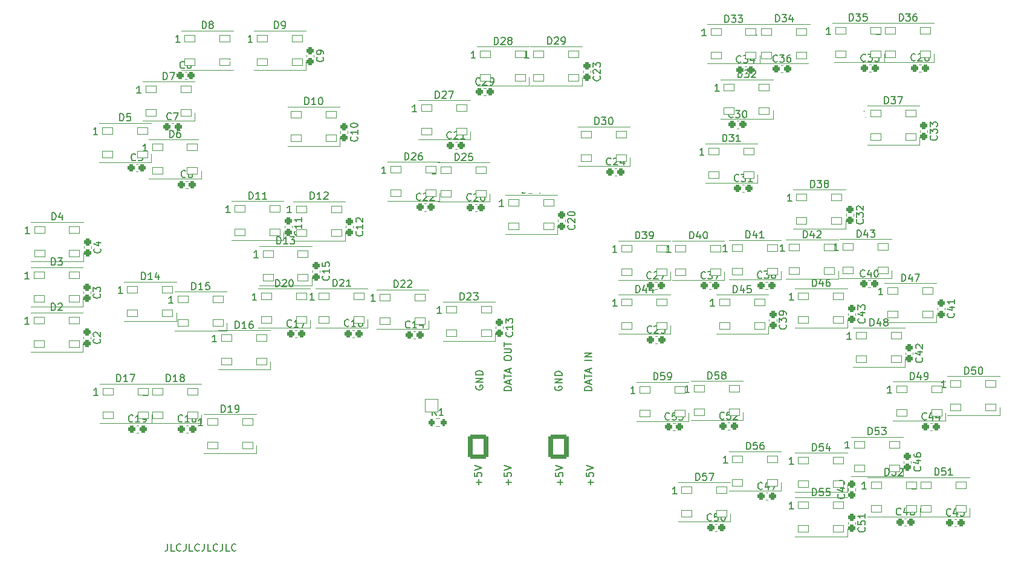
<source format=gbr>
%TF.GenerationSoftware,KiCad,Pcbnew,(6.0.9)*%
%TF.CreationDate,2022-12-26T22:47:05-09:00*%
%TF.ProjectId,PCB_ SNSR PANEL,5043422c-2053-44e5-9352-2050414e454c,rev?*%
%TF.SameCoordinates,Original*%
%TF.FileFunction,Legend,Top*%
%TF.FilePolarity,Positive*%
%FSLAX46Y46*%
G04 Gerber Fmt 4.6, Leading zero omitted, Abs format (unit mm)*
G04 Created by KiCad (PCBNEW (6.0.9)) date 2022-12-26 22:47:05*
%MOMM*%
%LPD*%
G01*
G04 APERTURE LIST*
G04 Aperture macros list*
%AMRoundRect*
0 Rectangle with rounded corners*
0 $1 Rounding radius*
0 $2 $3 $4 $5 $6 $7 $8 $9 X,Y pos of 4 corners*
0 Add a 4 corners polygon primitive as box body*
4,1,4,$2,$3,$4,$5,$6,$7,$8,$9,$2,$3,0*
0 Add four circle primitives for the rounded corners*
1,1,$1+$1,$2,$3*
1,1,$1+$1,$4,$5*
1,1,$1+$1,$6,$7*
1,1,$1+$1,$8,$9*
0 Add four rect primitives between the rounded corners*
20,1,$1+$1,$2,$3,$4,$5,0*
20,1,$1+$1,$4,$5,$6,$7,0*
20,1,$1+$1,$6,$7,$8,$9,0*
20,1,$1+$1,$8,$9,$2,$3,0*%
G04 Aperture macros list end*
%ADD10C,0.150000*%
%ADD11C,0.120000*%
%ADD12RoundRect,0.250000X-0.200000X-0.275000X0.200000X-0.275000X0.200000X0.275000X-0.200000X0.275000X0*%
%ADD13RoundRect,0.300001X-1.099999X-1.399999X1.099999X-1.399999X1.099999X1.399999X-1.099999X1.399999X0*%
%ADD14O,2.800000X3.400000*%
%ADD15RoundRect,0.050000X-0.750000X-0.450000X0.750000X-0.450000X0.750000X0.450000X-0.750000X0.450000X0*%
%ADD16RoundRect,0.050000X0.900000X-0.900000X0.900000X0.900000X-0.900000X0.900000X-0.900000X-0.900000X0*%
%ADD17C,1.900000*%
%ADD18RoundRect,0.275000X-0.225000X-0.250000X0.225000X-0.250000X0.225000X0.250000X-0.225000X0.250000X0*%
%ADD19RoundRect,0.275000X-0.250000X0.225000X-0.250000X-0.225000X0.250000X-0.225000X0.250000X0.225000X0*%
%ADD20RoundRect,0.275000X0.250000X-0.225000X0.250000X0.225000X-0.250000X0.225000X-0.250000X-0.225000X0*%
%ADD21C,4.400000*%
%ADD22C,3.672000*%
%ADD23C,12.800000*%
G04 APERTURE END LIST*
D10*
X159921428Y-115435714D02*
X159921428Y-114673809D01*
X160302380Y-115054761D02*
X159540476Y-115054761D01*
X159302380Y-113721428D02*
X159302380Y-114197619D01*
X159778571Y-114245238D01*
X159730952Y-114197619D01*
X159683333Y-114102380D01*
X159683333Y-113864285D01*
X159730952Y-113769047D01*
X159778571Y-113721428D01*
X159873809Y-113673809D01*
X160111904Y-113673809D01*
X160207142Y-113721428D01*
X160254761Y-113769047D01*
X160302380Y-113864285D01*
X160302380Y-114102380D01*
X160254761Y-114197619D01*
X160207142Y-114245238D01*
X159302380Y-113388095D02*
X160302380Y-113054761D01*
X159302380Y-112721428D01*
X154950000Y-101611904D02*
X154902380Y-101707142D01*
X154902380Y-101850000D01*
X154950000Y-101992857D01*
X155045238Y-102088095D01*
X155140476Y-102135714D01*
X155330952Y-102183333D01*
X155473809Y-102183333D01*
X155664285Y-102135714D01*
X155759523Y-102088095D01*
X155854761Y-101992857D01*
X155902380Y-101850000D01*
X155902380Y-101754761D01*
X155854761Y-101611904D01*
X155807142Y-101564285D01*
X155473809Y-101564285D01*
X155473809Y-101754761D01*
X155902380Y-101135714D02*
X154902380Y-101135714D01*
X155902380Y-100564285D01*
X154902380Y-100564285D01*
X155902380Y-100088095D02*
X154902380Y-100088095D01*
X154902380Y-99850000D01*
X154950000Y-99707142D01*
X155045238Y-99611904D01*
X155140476Y-99564285D01*
X155330952Y-99516666D01*
X155473809Y-99516666D01*
X155664285Y-99564285D01*
X155759523Y-99611904D01*
X155854761Y-99707142D01*
X155902380Y-99850000D01*
X155902380Y-100088095D01*
X100680952Y-123702380D02*
X100680952Y-124416666D01*
X100633333Y-124559523D01*
X100538095Y-124654761D01*
X100395238Y-124702380D01*
X100300000Y-124702380D01*
X101633333Y-124702380D02*
X101157142Y-124702380D01*
X101157142Y-123702380D01*
X102538095Y-124607142D02*
X102490476Y-124654761D01*
X102347619Y-124702380D01*
X102252380Y-124702380D01*
X102109523Y-124654761D01*
X102014285Y-124559523D01*
X101966666Y-124464285D01*
X101919047Y-124273809D01*
X101919047Y-124130952D01*
X101966666Y-123940476D01*
X102014285Y-123845238D01*
X102109523Y-123750000D01*
X102252380Y-123702380D01*
X102347619Y-123702380D01*
X102490476Y-123750000D01*
X102538095Y-123797619D01*
X103252380Y-123702380D02*
X103252380Y-124416666D01*
X103204761Y-124559523D01*
X103109523Y-124654761D01*
X102966666Y-124702380D01*
X102871428Y-124702380D01*
X104204761Y-124702380D02*
X103728571Y-124702380D01*
X103728571Y-123702380D01*
X105109523Y-124607142D02*
X105061904Y-124654761D01*
X104919047Y-124702380D01*
X104823809Y-124702380D01*
X104680952Y-124654761D01*
X104585714Y-124559523D01*
X104538095Y-124464285D01*
X104490476Y-124273809D01*
X104490476Y-124130952D01*
X104538095Y-123940476D01*
X104585714Y-123845238D01*
X104680952Y-123750000D01*
X104823809Y-123702380D01*
X104919047Y-123702380D01*
X105061904Y-123750000D01*
X105109523Y-123797619D01*
X105823809Y-123702380D02*
X105823809Y-124416666D01*
X105776190Y-124559523D01*
X105680952Y-124654761D01*
X105538095Y-124702380D01*
X105442857Y-124702380D01*
X106776190Y-124702380D02*
X106300000Y-124702380D01*
X106300000Y-123702380D01*
X107680952Y-124607142D02*
X107633333Y-124654761D01*
X107490476Y-124702380D01*
X107395238Y-124702380D01*
X107252380Y-124654761D01*
X107157142Y-124559523D01*
X107109523Y-124464285D01*
X107061904Y-124273809D01*
X107061904Y-124130952D01*
X107109523Y-123940476D01*
X107157142Y-123845238D01*
X107252380Y-123750000D01*
X107395238Y-123702380D01*
X107490476Y-123702380D01*
X107633333Y-123750000D01*
X107680952Y-123797619D01*
X108395238Y-123702380D02*
X108395238Y-124416666D01*
X108347619Y-124559523D01*
X108252380Y-124654761D01*
X108109523Y-124702380D01*
X108014285Y-124702380D01*
X109347619Y-124702380D02*
X108871428Y-124702380D01*
X108871428Y-123702380D01*
X110252380Y-124607142D02*
X110204761Y-124654761D01*
X110061904Y-124702380D01*
X109966666Y-124702380D01*
X109823809Y-124654761D01*
X109728571Y-124559523D01*
X109680952Y-124464285D01*
X109633333Y-124273809D01*
X109633333Y-124130952D01*
X109680952Y-123940476D01*
X109728571Y-123845238D01*
X109823809Y-123750000D01*
X109966666Y-123702380D01*
X110061904Y-123702380D01*
X110204761Y-123750000D01*
X110252380Y-123797619D01*
X155671428Y-115435714D02*
X155671428Y-114673809D01*
X156052380Y-115054761D02*
X155290476Y-115054761D01*
X155052380Y-113721428D02*
X155052380Y-114197619D01*
X155528571Y-114245238D01*
X155480952Y-114197619D01*
X155433333Y-114102380D01*
X155433333Y-113864285D01*
X155480952Y-113769047D01*
X155528571Y-113721428D01*
X155623809Y-113673809D01*
X155861904Y-113673809D01*
X155957142Y-113721428D01*
X156004761Y-113769047D01*
X156052380Y-113864285D01*
X156052380Y-114102380D01*
X156004761Y-114197619D01*
X155957142Y-114245238D01*
X155052380Y-113388095D02*
X156052380Y-113054761D01*
X155052380Y-112721428D01*
X148827380Y-102184523D02*
X147827380Y-102184523D01*
X147827380Y-101946428D01*
X147875000Y-101803571D01*
X147970238Y-101708333D01*
X148065476Y-101660714D01*
X148255952Y-101613095D01*
X148398809Y-101613095D01*
X148589285Y-101660714D01*
X148684523Y-101708333D01*
X148779761Y-101803571D01*
X148827380Y-101946428D01*
X148827380Y-102184523D01*
X148541666Y-101232142D02*
X148541666Y-100755952D01*
X148827380Y-101327380D02*
X147827380Y-100994047D01*
X148827380Y-100660714D01*
X147827380Y-100470238D02*
X147827380Y-99898809D01*
X148827380Y-100184523D02*
X147827380Y-100184523D01*
X148541666Y-99613095D02*
X148541666Y-99136904D01*
X148827380Y-99708333D02*
X147827380Y-99375000D01*
X148827380Y-99041666D01*
X147827380Y-97755952D02*
X147827380Y-97565476D01*
X147875000Y-97470238D01*
X147970238Y-97375000D01*
X148160714Y-97327380D01*
X148494047Y-97327380D01*
X148684523Y-97375000D01*
X148779761Y-97470238D01*
X148827380Y-97565476D01*
X148827380Y-97755952D01*
X148779761Y-97851190D01*
X148684523Y-97946428D01*
X148494047Y-97994047D01*
X148160714Y-97994047D01*
X147970238Y-97946428D01*
X147875000Y-97851190D01*
X147827380Y-97755952D01*
X147827380Y-96898809D02*
X148636904Y-96898809D01*
X148732142Y-96851190D01*
X148779761Y-96803571D01*
X148827380Y-96708333D01*
X148827380Y-96517857D01*
X148779761Y-96422619D01*
X148732142Y-96375000D01*
X148636904Y-96327380D01*
X147827380Y-96327380D01*
X147827380Y-95994047D02*
X147827380Y-95422619D01*
X148827380Y-95708333D02*
X147827380Y-95708333D01*
X148446428Y-115435714D02*
X148446428Y-114673809D01*
X148827380Y-115054761D02*
X148065476Y-115054761D01*
X147827380Y-113721428D02*
X147827380Y-114197619D01*
X148303571Y-114245238D01*
X148255952Y-114197619D01*
X148208333Y-114102380D01*
X148208333Y-113864285D01*
X148255952Y-113769047D01*
X148303571Y-113721428D01*
X148398809Y-113673809D01*
X148636904Y-113673809D01*
X148732142Y-113721428D01*
X148779761Y-113769047D01*
X148827380Y-113864285D01*
X148827380Y-114102380D01*
X148779761Y-114197619D01*
X148732142Y-114245238D01*
X147827380Y-113388095D02*
X148827380Y-113054761D01*
X147827380Y-112721428D01*
X160077380Y-102192857D02*
X159077380Y-102192857D01*
X159077380Y-101954761D01*
X159125000Y-101811904D01*
X159220238Y-101716666D01*
X159315476Y-101669047D01*
X159505952Y-101621428D01*
X159648809Y-101621428D01*
X159839285Y-101669047D01*
X159934523Y-101716666D01*
X160029761Y-101811904D01*
X160077380Y-101954761D01*
X160077380Y-102192857D01*
X159791666Y-101240476D02*
X159791666Y-100764285D01*
X160077380Y-101335714D02*
X159077380Y-101002380D01*
X160077380Y-100669047D01*
X159077380Y-100478571D02*
X159077380Y-99907142D01*
X160077380Y-100192857D02*
X159077380Y-100192857D01*
X159791666Y-99621428D02*
X159791666Y-99145238D01*
X160077380Y-99716666D02*
X159077380Y-99383333D01*
X160077380Y-99050000D01*
X160077380Y-97954761D02*
X159077380Y-97954761D01*
X160077380Y-97478571D02*
X159077380Y-97478571D01*
X160077380Y-96907142D01*
X159077380Y-96907142D01*
X143875000Y-101511904D02*
X143827380Y-101607142D01*
X143827380Y-101750000D01*
X143875000Y-101892857D01*
X143970238Y-101988095D01*
X144065476Y-102035714D01*
X144255952Y-102083333D01*
X144398809Y-102083333D01*
X144589285Y-102035714D01*
X144684523Y-101988095D01*
X144779761Y-101892857D01*
X144827380Y-101750000D01*
X144827380Y-101654761D01*
X144779761Y-101511904D01*
X144732142Y-101464285D01*
X144398809Y-101464285D01*
X144398809Y-101654761D01*
X144827380Y-101035714D02*
X143827380Y-101035714D01*
X144827380Y-100464285D01*
X143827380Y-100464285D01*
X144827380Y-99988095D02*
X143827380Y-99988095D01*
X143827380Y-99750000D01*
X143875000Y-99607142D01*
X143970238Y-99511904D01*
X144065476Y-99464285D01*
X144255952Y-99416666D01*
X144398809Y-99416666D01*
X144589285Y-99464285D01*
X144684523Y-99511904D01*
X144779761Y-99607142D01*
X144827380Y-99750000D01*
X144827380Y-99988095D01*
X144271428Y-115435714D02*
X144271428Y-114673809D01*
X144652380Y-115054761D02*
X143890476Y-115054761D01*
X143652380Y-113721428D02*
X143652380Y-114197619D01*
X144128571Y-114245238D01*
X144080952Y-114197619D01*
X144033333Y-114102380D01*
X144033333Y-113864285D01*
X144080952Y-113769047D01*
X144128571Y-113721428D01*
X144223809Y-113673809D01*
X144461904Y-113673809D01*
X144557142Y-113721428D01*
X144604761Y-113769047D01*
X144652380Y-113864285D01*
X144652380Y-114102380D01*
X144604761Y-114197619D01*
X144557142Y-114245238D01*
X143652380Y-113388095D02*
X144652380Y-113054761D01*
X143652380Y-112721428D01*
%TO.C,R1*%
X138345333Y-105672380D02*
X138012000Y-105196190D01*
X137773904Y-105672380D02*
X137773904Y-104672380D01*
X138154857Y-104672380D01*
X138250095Y-104720000D01*
X138297714Y-104767619D01*
X138345333Y-104862857D01*
X138345333Y-105005714D01*
X138297714Y-105100952D01*
X138250095Y-105148571D01*
X138154857Y-105196190D01*
X137773904Y-105196190D01*
X139297714Y-105672380D02*
X138726285Y-105672380D01*
X139012000Y-105672380D02*
X139012000Y-104672380D01*
X138916761Y-104815238D01*
X138821523Y-104910476D01*
X138726285Y-104958095D01*
%TO.C,D59*%
X168776714Y-100685380D02*
X168776714Y-99685380D01*
X169014809Y-99685380D01*
X169157666Y-99733000D01*
X169252904Y-99828238D01*
X169300523Y-99923476D01*
X169348142Y-100113952D01*
X169348142Y-100256809D01*
X169300523Y-100447285D01*
X169252904Y-100542523D01*
X169157666Y-100637761D01*
X169014809Y-100685380D01*
X168776714Y-100685380D01*
X170252904Y-99685380D02*
X169776714Y-99685380D01*
X169729095Y-100161571D01*
X169776714Y-100113952D01*
X169871952Y-100066333D01*
X170110047Y-100066333D01*
X170205285Y-100113952D01*
X170252904Y-100161571D01*
X170300523Y-100256809D01*
X170300523Y-100494904D01*
X170252904Y-100590142D01*
X170205285Y-100637761D01*
X170110047Y-100685380D01*
X169871952Y-100685380D01*
X169776714Y-100637761D01*
X169729095Y-100590142D01*
X170776714Y-100685380D02*
X170967190Y-100685380D01*
X171062428Y-100637761D01*
X171110047Y-100590142D01*
X171205285Y-100447285D01*
X171252904Y-100256809D01*
X171252904Y-99875857D01*
X171205285Y-99780619D01*
X171157666Y-99733000D01*
X171062428Y-99685380D01*
X170871952Y-99685380D01*
X170776714Y-99733000D01*
X170729095Y-99780619D01*
X170681476Y-99875857D01*
X170681476Y-100113952D01*
X170729095Y-100209190D01*
X170776714Y-100256809D01*
X170871952Y-100304428D01*
X171062428Y-100304428D01*
X171157666Y-100256809D01*
X171205285Y-100209190D01*
X171252904Y-100113952D01*
X166126714Y-102585380D02*
X165555285Y-102585380D01*
X165841000Y-102585380D02*
X165841000Y-101585380D01*
X165745761Y-101728238D01*
X165650523Y-101823476D01*
X165555285Y-101871095D01*
%TO.C,D58*%
X176370714Y-100584380D02*
X176370714Y-99584380D01*
X176608809Y-99584380D01*
X176751666Y-99632000D01*
X176846904Y-99727238D01*
X176894523Y-99822476D01*
X176942142Y-100012952D01*
X176942142Y-100155809D01*
X176894523Y-100346285D01*
X176846904Y-100441523D01*
X176751666Y-100536761D01*
X176608809Y-100584380D01*
X176370714Y-100584380D01*
X177846904Y-99584380D02*
X177370714Y-99584380D01*
X177323095Y-100060571D01*
X177370714Y-100012952D01*
X177465952Y-99965333D01*
X177704047Y-99965333D01*
X177799285Y-100012952D01*
X177846904Y-100060571D01*
X177894523Y-100155809D01*
X177894523Y-100393904D01*
X177846904Y-100489142D01*
X177799285Y-100536761D01*
X177704047Y-100584380D01*
X177465952Y-100584380D01*
X177370714Y-100536761D01*
X177323095Y-100489142D01*
X178465952Y-100012952D02*
X178370714Y-99965333D01*
X178323095Y-99917714D01*
X178275476Y-99822476D01*
X178275476Y-99774857D01*
X178323095Y-99679619D01*
X178370714Y-99632000D01*
X178465952Y-99584380D01*
X178656428Y-99584380D01*
X178751666Y-99632000D01*
X178799285Y-99679619D01*
X178846904Y-99774857D01*
X178846904Y-99822476D01*
X178799285Y-99917714D01*
X178751666Y-99965333D01*
X178656428Y-100012952D01*
X178465952Y-100012952D01*
X178370714Y-100060571D01*
X178323095Y-100108190D01*
X178275476Y-100203428D01*
X178275476Y-100393904D01*
X178323095Y-100489142D01*
X178370714Y-100536761D01*
X178465952Y-100584380D01*
X178656428Y-100584380D01*
X178751666Y-100536761D01*
X178799285Y-100489142D01*
X178846904Y-100393904D01*
X178846904Y-100203428D01*
X178799285Y-100108190D01*
X178751666Y-100060571D01*
X178656428Y-100012952D01*
X173720714Y-102484380D02*
X173149285Y-102484380D01*
X173435000Y-102484380D02*
X173435000Y-101484380D01*
X173339761Y-101627238D01*
X173244523Y-101722476D01*
X173149285Y-101770095D01*
%TO.C,D57*%
X174643714Y-114782380D02*
X174643714Y-113782380D01*
X174881809Y-113782380D01*
X175024666Y-113830000D01*
X175119904Y-113925238D01*
X175167523Y-114020476D01*
X175215142Y-114210952D01*
X175215142Y-114353809D01*
X175167523Y-114544285D01*
X175119904Y-114639523D01*
X175024666Y-114734761D01*
X174881809Y-114782380D01*
X174643714Y-114782380D01*
X176119904Y-113782380D02*
X175643714Y-113782380D01*
X175596095Y-114258571D01*
X175643714Y-114210952D01*
X175738952Y-114163333D01*
X175977047Y-114163333D01*
X176072285Y-114210952D01*
X176119904Y-114258571D01*
X176167523Y-114353809D01*
X176167523Y-114591904D01*
X176119904Y-114687142D01*
X176072285Y-114734761D01*
X175977047Y-114782380D01*
X175738952Y-114782380D01*
X175643714Y-114734761D01*
X175596095Y-114687142D01*
X176500857Y-113782380D02*
X177167523Y-113782380D01*
X176738952Y-114782380D01*
X171993714Y-116682380D02*
X171422285Y-116682380D01*
X171708000Y-116682380D02*
X171708000Y-115682380D01*
X171612761Y-115825238D01*
X171517523Y-115920476D01*
X171422285Y-115968095D01*
%TO.C,D56*%
X181755714Y-110439380D02*
X181755714Y-109439380D01*
X181993809Y-109439380D01*
X182136666Y-109487000D01*
X182231904Y-109582238D01*
X182279523Y-109677476D01*
X182327142Y-109867952D01*
X182327142Y-110010809D01*
X182279523Y-110201285D01*
X182231904Y-110296523D01*
X182136666Y-110391761D01*
X181993809Y-110439380D01*
X181755714Y-110439380D01*
X183231904Y-109439380D02*
X182755714Y-109439380D01*
X182708095Y-109915571D01*
X182755714Y-109867952D01*
X182850952Y-109820333D01*
X183089047Y-109820333D01*
X183184285Y-109867952D01*
X183231904Y-109915571D01*
X183279523Y-110010809D01*
X183279523Y-110248904D01*
X183231904Y-110344142D01*
X183184285Y-110391761D01*
X183089047Y-110439380D01*
X182850952Y-110439380D01*
X182755714Y-110391761D01*
X182708095Y-110344142D01*
X184136666Y-109439380D02*
X183946190Y-109439380D01*
X183850952Y-109487000D01*
X183803333Y-109534619D01*
X183708095Y-109677476D01*
X183660476Y-109867952D01*
X183660476Y-110248904D01*
X183708095Y-110344142D01*
X183755714Y-110391761D01*
X183850952Y-110439380D01*
X184041428Y-110439380D01*
X184136666Y-110391761D01*
X184184285Y-110344142D01*
X184231904Y-110248904D01*
X184231904Y-110010809D01*
X184184285Y-109915571D01*
X184136666Y-109867952D01*
X184041428Y-109820333D01*
X183850952Y-109820333D01*
X183755714Y-109867952D01*
X183708095Y-109915571D01*
X183660476Y-110010809D01*
X179105714Y-112339380D02*
X178534285Y-112339380D01*
X178820000Y-112339380D02*
X178820000Y-111339380D01*
X178724761Y-111482238D01*
X178629523Y-111577476D01*
X178534285Y-111625095D01*
%TO.C,D55*%
X191001714Y-116916380D02*
X191001714Y-115916380D01*
X191239809Y-115916380D01*
X191382666Y-115964000D01*
X191477904Y-116059238D01*
X191525523Y-116154476D01*
X191573142Y-116344952D01*
X191573142Y-116487809D01*
X191525523Y-116678285D01*
X191477904Y-116773523D01*
X191382666Y-116868761D01*
X191239809Y-116916380D01*
X191001714Y-116916380D01*
X192477904Y-115916380D02*
X192001714Y-115916380D01*
X191954095Y-116392571D01*
X192001714Y-116344952D01*
X192096952Y-116297333D01*
X192335047Y-116297333D01*
X192430285Y-116344952D01*
X192477904Y-116392571D01*
X192525523Y-116487809D01*
X192525523Y-116725904D01*
X192477904Y-116821142D01*
X192430285Y-116868761D01*
X192335047Y-116916380D01*
X192096952Y-116916380D01*
X192001714Y-116868761D01*
X191954095Y-116821142D01*
X193430285Y-115916380D02*
X192954095Y-115916380D01*
X192906476Y-116392571D01*
X192954095Y-116344952D01*
X193049333Y-116297333D01*
X193287428Y-116297333D01*
X193382666Y-116344952D01*
X193430285Y-116392571D01*
X193477904Y-116487809D01*
X193477904Y-116725904D01*
X193430285Y-116821142D01*
X193382666Y-116868761D01*
X193287428Y-116916380D01*
X193049333Y-116916380D01*
X192954095Y-116868761D01*
X192906476Y-116821142D01*
X188351714Y-118816380D02*
X187780285Y-118816380D01*
X188066000Y-118816380D02*
X188066000Y-117816380D01*
X187970761Y-117959238D01*
X187875523Y-118054476D01*
X187780285Y-118102095D01*
%TO.C,D54*%
X191001714Y-110642380D02*
X191001714Y-109642380D01*
X191239809Y-109642380D01*
X191382666Y-109690000D01*
X191477904Y-109785238D01*
X191525523Y-109880476D01*
X191573142Y-110070952D01*
X191573142Y-110213809D01*
X191525523Y-110404285D01*
X191477904Y-110499523D01*
X191382666Y-110594761D01*
X191239809Y-110642380D01*
X191001714Y-110642380D01*
X192477904Y-109642380D02*
X192001714Y-109642380D01*
X191954095Y-110118571D01*
X192001714Y-110070952D01*
X192096952Y-110023333D01*
X192335047Y-110023333D01*
X192430285Y-110070952D01*
X192477904Y-110118571D01*
X192525523Y-110213809D01*
X192525523Y-110451904D01*
X192477904Y-110547142D01*
X192430285Y-110594761D01*
X192335047Y-110642380D01*
X192096952Y-110642380D01*
X192001714Y-110594761D01*
X191954095Y-110547142D01*
X193382666Y-109975714D02*
X193382666Y-110642380D01*
X193144571Y-109594761D02*
X192906476Y-110309047D01*
X193525523Y-110309047D01*
X188351714Y-112542380D02*
X187780285Y-112542380D01*
X188066000Y-112542380D02*
X188066000Y-111542380D01*
X187970761Y-111685238D01*
X187875523Y-111780476D01*
X187780285Y-111828095D01*
%TO.C,D53*%
X198810714Y-108382380D02*
X198810714Y-107382380D01*
X199048809Y-107382380D01*
X199191666Y-107430000D01*
X199286904Y-107525238D01*
X199334523Y-107620476D01*
X199382142Y-107810952D01*
X199382142Y-107953809D01*
X199334523Y-108144285D01*
X199286904Y-108239523D01*
X199191666Y-108334761D01*
X199048809Y-108382380D01*
X198810714Y-108382380D01*
X200286904Y-107382380D02*
X199810714Y-107382380D01*
X199763095Y-107858571D01*
X199810714Y-107810952D01*
X199905952Y-107763333D01*
X200144047Y-107763333D01*
X200239285Y-107810952D01*
X200286904Y-107858571D01*
X200334523Y-107953809D01*
X200334523Y-108191904D01*
X200286904Y-108287142D01*
X200239285Y-108334761D01*
X200144047Y-108382380D01*
X199905952Y-108382380D01*
X199810714Y-108334761D01*
X199763095Y-108287142D01*
X200667857Y-107382380D02*
X201286904Y-107382380D01*
X200953571Y-107763333D01*
X201096428Y-107763333D01*
X201191666Y-107810952D01*
X201239285Y-107858571D01*
X201286904Y-107953809D01*
X201286904Y-108191904D01*
X201239285Y-108287142D01*
X201191666Y-108334761D01*
X201096428Y-108382380D01*
X200810714Y-108382380D01*
X200715476Y-108334761D01*
X200667857Y-108287142D01*
X196160714Y-110282380D02*
X195589285Y-110282380D01*
X195875000Y-110282380D02*
X195875000Y-109282380D01*
X195779761Y-109425238D01*
X195684523Y-109520476D01*
X195589285Y-109568095D01*
%TO.C,D52*%
X201172714Y-114097380D02*
X201172714Y-113097380D01*
X201410809Y-113097380D01*
X201553666Y-113145000D01*
X201648904Y-113240238D01*
X201696523Y-113335476D01*
X201744142Y-113525952D01*
X201744142Y-113668809D01*
X201696523Y-113859285D01*
X201648904Y-113954523D01*
X201553666Y-114049761D01*
X201410809Y-114097380D01*
X201172714Y-114097380D01*
X202648904Y-113097380D02*
X202172714Y-113097380D01*
X202125095Y-113573571D01*
X202172714Y-113525952D01*
X202267952Y-113478333D01*
X202506047Y-113478333D01*
X202601285Y-113525952D01*
X202648904Y-113573571D01*
X202696523Y-113668809D01*
X202696523Y-113906904D01*
X202648904Y-114002142D01*
X202601285Y-114049761D01*
X202506047Y-114097380D01*
X202267952Y-114097380D01*
X202172714Y-114049761D01*
X202125095Y-114002142D01*
X203077476Y-113192619D02*
X203125095Y-113145000D01*
X203220333Y-113097380D01*
X203458428Y-113097380D01*
X203553666Y-113145000D01*
X203601285Y-113192619D01*
X203648904Y-113287857D01*
X203648904Y-113383095D01*
X203601285Y-113525952D01*
X203029857Y-114097380D01*
X203648904Y-114097380D01*
X198522714Y-115997380D02*
X197951285Y-115997380D01*
X198237000Y-115997380D02*
X198237000Y-114997380D01*
X198141761Y-115140238D01*
X198046523Y-115235476D01*
X197951285Y-115283095D01*
%TO.C,D51*%
X208146714Y-114071380D02*
X208146714Y-113071380D01*
X208384809Y-113071380D01*
X208527666Y-113119000D01*
X208622904Y-113214238D01*
X208670523Y-113309476D01*
X208718142Y-113499952D01*
X208718142Y-113642809D01*
X208670523Y-113833285D01*
X208622904Y-113928523D01*
X208527666Y-114023761D01*
X208384809Y-114071380D01*
X208146714Y-114071380D01*
X209622904Y-113071380D02*
X209146714Y-113071380D01*
X209099095Y-113547571D01*
X209146714Y-113499952D01*
X209241952Y-113452333D01*
X209480047Y-113452333D01*
X209575285Y-113499952D01*
X209622904Y-113547571D01*
X209670523Y-113642809D01*
X209670523Y-113880904D01*
X209622904Y-113976142D01*
X209575285Y-114023761D01*
X209480047Y-114071380D01*
X209241952Y-114071380D01*
X209146714Y-114023761D01*
X209099095Y-113976142D01*
X210622904Y-114071380D02*
X210051476Y-114071380D01*
X210337190Y-114071380D02*
X210337190Y-113071380D01*
X210241952Y-113214238D01*
X210146714Y-113309476D01*
X210051476Y-113357095D01*
X205496714Y-115971380D02*
X204925285Y-115971380D01*
X205211000Y-115971380D02*
X205211000Y-114971380D01*
X205115761Y-115114238D01*
X205020523Y-115209476D01*
X204925285Y-115257095D01*
%TO.C,D50*%
X212337714Y-99898380D02*
X212337714Y-98898380D01*
X212575809Y-98898380D01*
X212718666Y-98946000D01*
X212813904Y-99041238D01*
X212861523Y-99136476D01*
X212909142Y-99326952D01*
X212909142Y-99469809D01*
X212861523Y-99660285D01*
X212813904Y-99755523D01*
X212718666Y-99850761D01*
X212575809Y-99898380D01*
X212337714Y-99898380D01*
X213813904Y-98898380D02*
X213337714Y-98898380D01*
X213290095Y-99374571D01*
X213337714Y-99326952D01*
X213432952Y-99279333D01*
X213671047Y-99279333D01*
X213766285Y-99326952D01*
X213813904Y-99374571D01*
X213861523Y-99469809D01*
X213861523Y-99707904D01*
X213813904Y-99803142D01*
X213766285Y-99850761D01*
X213671047Y-99898380D01*
X213432952Y-99898380D01*
X213337714Y-99850761D01*
X213290095Y-99803142D01*
X214480571Y-98898380D02*
X214575809Y-98898380D01*
X214671047Y-98946000D01*
X214718666Y-98993619D01*
X214766285Y-99088857D01*
X214813904Y-99279333D01*
X214813904Y-99517428D01*
X214766285Y-99707904D01*
X214718666Y-99803142D01*
X214671047Y-99850761D01*
X214575809Y-99898380D01*
X214480571Y-99898380D01*
X214385333Y-99850761D01*
X214337714Y-99803142D01*
X214290095Y-99707904D01*
X214242476Y-99517428D01*
X214242476Y-99279333D01*
X214290095Y-99088857D01*
X214337714Y-98993619D01*
X214385333Y-98946000D01*
X214480571Y-98898380D01*
X209687714Y-101798380D02*
X209116285Y-101798380D01*
X209402000Y-101798380D02*
X209402000Y-100798380D01*
X209306761Y-100941238D01*
X209211523Y-101036476D01*
X209116285Y-101084095D01*
%TO.C,D49*%
X204728714Y-100660380D02*
X204728714Y-99660380D01*
X204966809Y-99660380D01*
X205109666Y-99708000D01*
X205204904Y-99803238D01*
X205252523Y-99898476D01*
X205300142Y-100088952D01*
X205300142Y-100231809D01*
X205252523Y-100422285D01*
X205204904Y-100517523D01*
X205109666Y-100612761D01*
X204966809Y-100660380D01*
X204728714Y-100660380D01*
X206157285Y-99993714D02*
X206157285Y-100660380D01*
X205919190Y-99612761D02*
X205681095Y-100327047D01*
X206300142Y-100327047D01*
X206728714Y-100660380D02*
X206919190Y-100660380D01*
X207014428Y-100612761D01*
X207062047Y-100565142D01*
X207157285Y-100422285D01*
X207204904Y-100231809D01*
X207204904Y-99850857D01*
X207157285Y-99755619D01*
X207109666Y-99708000D01*
X207014428Y-99660380D01*
X206823952Y-99660380D01*
X206728714Y-99708000D01*
X206681095Y-99755619D01*
X206633476Y-99850857D01*
X206633476Y-100088952D01*
X206681095Y-100184190D01*
X206728714Y-100231809D01*
X206823952Y-100279428D01*
X207014428Y-100279428D01*
X207109666Y-100231809D01*
X207157285Y-100184190D01*
X207204904Y-100088952D01*
X202078714Y-102560380D02*
X201507285Y-102560380D01*
X201793000Y-102560380D02*
X201793000Y-101560380D01*
X201697761Y-101703238D01*
X201602523Y-101798476D01*
X201507285Y-101846095D01*
%TO.C,D48*%
X199078714Y-93116580D02*
X199078714Y-92116580D01*
X199316809Y-92116580D01*
X199459666Y-92164200D01*
X199554904Y-92259438D01*
X199602523Y-92354676D01*
X199650142Y-92545152D01*
X199650142Y-92688009D01*
X199602523Y-92878485D01*
X199554904Y-92973723D01*
X199459666Y-93068961D01*
X199316809Y-93116580D01*
X199078714Y-93116580D01*
X200507285Y-92449914D02*
X200507285Y-93116580D01*
X200269190Y-92068961D02*
X200031095Y-92783247D01*
X200650142Y-92783247D01*
X201173952Y-92545152D02*
X201078714Y-92497533D01*
X201031095Y-92449914D01*
X200983476Y-92354676D01*
X200983476Y-92307057D01*
X201031095Y-92211819D01*
X201078714Y-92164200D01*
X201173952Y-92116580D01*
X201364428Y-92116580D01*
X201459666Y-92164200D01*
X201507285Y-92211819D01*
X201554904Y-92307057D01*
X201554904Y-92354676D01*
X201507285Y-92449914D01*
X201459666Y-92497533D01*
X201364428Y-92545152D01*
X201173952Y-92545152D01*
X201078714Y-92592771D01*
X201031095Y-92640390D01*
X200983476Y-92735628D01*
X200983476Y-92926104D01*
X201031095Y-93021342D01*
X201078714Y-93068961D01*
X201173952Y-93116580D01*
X201364428Y-93116580D01*
X201459666Y-93068961D01*
X201507285Y-93021342D01*
X201554904Y-92926104D01*
X201554904Y-92735628D01*
X201507285Y-92640390D01*
X201459666Y-92592771D01*
X201364428Y-92545152D01*
X196428714Y-95016580D02*
X195857285Y-95016580D01*
X196143000Y-95016580D02*
X196143000Y-94016580D01*
X196047761Y-94159438D01*
X195952523Y-94254676D01*
X195857285Y-94302295D01*
%TO.C,D47*%
X203497714Y-86868180D02*
X203497714Y-85868180D01*
X203735809Y-85868180D01*
X203878666Y-85915800D01*
X203973904Y-86011038D01*
X204021523Y-86106276D01*
X204069142Y-86296752D01*
X204069142Y-86439609D01*
X204021523Y-86630085D01*
X203973904Y-86725323D01*
X203878666Y-86820561D01*
X203735809Y-86868180D01*
X203497714Y-86868180D01*
X204926285Y-86201514D02*
X204926285Y-86868180D01*
X204688190Y-85820561D02*
X204450095Y-86534847D01*
X205069142Y-86534847D01*
X205354857Y-85868180D02*
X206021523Y-85868180D01*
X205592952Y-86868180D01*
X200847714Y-88768180D02*
X200276285Y-88768180D01*
X200562000Y-88768180D02*
X200562000Y-87768180D01*
X200466761Y-87911038D01*
X200371523Y-88006276D01*
X200276285Y-88053895D01*
%TO.C,D46*%
X191001714Y-87579380D02*
X191001714Y-86579380D01*
X191239809Y-86579380D01*
X191382666Y-86627000D01*
X191477904Y-86722238D01*
X191525523Y-86817476D01*
X191573142Y-87007952D01*
X191573142Y-87150809D01*
X191525523Y-87341285D01*
X191477904Y-87436523D01*
X191382666Y-87531761D01*
X191239809Y-87579380D01*
X191001714Y-87579380D01*
X192430285Y-86912714D02*
X192430285Y-87579380D01*
X192192190Y-86531761D02*
X191954095Y-87246047D01*
X192573142Y-87246047D01*
X193382666Y-86579380D02*
X193192190Y-86579380D01*
X193096952Y-86627000D01*
X193049333Y-86674619D01*
X192954095Y-86817476D01*
X192906476Y-87007952D01*
X192906476Y-87388904D01*
X192954095Y-87484142D01*
X193001714Y-87531761D01*
X193096952Y-87579380D01*
X193287428Y-87579380D01*
X193382666Y-87531761D01*
X193430285Y-87484142D01*
X193477904Y-87388904D01*
X193477904Y-87150809D01*
X193430285Y-87055571D01*
X193382666Y-87007952D01*
X193287428Y-86960333D01*
X193096952Y-86960333D01*
X193001714Y-87007952D01*
X192954095Y-87055571D01*
X192906476Y-87150809D01*
X188351714Y-89479380D02*
X187780285Y-89479380D01*
X188066000Y-89479380D02*
X188066000Y-88479380D01*
X187970761Y-88622238D01*
X187875523Y-88717476D01*
X187780285Y-88765095D01*
%TO.C,D45*%
X179926714Y-88468380D02*
X179926714Y-87468380D01*
X180164809Y-87468380D01*
X180307666Y-87516000D01*
X180402904Y-87611238D01*
X180450523Y-87706476D01*
X180498142Y-87896952D01*
X180498142Y-88039809D01*
X180450523Y-88230285D01*
X180402904Y-88325523D01*
X180307666Y-88420761D01*
X180164809Y-88468380D01*
X179926714Y-88468380D01*
X181355285Y-87801714D02*
X181355285Y-88468380D01*
X181117190Y-87420761D02*
X180879095Y-88135047D01*
X181498142Y-88135047D01*
X182355285Y-87468380D02*
X181879095Y-87468380D01*
X181831476Y-87944571D01*
X181879095Y-87896952D01*
X181974333Y-87849333D01*
X182212428Y-87849333D01*
X182307666Y-87896952D01*
X182355285Y-87944571D01*
X182402904Y-88039809D01*
X182402904Y-88277904D01*
X182355285Y-88373142D01*
X182307666Y-88420761D01*
X182212428Y-88468380D01*
X181974333Y-88468380D01*
X181879095Y-88420761D01*
X181831476Y-88373142D01*
X177276714Y-90368380D02*
X176705285Y-90368380D01*
X176991000Y-90368380D02*
X176991000Y-89368380D01*
X176895761Y-89511238D01*
X176800523Y-89606476D01*
X176705285Y-89654095D01*
%TO.C,D44*%
X166261714Y-88442980D02*
X166261714Y-87442980D01*
X166499809Y-87442980D01*
X166642666Y-87490600D01*
X166737904Y-87585838D01*
X166785523Y-87681076D01*
X166833142Y-87871552D01*
X166833142Y-88014409D01*
X166785523Y-88204885D01*
X166737904Y-88300123D01*
X166642666Y-88395361D01*
X166499809Y-88442980D01*
X166261714Y-88442980D01*
X167690285Y-87776314D02*
X167690285Y-88442980D01*
X167452190Y-87395361D02*
X167214095Y-88109647D01*
X167833142Y-88109647D01*
X168642666Y-87776314D02*
X168642666Y-88442980D01*
X168404571Y-87395361D02*
X168166476Y-88109647D01*
X168785523Y-88109647D01*
X163611714Y-90342980D02*
X163040285Y-90342980D01*
X163326000Y-90342980D02*
X163326000Y-89342980D01*
X163230761Y-89485838D01*
X163135523Y-89581076D01*
X163040285Y-89628695D01*
%TO.C,D43*%
X197249714Y-80670580D02*
X197249714Y-79670580D01*
X197487809Y-79670580D01*
X197630666Y-79718200D01*
X197725904Y-79813438D01*
X197773523Y-79908676D01*
X197821142Y-80099152D01*
X197821142Y-80242009D01*
X197773523Y-80432485D01*
X197725904Y-80527723D01*
X197630666Y-80622961D01*
X197487809Y-80670580D01*
X197249714Y-80670580D01*
X198678285Y-80003914D02*
X198678285Y-80670580D01*
X198440190Y-79622961D02*
X198202095Y-80337247D01*
X198821142Y-80337247D01*
X199106857Y-79670580D02*
X199725904Y-79670580D01*
X199392571Y-80051533D01*
X199535428Y-80051533D01*
X199630666Y-80099152D01*
X199678285Y-80146771D01*
X199725904Y-80242009D01*
X199725904Y-80480104D01*
X199678285Y-80575342D01*
X199630666Y-80622961D01*
X199535428Y-80670580D01*
X199249714Y-80670580D01*
X199154476Y-80622961D01*
X199106857Y-80575342D01*
X194599714Y-82570580D02*
X194028285Y-82570580D01*
X194314000Y-82570580D02*
X194314000Y-81570580D01*
X194218761Y-81713438D01*
X194123523Y-81808676D01*
X194028285Y-81856295D01*
%TO.C,D42*%
X189731714Y-80772180D02*
X189731714Y-79772180D01*
X189969809Y-79772180D01*
X190112666Y-79819800D01*
X190207904Y-79915038D01*
X190255523Y-80010276D01*
X190303142Y-80200752D01*
X190303142Y-80343609D01*
X190255523Y-80534085D01*
X190207904Y-80629323D01*
X190112666Y-80724561D01*
X189969809Y-80772180D01*
X189731714Y-80772180D01*
X191160285Y-80105514D02*
X191160285Y-80772180D01*
X190922190Y-79724561D02*
X190684095Y-80438847D01*
X191303142Y-80438847D01*
X191636476Y-79867419D02*
X191684095Y-79819800D01*
X191779333Y-79772180D01*
X192017428Y-79772180D01*
X192112666Y-79819800D01*
X192160285Y-79867419D01*
X192207904Y-79962657D01*
X192207904Y-80057895D01*
X192160285Y-80200752D01*
X191588857Y-80772180D01*
X192207904Y-80772180D01*
X187081714Y-82672180D02*
X186510285Y-82672180D01*
X186796000Y-82672180D02*
X186796000Y-81672180D01*
X186700761Y-81815038D01*
X186605523Y-81910276D01*
X186510285Y-81957895D01*
%TO.C,D41*%
X181704714Y-80797580D02*
X181704714Y-79797580D01*
X181942809Y-79797580D01*
X182085666Y-79845200D01*
X182180904Y-79940438D01*
X182228523Y-80035676D01*
X182276142Y-80226152D01*
X182276142Y-80369009D01*
X182228523Y-80559485D01*
X182180904Y-80654723D01*
X182085666Y-80749961D01*
X181942809Y-80797580D01*
X181704714Y-80797580D01*
X183133285Y-80130914D02*
X183133285Y-80797580D01*
X182895190Y-79749961D02*
X182657095Y-80464247D01*
X183276142Y-80464247D01*
X184180904Y-80797580D02*
X183609476Y-80797580D01*
X183895190Y-80797580D02*
X183895190Y-79797580D01*
X183799952Y-79940438D01*
X183704714Y-80035676D01*
X183609476Y-80083295D01*
X179054714Y-82697580D02*
X178483285Y-82697580D01*
X178769000Y-82697580D02*
X178769000Y-81697580D01*
X178673761Y-81840438D01*
X178578523Y-81935676D01*
X178483285Y-81983295D01*
%TO.C,D40*%
X173805714Y-80899180D02*
X173805714Y-79899180D01*
X174043809Y-79899180D01*
X174186666Y-79946800D01*
X174281904Y-80042038D01*
X174329523Y-80137276D01*
X174377142Y-80327752D01*
X174377142Y-80470609D01*
X174329523Y-80661085D01*
X174281904Y-80756323D01*
X174186666Y-80851561D01*
X174043809Y-80899180D01*
X173805714Y-80899180D01*
X175234285Y-80232514D02*
X175234285Y-80899180D01*
X174996190Y-79851561D02*
X174758095Y-80565847D01*
X175377142Y-80565847D01*
X175948571Y-79899180D02*
X176043809Y-79899180D01*
X176139047Y-79946800D01*
X176186666Y-79994419D01*
X176234285Y-80089657D01*
X176281904Y-80280133D01*
X176281904Y-80518228D01*
X176234285Y-80708704D01*
X176186666Y-80803942D01*
X176139047Y-80851561D01*
X176043809Y-80899180D01*
X175948571Y-80899180D01*
X175853333Y-80851561D01*
X175805714Y-80803942D01*
X175758095Y-80708704D01*
X175710476Y-80518228D01*
X175710476Y-80280133D01*
X175758095Y-80089657D01*
X175805714Y-79994419D01*
X175853333Y-79946800D01*
X175948571Y-79899180D01*
X171155714Y-82799180D02*
X170584285Y-82799180D01*
X170870000Y-82799180D02*
X170870000Y-81799180D01*
X170774761Y-81942038D01*
X170679523Y-82037276D01*
X170584285Y-82084895D01*
%TO.C,D39*%
X166236714Y-80899180D02*
X166236714Y-79899180D01*
X166474809Y-79899180D01*
X166617666Y-79946800D01*
X166712904Y-80042038D01*
X166760523Y-80137276D01*
X166808142Y-80327752D01*
X166808142Y-80470609D01*
X166760523Y-80661085D01*
X166712904Y-80756323D01*
X166617666Y-80851561D01*
X166474809Y-80899180D01*
X166236714Y-80899180D01*
X167141476Y-79899180D02*
X167760523Y-79899180D01*
X167427190Y-80280133D01*
X167570047Y-80280133D01*
X167665285Y-80327752D01*
X167712904Y-80375371D01*
X167760523Y-80470609D01*
X167760523Y-80708704D01*
X167712904Y-80803942D01*
X167665285Y-80851561D01*
X167570047Y-80899180D01*
X167284333Y-80899180D01*
X167189095Y-80851561D01*
X167141476Y-80803942D01*
X168236714Y-80899180D02*
X168427190Y-80899180D01*
X168522428Y-80851561D01*
X168570047Y-80803942D01*
X168665285Y-80661085D01*
X168712904Y-80470609D01*
X168712904Y-80089657D01*
X168665285Y-79994419D01*
X168617666Y-79946800D01*
X168522428Y-79899180D01*
X168331952Y-79899180D01*
X168236714Y-79946800D01*
X168189095Y-79994419D01*
X168141476Y-80089657D01*
X168141476Y-80327752D01*
X168189095Y-80422990D01*
X168236714Y-80470609D01*
X168331952Y-80518228D01*
X168522428Y-80518228D01*
X168617666Y-80470609D01*
X168665285Y-80422990D01*
X168712904Y-80327752D01*
X163586714Y-82799180D02*
X163015285Y-82799180D01*
X163301000Y-82799180D02*
X163301000Y-81799180D01*
X163205761Y-81942038D01*
X163110523Y-82037276D01*
X163015285Y-82084895D01*
%TO.C,D38*%
X190747714Y-73710980D02*
X190747714Y-72710980D01*
X190985809Y-72710980D01*
X191128666Y-72758600D01*
X191223904Y-72853838D01*
X191271523Y-72949076D01*
X191319142Y-73139552D01*
X191319142Y-73282409D01*
X191271523Y-73472885D01*
X191223904Y-73568123D01*
X191128666Y-73663361D01*
X190985809Y-73710980D01*
X190747714Y-73710980D01*
X191652476Y-72710980D02*
X192271523Y-72710980D01*
X191938190Y-73091933D01*
X192081047Y-73091933D01*
X192176285Y-73139552D01*
X192223904Y-73187171D01*
X192271523Y-73282409D01*
X192271523Y-73520504D01*
X192223904Y-73615742D01*
X192176285Y-73663361D01*
X192081047Y-73710980D01*
X191795333Y-73710980D01*
X191700095Y-73663361D01*
X191652476Y-73615742D01*
X192842952Y-73139552D02*
X192747714Y-73091933D01*
X192700095Y-73044314D01*
X192652476Y-72949076D01*
X192652476Y-72901457D01*
X192700095Y-72806219D01*
X192747714Y-72758600D01*
X192842952Y-72710980D01*
X193033428Y-72710980D01*
X193128666Y-72758600D01*
X193176285Y-72806219D01*
X193223904Y-72901457D01*
X193223904Y-72949076D01*
X193176285Y-73044314D01*
X193128666Y-73091933D01*
X193033428Y-73139552D01*
X192842952Y-73139552D01*
X192747714Y-73187171D01*
X192700095Y-73234790D01*
X192652476Y-73330028D01*
X192652476Y-73520504D01*
X192700095Y-73615742D01*
X192747714Y-73663361D01*
X192842952Y-73710980D01*
X193033428Y-73710980D01*
X193128666Y-73663361D01*
X193176285Y-73615742D01*
X193223904Y-73520504D01*
X193223904Y-73330028D01*
X193176285Y-73234790D01*
X193128666Y-73187171D01*
X193033428Y-73139552D01*
X188097714Y-75610980D02*
X187526285Y-75610980D01*
X187812000Y-75610980D02*
X187812000Y-74610980D01*
X187716761Y-74753838D01*
X187621523Y-74849076D01*
X187526285Y-74896695D01*
%TO.C,D37*%
X201110714Y-61976180D02*
X201110714Y-60976180D01*
X201348809Y-60976180D01*
X201491666Y-61023800D01*
X201586904Y-61119038D01*
X201634523Y-61214276D01*
X201682142Y-61404752D01*
X201682142Y-61547609D01*
X201634523Y-61738085D01*
X201586904Y-61833323D01*
X201491666Y-61928561D01*
X201348809Y-61976180D01*
X201110714Y-61976180D01*
X202015476Y-60976180D02*
X202634523Y-60976180D01*
X202301190Y-61357133D01*
X202444047Y-61357133D01*
X202539285Y-61404752D01*
X202586904Y-61452371D01*
X202634523Y-61547609D01*
X202634523Y-61785704D01*
X202586904Y-61880942D01*
X202539285Y-61928561D01*
X202444047Y-61976180D01*
X202158333Y-61976180D01*
X202063095Y-61928561D01*
X202015476Y-61880942D01*
X202967857Y-60976180D02*
X203634523Y-60976180D01*
X203205952Y-61976180D01*
X198460714Y-63876180D02*
X197889285Y-63876180D01*
X198175000Y-63876180D02*
X198175000Y-62876180D01*
X198079761Y-63019038D01*
X197984523Y-63114276D01*
X197889285Y-63161895D01*
%TO.C,D36*%
X203167714Y-50342980D02*
X203167714Y-49342980D01*
X203405809Y-49342980D01*
X203548666Y-49390600D01*
X203643904Y-49485838D01*
X203691523Y-49581076D01*
X203739142Y-49771552D01*
X203739142Y-49914409D01*
X203691523Y-50104885D01*
X203643904Y-50200123D01*
X203548666Y-50295361D01*
X203405809Y-50342980D01*
X203167714Y-50342980D01*
X204072476Y-49342980D02*
X204691523Y-49342980D01*
X204358190Y-49723933D01*
X204501047Y-49723933D01*
X204596285Y-49771552D01*
X204643904Y-49819171D01*
X204691523Y-49914409D01*
X204691523Y-50152504D01*
X204643904Y-50247742D01*
X204596285Y-50295361D01*
X204501047Y-50342980D01*
X204215333Y-50342980D01*
X204120095Y-50295361D01*
X204072476Y-50247742D01*
X205548666Y-49342980D02*
X205358190Y-49342980D01*
X205262952Y-49390600D01*
X205215333Y-49438219D01*
X205120095Y-49581076D01*
X205072476Y-49771552D01*
X205072476Y-50152504D01*
X205120095Y-50247742D01*
X205167714Y-50295361D01*
X205262952Y-50342980D01*
X205453428Y-50342980D01*
X205548666Y-50295361D01*
X205596285Y-50247742D01*
X205643904Y-50152504D01*
X205643904Y-49914409D01*
X205596285Y-49819171D01*
X205548666Y-49771552D01*
X205453428Y-49723933D01*
X205262952Y-49723933D01*
X205167714Y-49771552D01*
X205120095Y-49819171D01*
X205072476Y-49914409D01*
X200517714Y-52242980D02*
X199946285Y-52242980D01*
X200232000Y-52242980D02*
X200232000Y-51242980D01*
X200136761Y-51385838D01*
X200041523Y-51481076D01*
X199946285Y-51528695D01*
%TO.C,D35*%
X196182714Y-50343380D02*
X196182714Y-49343380D01*
X196420809Y-49343380D01*
X196563666Y-49391000D01*
X196658904Y-49486238D01*
X196706523Y-49581476D01*
X196754142Y-49771952D01*
X196754142Y-49914809D01*
X196706523Y-50105285D01*
X196658904Y-50200523D01*
X196563666Y-50295761D01*
X196420809Y-50343380D01*
X196182714Y-50343380D01*
X197087476Y-49343380D02*
X197706523Y-49343380D01*
X197373190Y-49724333D01*
X197516047Y-49724333D01*
X197611285Y-49771952D01*
X197658904Y-49819571D01*
X197706523Y-49914809D01*
X197706523Y-50152904D01*
X197658904Y-50248142D01*
X197611285Y-50295761D01*
X197516047Y-50343380D01*
X197230333Y-50343380D01*
X197135095Y-50295761D01*
X197087476Y-50248142D01*
X198611285Y-49343380D02*
X198135095Y-49343380D01*
X198087476Y-49819571D01*
X198135095Y-49771952D01*
X198230333Y-49724333D01*
X198468428Y-49724333D01*
X198563666Y-49771952D01*
X198611285Y-49819571D01*
X198658904Y-49914809D01*
X198658904Y-50152904D01*
X198611285Y-50248142D01*
X198563666Y-50295761D01*
X198468428Y-50343380D01*
X198230333Y-50343380D01*
X198135095Y-50295761D01*
X198087476Y-50248142D01*
X193532714Y-52243380D02*
X192961285Y-52243380D01*
X193247000Y-52243380D02*
X193247000Y-51243380D01*
X193151761Y-51386238D01*
X193056523Y-51481476D01*
X192961285Y-51529095D01*
%TO.C,D34*%
X185819714Y-50470380D02*
X185819714Y-49470380D01*
X186057809Y-49470380D01*
X186200666Y-49518000D01*
X186295904Y-49613238D01*
X186343523Y-49708476D01*
X186391142Y-49898952D01*
X186391142Y-50041809D01*
X186343523Y-50232285D01*
X186295904Y-50327523D01*
X186200666Y-50422761D01*
X186057809Y-50470380D01*
X185819714Y-50470380D01*
X186724476Y-49470380D02*
X187343523Y-49470380D01*
X187010190Y-49851333D01*
X187153047Y-49851333D01*
X187248285Y-49898952D01*
X187295904Y-49946571D01*
X187343523Y-50041809D01*
X187343523Y-50279904D01*
X187295904Y-50375142D01*
X187248285Y-50422761D01*
X187153047Y-50470380D01*
X186867333Y-50470380D01*
X186772095Y-50422761D01*
X186724476Y-50375142D01*
X188200666Y-49803714D02*
X188200666Y-50470380D01*
X187962571Y-49422761D02*
X187724476Y-50137047D01*
X188343523Y-50137047D01*
X183169714Y-52370380D02*
X182598285Y-52370380D01*
X182884000Y-52370380D02*
X182884000Y-51370380D01*
X182788761Y-51513238D01*
X182693523Y-51608476D01*
X182598285Y-51656095D01*
%TO.C,D33*%
X178732714Y-50546580D02*
X178732714Y-49546580D01*
X178970809Y-49546580D01*
X179113666Y-49594200D01*
X179208904Y-49689438D01*
X179256523Y-49784676D01*
X179304142Y-49975152D01*
X179304142Y-50118009D01*
X179256523Y-50308485D01*
X179208904Y-50403723D01*
X179113666Y-50498961D01*
X178970809Y-50546580D01*
X178732714Y-50546580D01*
X179637476Y-49546580D02*
X180256523Y-49546580D01*
X179923190Y-49927533D01*
X180066047Y-49927533D01*
X180161285Y-49975152D01*
X180208904Y-50022771D01*
X180256523Y-50118009D01*
X180256523Y-50356104D01*
X180208904Y-50451342D01*
X180161285Y-50498961D01*
X180066047Y-50546580D01*
X179780333Y-50546580D01*
X179685095Y-50498961D01*
X179637476Y-50451342D01*
X180589857Y-49546580D02*
X181208904Y-49546580D01*
X180875571Y-49927533D01*
X181018428Y-49927533D01*
X181113666Y-49975152D01*
X181161285Y-50022771D01*
X181208904Y-50118009D01*
X181208904Y-50356104D01*
X181161285Y-50451342D01*
X181113666Y-50498961D01*
X181018428Y-50546580D01*
X180732714Y-50546580D01*
X180637476Y-50498961D01*
X180589857Y-50451342D01*
X176082714Y-52446580D02*
X175511285Y-52446580D01*
X175797000Y-52446580D02*
X175797000Y-51446580D01*
X175701761Y-51589438D01*
X175606523Y-51684676D01*
X175511285Y-51732295D01*
%TO.C,D32*%
X180584714Y-58268180D02*
X180584714Y-57268180D01*
X180822809Y-57268180D01*
X180965666Y-57315800D01*
X181060904Y-57411038D01*
X181108523Y-57506276D01*
X181156142Y-57696752D01*
X181156142Y-57839609D01*
X181108523Y-58030085D01*
X181060904Y-58125323D01*
X180965666Y-58220561D01*
X180822809Y-58268180D01*
X180584714Y-58268180D01*
X181489476Y-57268180D02*
X182108523Y-57268180D01*
X181775190Y-57649133D01*
X181918047Y-57649133D01*
X182013285Y-57696752D01*
X182060904Y-57744371D01*
X182108523Y-57839609D01*
X182108523Y-58077704D01*
X182060904Y-58172942D01*
X182013285Y-58220561D01*
X181918047Y-58268180D01*
X181632333Y-58268180D01*
X181537095Y-58220561D01*
X181489476Y-58172942D01*
X182489476Y-57363419D02*
X182537095Y-57315800D01*
X182632333Y-57268180D01*
X182870428Y-57268180D01*
X182965666Y-57315800D01*
X183013285Y-57363419D01*
X183060904Y-57458657D01*
X183060904Y-57553895D01*
X183013285Y-57696752D01*
X182441857Y-58268180D01*
X183060904Y-58268180D01*
X177934714Y-60168180D02*
X177363285Y-60168180D01*
X177649000Y-60168180D02*
X177649000Y-59168180D01*
X177553761Y-59311038D01*
X177458523Y-59406276D01*
X177363285Y-59453895D01*
%TO.C,D31*%
X178425714Y-67259780D02*
X178425714Y-66259780D01*
X178663809Y-66259780D01*
X178806666Y-66307400D01*
X178901904Y-66402638D01*
X178949523Y-66497876D01*
X178997142Y-66688352D01*
X178997142Y-66831209D01*
X178949523Y-67021685D01*
X178901904Y-67116923D01*
X178806666Y-67212161D01*
X178663809Y-67259780D01*
X178425714Y-67259780D01*
X179330476Y-66259780D02*
X179949523Y-66259780D01*
X179616190Y-66640733D01*
X179759047Y-66640733D01*
X179854285Y-66688352D01*
X179901904Y-66735971D01*
X179949523Y-66831209D01*
X179949523Y-67069304D01*
X179901904Y-67164542D01*
X179854285Y-67212161D01*
X179759047Y-67259780D01*
X179473333Y-67259780D01*
X179378095Y-67212161D01*
X179330476Y-67164542D01*
X180901904Y-67259780D02*
X180330476Y-67259780D01*
X180616190Y-67259780D02*
X180616190Y-66259780D01*
X180520952Y-66402638D01*
X180425714Y-66497876D01*
X180330476Y-66545495D01*
X175775714Y-69159780D02*
X175204285Y-69159780D01*
X175490000Y-69159780D02*
X175490000Y-68159780D01*
X175394761Y-68302638D01*
X175299523Y-68397876D01*
X175204285Y-68445495D01*
%TO.C,D30*%
X160546714Y-64871780D02*
X160546714Y-63871780D01*
X160784809Y-63871780D01*
X160927666Y-63919400D01*
X161022904Y-64014638D01*
X161070523Y-64109876D01*
X161118142Y-64300352D01*
X161118142Y-64443209D01*
X161070523Y-64633685D01*
X161022904Y-64728923D01*
X160927666Y-64824161D01*
X160784809Y-64871780D01*
X160546714Y-64871780D01*
X161451476Y-63871780D02*
X162070523Y-63871780D01*
X161737190Y-64252733D01*
X161880047Y-64252733D01*
X161975285Y-64300352D01*
X162022904Y-64347971D01*
X162070523Y-64443209D01*
X162070523Y-64681304D01*
X162022904Y-64776542D01*
X161975285Y-64824161D01*
X161880047Y-64871780D01*
X161594333Y-64871780D01*
X161499095Y-64824161D01*
X161451476Y-64776542D01*
X162689571Y-63871780D02*
X162784809Y-63871780D01*
X162880047Y-63919400D01*
X162927666Y-63967019D01*
X162975285Y-64062257D01*
X163022904Y-64252733D01*
X163022904Y-64490828D01*
X162975285Y-64681304D01*
X162927666Y-64776542D01*
X162880047Y-64824161D01*
X162784809Y-64871780D01*
X162689571Y-64871780D01*
X162594333Y-64824161D01*
X162546714Y-64776542D01*
X162499095Y-64681304D01*
X162451476Y-64490828D01*
X162451476Y-64252733D01*
X162499095Y-64062257D01*
X162546714Y-63967019D01*
X162594333Y-63919400D01*
X162689571Y-63871780D01*
X157896714Y-66771780D02*
X157325285Y-66771780D01*
X157611000Y-66771780D02*
X157611000Y-65771780D01*
X157515761Y-65914638D01*
X157420523Y-66009876D01*
X157325285Y-66057495D01*
%TO.C,D29*%
X153903714Y-53619780D02*
X153903714Y-52619780D01*
X154141809Y-52619780D01*
X154284666Y-52667400D01*
X154379904Y-52762638D01*
X154427523Y-52857876D01*
X154475142Y-53048352D01*
X154475142Y-53191209D01*
X154427523Y-53381685D01*
X154379904Y-53476923D01*
X154284666Y-53572161D01*
X154141809Y-53619780D01*
X153903714Y-53619780D01*
X154856095Y-52715019D02*
X154903714Y-52667400D01*
X154998952Y-52619780D01*
X155237047Y-52619780D01*
X155332285Y-52667400D01*
X155379904Y-52715019D01*
X155427523Y-52810257D01*
X155427523Y-52905495D01*
X155379904Y-53048352D01*
X154808476Y-53619780D01*
X155427523Y-53619780D01*
X155903714Y-53619780D02*
X156094190Y-53619780D01*
X156189428Y-53572161D01*
X156237047Y-53524542D01*
X156332285Y-53381685D01*
X156379904Y-53191209D01*
X156379904Y-52810257D01*
X156332285Y-52715019D01*
X156284666Y-52667400D01*
X156189428Y-52619780D01*
X155998952Y-52619780D01*
X155903714Y-52667400D01*
X155856095Y-52715019D01*
X155808476Y-52810257D01*
X155808476Y-53048352D01*
X155856095Y-53143590D01*
X155903714Y-53191209D01*
X155998952Y-53238828D01*
X156189428Y-53238828D01*
X156284666Y-53191209D01*
X156332285Y-53143590D01*
X156379904Y-53048352D01*
X151253714Y-55519780D02*
X150682285Y-55519780D01*
X150968000Y-55519780D02*
X150968000Y-54519780D01*
X150872761Y-54662638D01*
X150777523Y-54757876D01*
X150682285Y-54805495D01*
%TO.C,D28*%
X146435714Y-53645180D02*
X146435714Y-52645180D01*
X146673809Y-52645180D01*
X146816666Y-52692800D01*
X146911904Y-52788038D01*
X146959523Y-52883276D01*
X147007142Y-53073752D01*
X147007142Y-53216609D01*
X146959523Y-53407085D01*
X146911904Y-53502323D01*
X146816666Y-53597561D01*
X146673809Y-53645180D01*
X146435714Y-53645180D01*
X147388095Y-52740419D02*
X147435714Y-52692800D01*
X147530952Y-52645180D01*
X147769047Y-52645180D01*
X147864285Y-52692800D01*
X147911904Y-52740419D01*
X147959523Y-52835657D01*
X147959523Y-52930895D01*
X147911904Y-53073752D01*
X147340476Y-53645180D01*
X147959523Y-53645180D01*
X148530952Y-53073752D02*
X148435714Y-53026133D01*
X148388095Y-52978514D01*
X148340476Y-52883276D01*
X148340476Y-52835657D01*
X148388095Y-52740419D01*
X148435714Y-52692800D01*
X148530952Y-52645180D01*
X148721428Y-52645180D01*
X148816666Y-52692800D01*
X148864285Y-52740419D01*
X148911904Y-52835657D01*
X148911904Y-52883276D01*
X148864285Y-52978514D01*
X148816666Y-53026133D01*
X148721428Y-53073752D01*
X148530952Y-53073752D01*
X148435714Y-53121371D01*
X148388095Y-53168990D01*
X148340476Y-53264228D01*
X148340476Y-53454704D01*
X148388095Y-53549942D01*
X148435714Y-53597561D01*
X148530952Y-53645180D01*
X148721428Y-53645180D01*
X148816666Y-53597561D01*
X148864285Y-53549942D01*
X148911904Y-53454704D01*
X148911904Y-53264228D01*
X148864285Y-53168990D01*
X148816666Y-53121371D01*
X148721428Y-53073752D01*
X143785714Y-55545180D02*
X143214285Y-55545180D01*
X143500000Y-55545180D02*
X143500000Y-54545180D01*
X143404761Y-54688038D01*
X143309523Y-54783276D01*
X143214285Y-54830895D01*
%TO.C,D27*%
X138192714Y-61188780D02*
X138192714Y-60188780D01*
X138430809Y-60188780D01*
X138573666Y-60236400D01*
X138668904Y-60331638D01*
X138716523Y-60426876D01*
X138764142Y-60617352D01*
X138764142Y-60760209D01*
X138716523Y-60950685D01*
X138668904Y-61045923D01*
X138573666Y-61141161D01*
X138430809Y-61188780D01*
X138192714Y-61188780D01*
X139145095Y-60284019D02*
X139192714Y-60236400D01*
X139287952Y-60188780D01*
X139526047Y-60188780D01*
X139621285Y-60236400D01*
X139668904Y-60284019D01*
X139716523Y-60379257D01*
X139716523Y-60474495D01*
X139668904Y-60617352D01*
X139097476Y-61188780D01*
X139716523Y-61188780D01*
X140049857Y-60188780D02*
X140716523Y-60188780D01*
X140287952Y-61188780D01*
X135542714Y-63088780D02*
X134971285Y-63088780D01*
X135257000Y-63088780D02*
X135257000Y-62088780D01*
X135161761Y-62231638D01*
X135066523Y-62326876D01*
X134971285Y-62374495D01*
%TO.C,D26*%
X133901714Y-69850180D02*
X133901714Y-68850180D01*
X134139809Y-68850180D01*
X134282666Y-68897800D01*
X134377904Y-68993038D01*
X134425523Y-69088276D01*
X134473142Y-69278752D01*
X134473142Y-69421609D01*
X134425523Y-69612085D01*
X134377904Y-69707323D01*
X134282666Y-69802561D01*
X134139809Y-69850180D01*
X133901714Y-69850180D01*
X134854095Y-68945419D02*
X134901714Y-68897800D01*
X134996952Y-68850180D01*
X135235047Y-68850180D01*
X135330285Y-68897800D01*
X135377904Y-68945419D01*
X135425523Y-69040657D01*
X135425523Y-69135895D01*
X135377904Y-69278752D01*
X134806476Y-69850180D01*
X135425523Y-69850180D01*
X136282666Y-68850180D02*
X136092190Y-68850180D01*
X135996952Y-68897800D01*
X135949333Y-68945419D01*
X135854095Y-69088276D01*
X135806476Y-69278752D01*
X135806476Y-69659704D01*
X135854095Y-69754942D01*
X135901714Y-69802561D01*
X135996952Y-69850180D01*
X136187428Y-69850180D01*
X136282666Y-69802561D01*
X136330285Y-69754942D01*
X136377904Y-69659704D01*
X136377904Y-69421609D01*
X136330285Y-69326371D01*
X136282666Y-69278752D01*
X136187428Y-69231133D01*
X135996952Y-69231133D01*
X135901714Y-69278752D01*
X135854095Y-69326371D01*
X135806476Y-69421609D01*
X131251714Y-71750180D02*
X130680285Y-71750180D01*
X130966000Y-71750180D02*
X130966000Y-70750180D01*
X130870761Y-70893038D01*
X130775523Y-70988276D01*
X130680285Y-71035895D01*
%TO.C,D25*%
X140937714Y-69926380D02*
X140937714Y-68926380D01*
X141175809Y-68926380D01*
X141318666Y-68974000D01*
X141413904Y-69069238D01*
X141461523Y-69164476D01*
X141509142Y-69354952D01*
X141509142Y-69497809D01*
X141461523Y-69688285D01*
X141413904Y-69783523D01*
X141318666Y-69878761D01*
X141175809Y-69926380D01*
X140937714Y-69926380D01*
X141890095Y-69021619D02*
X141937714Y-68974000D01*
X142032952Y-68926380D01*
X142271047Y-68926380D01*
X142366285Y-68974000D01*
X142413904Y-69021619D01*
X142461523Y-69116857D01*
X142461523Y-69212095D01*
X142413904Y-69354952D01*
X141842476Y-69926380D01*
X142461523Y-69926380D01*
X143366285Y-68926380D02*
X142890095Y-68926380D01*
X142842476Y-69402571D01*
X142890095Y-69354952D01*
X142985333Y-69307333D01*
X143223428Y-69307333D01*
X143318666Y-69354952D01*
X143366285Y-69402571D01*
X143413904Y-69497809D01*
X143413904Y-69735904D01*
X143366285Y-69831142D01*
X143318666Y-69878761D01*
X143223428Y-69926380D01*
X142985333Y-69926380D01*
X142890095Y-69878761D01*
X142842476Y-69831142D01*
X138287714Y-71826380D02*
X137716285Y-71826380D01*
X138002000Y-71826380D02*
X138002000Y-70826380D01*
X137906761Y-70969238D01*
X137811523Y-71064476D01*
X137716285Y-71112095D01*
%TO.C,D24*%
X150386714Y-74472980D02*
X150386714Y-73472980D01*
X150624809Y-73472980D01*
X150767666Y-73520600D01*
X150862904Y-73615838D01*
X150910523Y-73711076D01*
X150958142Y-73901552D01*
X150958142Y-74044409D01*
X150910523Y-74234885D01*
X150862904Y-74330123D01*
X150767666Y-74425361D01*
X150624809Y-74472980D01*
X150386714Y-74472980D01*
X151339095Y-73568219D02*
X151386714Y-73520600D01*
X151481952Y-73472980D01*
X151720047Y-73472980D01*
X151815285Y-73520600D01*
X151862904Y-73568219D01*
X151910523Y-73663457D01*
X151910523Y-73758695D01*
X151862904Y-73901552D01*
X151291476Y-74472980D01*
X151910523Y-74472980D01*
X152767666Y-73806314D02*
X152767666Y-74472980D01*
X152529571Y-73425361D02*
X152291476Y-74139647D01*
X152910523Y-74139647D01*
X147736714Y-76372980D02*
X147165285Y-76372980D01*
X147451000Y-76372980D02*
X147451000Y-75372980D01*
X147355761Y-75515838D01*
X147260523Y-75611076D01*
X147165285Y-75658695D01*
%TO.C,D23*%
X141674714Y-89484380D02*
X141674714Y-88484380D01*
X141912809Y-88484380D01*
X142055666Y-88532000D01*
X142150904Y-88627238D01*
X142198523Y-88722476D01*
X142246142Y-88912952D01*
X142246142Y-89055809D01*
X142198523Y-89246285D01*
X142150904Y-89341523D01*
X142055666Y-89436761D01*
X141912809Y-89484380D01*
X141674714Y-89484380D01*
X142627095Y-88579619D02*
X142674714Y-88532000D01*
X142769952Y-88484380D01*
X143008047Y-88484380D01*
X143103285Y-88532000D01*
X143150904Y-88579619D01*
X143198523Y-88674857D01*
X143198523Y-88770095D01*
X143150904Y-88912952D01*
X142579476Y-89484380D01*
X143198523Y-89484380D01*
X143531857Y-88484380D02*
X144150904Y-88484380D01*
X143817571Y-88865333D01*
X143960428Y-88865333D01*
X144055666Y-88912952D01*
X144103285Y-88960571D01*
X144150904Y-89055809D01*
X144150904Y-89293904D01*
X144103285Y-89389142D01*
X144055666Y-89436761D01*
X143960428Y-89484380D01*
X143674714Y-89484380D01*
X143579476Y-89436761D01*
X143531857Y-89389142D01*
X139024714Y-91384380D02*
X138453285Y-91384380D01*
X138739000Y-91384380D02*
X138739000Y-90384380D01*
X138643761Y-90527238D01*
X138548523Y-90622476D01*
X138453285Y-90670095D01*
%TO.C,D22*%
X132403714Y-87731780D02*
X132403714Y-86731780D01*
X132641809Y-86731780D01*
X132784666Y-86779400D01*
X132879904Y-86874638D01*
X132927523Y-86969876D01*
X132975142Y-87160352D01*
X132975142Y-87303209D01*
X132927523Y-87493685D01*
X132879904Y-87588923D01*
X132784666Y-87684161D01*
X132641809Y-87731780D01*
X132403714Y-87731780D01*
X133356095Y-86827019D02*
X133403714Y-86779400D01*
X133498952Y-86731780D01*
X133737047Y-86731780D01*
X133832285Y-86779400D01*
X133879904Y-86827019D01*
X133927523Y-86922257D01*
X133927523Y-87017495D01*
X133879904Y-87160352D01*
X133308476Y-87731780D01*
X133927523Y-87731780D01*
X134308476Y-86827019D02*
X134356095Y-86779400D01*
X134451333Y-86731780D01*
X134689428Y-86731780D01*
X134784666Y-86779400D01*
X134832285Y-86827019D01*
X134879904Y-86922257D01*
X134879904Y-87017495D01*
X134832285Y-87160352D01*
X134260857Y-87731780D01*
X134879904Y-87731780D01*
X129753714Y-89631780D02*
X129182285Y-89631780D01*
X129468000Y-89631780D02*
X129468000Y-88631780D01*
X129372761Y-88774638D01*
X129277523Y-88869876D01*
X129182285Y-88917495D01*
%TO.C,D21*%
X123843714Y-87579380D02*
X123843714Y-86579380D01*
X124081809Y-86579380D01*
X124224666Y-86627000D01*
X124319904Y-86722238D01*
X124367523Y-86817476D01*
X124415142Y-87007952D01*
X124415142Y-87150809D01*
X124367523Y-87341285D01*
X124319904Y-87436523D01*
X124224666Y-87531761D01*
X124081809Y-87579380D01*
X123843714Y-87579380D01*
X124796095Y-86674619D02*
X124843714Y-86627000D01*
X124938952Y-86579380D01*
X125177047Y-86579380D01*
X125272285Y-86627000D01*
X125319904Y-86674619D01*
X125367523Y-86769857D01*
X125367523Y-86865095D01*
X125319904Y-87007952D01*
X124748476Y-87579380D01*
X125367523Y-87579380D01*
X126319904Y-87579380D02*
X125748476Y-87579380D01*
X126034190Y-87579380D02*
X126034190Y-86579380D01*
X125938952Y-86722238D01*
X125843714Y-86817476D01*
X125748476Y-86865095D01*
X121193714Y-89479380D02*
X120622285Y-89479380D01*
X120908000Y-89479380D02*
X120908000Y-88479380D01*
X120812761Y-88622238D01*
X120717523Y-88717476D01*
X120622285Y-88765095D01*
%TO.C,D20*%
X115791714Y-87630180D02*
X115791714Y-86630180D01*
X116029809Y-86630180D01*
X116172666Y-86677800D01*
X116267904Y-86773038D01*
X116315523Y-86868276D01*
X116363142Y-87058752D01*
X116363142Y-87201609D01*
X116315523Y-87392085D01*
X116267904Y-87487323D01*
X116172666Y-87582561D01*
X116029809Y-87630180D01*
X115791714Y-87630180D01*
X116744095Y-86725419D02*
X116791714Y-86677800D01*
X116886952Y-86630180D01*
X117125047Y-86630180D01*
X117220285Y-86677800D01*
X117267904Y-86725419D01*
X117315523Y-86820657D01*
X117315523Y-86915895D01*
X117267904Y-87058752D01*
X116696476Y-87630180D01*
X117315523Y-87630180D01*
X117934571Y-86630180D02*
X118029809Y-86630180D01*
X118125047Y-86677800D01*
X118172666Y-86725419D01*
X118220285Y-86820657D01*
X118267904Y-87011133D01*
X118267904Y-87249228D01*
X118220285Y-87439704D01*
X118172666Y-87534942D01*
X118125047Y-87582561D01*
X118029809Y-87630180D01*
X117934571Y-87630180D01*
X117839333Y-87582561D01*
X117791714Y-87534942D01*
X117744095Y-87439704D01*
X117696476Y-87249228D01*
X117696476Y-87011133D01*
X117744095Y-86820657D01*
X117791714Y-86725419D01*
X117839333Y-86677800D01*
X117934571Y-86630180D01*
X113141714Y-89530180D02*
X112570285Y-89530180D01*
X112856000Y-89530180D02*
X112856000Y-88530180D01*
X112760761Y-88673038D01*
X112665523Y-88768276D01*
X112570285Y-88815895D01*
%TO.C,D19*%
X108210714Y-105227380D02*
X108210714Y-104227380D01*
X108448809Y-104227380D01*
X108591666Y-104275000D01*
X108686904Y-104370238D01*
X108734523Y-104465476D01*
X108782142Y-104655952D01*
X108782142Y-104798809D01*
X108734523Y-104989285D01*
X108686904Y-105084523D01*
X108591666Y-105179761D01*
X108448809Y-105227380D01*
X108210714Y-105227380D01*
X109734523Y-105227380D02*
X109163095Y-105227380D01*
X109448809Y-105227380D02*
X109448809Y-104227380D01*
X109353571Y-104370238D01*
X109258333Y-104465476D01*
X109163095Y-104513095D01*
X110210714Y-105227380D02*
X110401190Y-105227380D01*
X110496428Y-105179761D01*
X110544047Y-105132142D01*
X110639285Y-104989285D01*
X110686904Y-104798809D01*
X110686904Y-104417857D01*
X110639285Y-104322619D01*
X110591666Y-104275000D01*
X110496428Y-104227380D01*
X110305952Y-104227380D01*
X110210714Y-104275000D01*
X110163095Y-104322619D01*
X110115476Y-104417857D01*
X110115476Y-104655952D01*
X110163095Y-104751190D01*
X110210714Y-104798809D01*
X110305952Y-104846428D01*
X110496428Y-104846428D01*
X110591666Y-104798809D01*
X110639285Y-104751190D01*
X110686904Y-104655952D01*
X105560714Y-107127380D02*
X104989285Y-107127380D01*
X105275000Y-107127380D02*
X105275000Y-106127380D01*
X105179761Y-106270238D01*
X105084523Y-106365476D01*
X104989285Y-106413095D01*
%TO.C,D18*%
X100526714Y-100939380D02*
X100526714Y-99939380D01*
X100764809Y-99939380D01*
X100907666Y-99987000D01*
X101002904Y-100082238D01*
X101050523Y-100177476D01*
X101098142Y-100367952D01*
X101098142Y-100510809D01*
X101050523Y-100701285D01*
X101002904Y-100796523D01*
X100907666Y-100891761D01*
X100764809Y-100939380D01*
X100526714Y-100939380D01*
X102050523Y-100939380D02*
X101479095Y-100939380D01*
X101764809Y-100939380D02*
X101764809Y-99939380D01*
X101669571Y-100082238D01*
X101574333Y-100177476D01*
X101479095Y-100225095D01*
X102621952Y-100367952D02*
X102526714Y-100320333D01*
X102479095Y-100272714D01*
X102431476Y-100177476D01*
X102431476Y-100129857D01*
X102479095Y-100034619D01*
X102526714Y-99987000D01*
X102621952Y-99939380D01*
X102812428Y-99939380D01*
X102907666Y-99987000D01*
X102955285Y-100034619D01*
X103002904Y-100129857D01*
X103002904Y-100177476D01*
X102955285Y-100272714D01*
X102907666Y-100320333D01*
X102812428Y-100367952D01*
X102621952Y-100367952D01*
X102526714Y-100415571D01*
X102479095Y-100463190D01*
X102431476Y-100558428D01*
X102431476Y-100748904D01*
X102479095Y-100844142D01*
X102526714Y-100891761D01*
X102621952Y-100939380D01*
X102812428Y-100939380D01*
X102907666Y-100891761D01*
X102955285Y-100844142D01*
X103002904Y-100748904D01*
X103002904Y-100558428D01*
X102955285Y-100463190D01*
X102907666Y-100415571D01*
X102812428Y-100367952D01*
X97876714Y-102839380D02*
X97305285Y-102839380D01*
X97591000Y-102839380D02*
X97591000Y-101839380D01*
X97495761Y-101982238D01*
X97400523Y-102077476D01*
X97305285Y-102125095D01*
%TO.C,D17*%
X93566914Y-100939380D02*
X93566914Y-99939380D01*
X93805009Y-99939380D01*
X93947866Y-99987000D01*
X94043104Y-100082238D01*
X94090723Y-100177476D01*
X94138342Y-100367952D01*
X94138342Y-100510809D01*
X94090723Y-100701285D01*
X94043104Y-100796523D01*
X93947866Y-100891761D01*
X93805009Y-100939380D01*
X93566914Y-100939380D01*
X95090723Y-100939380D02*
X94519295Y-100939380D01*
X94805009Y-100939380D02*
X94805009Y-99939380D01*
X94709771Y-100082238D01*
X94614533Y-100177476D01*
X94519295Y-100225095D01*
X95424057Y-99939380D02*
X96090723Y-99939380D01*
X95662152Y-100939380D01*
X90916914Y-102839380D02*
X90345485Y-102839380D01*
X90631200Y-102839380D02*
X90631200Y-101839380D01*
X90535961Y-101982238D01*
X90440723Y-102077476D01*
X90345485Y-102125095D01*
%TO.C,D16*%
X110176714Y-93472580D02*
X110176714Y-92472580D01*
X110414809Y-92472580D01*
X110557666Y-92520200D01*
X110652904Y-92615438D01*
X110700523Y-92710676D01*
X110748142Y-92901152D01*
X110748142Y-93044009D01*
X110700523Y-93234485D01*
X110652904Y-93329723D01*
X110557666Y-93424961D01*
X110414809Y-93472580D01*
X110176714Y-93472580D01*
X111700523Y-93472580D02*
X111129095Y-93472580D01*
X111414809Y-93472580D02*
X111414809Y-92472580D01*
X111319571Y-92615438D01*
X111224333Y-92710676D01*
X111129095Y-92758295D01*
X112557666Y-92472580D02*
X112367190Y-92472580D01*
X112271952Y-92520200D01*
X112224333Y-92567819D01*
X112129095Y-92710676D01*
X112081476Y-92901152D01*
X112081476Y-93282104D01*
X112129095Y-93377342D01*
X112176714Y-93424961D01*
X112271952Y-93472580D01*
X112462428Y-93472580D01*
X112557666Y-93424961D01*
X112605285Y-93377342D01*
X112652904Y-93282104D01*
X112652904Y-93044009D01*
X112605285Y-92948771D01*
X112557666Y-92901152D01*
X112462428Y-92853533D01*
X112271952Y-92853533D01*
X112176714Y-92901152D01*
X112129095Y-92948771D01*
X112081476Y-93044009D01*
X107526714Y-95372580D02*
X106955285Y-95372580D01*
X107241000Y-95372580D02*
X107241000Y-94372580D01*
X107145761Y-94515438D01*
X107050523Y-94610676D01*
X106955285Y-94658295D01*
%TO.C,D15*%
X104080714Y-88036580D02*
X104080714Y-87036580D01*
X104318809Y-87036580D01*
X104461666Y-87084200D01*
X104556904Y-87179438D01*
X104604523Y-87274676D01*
X104652142Y-87465152D01*
X104652142Y-87608009D01*
X104604523Y-87798485D01*
X104556904Y-87893723D01*
X104461666Y-87988961D01*
X104318809Y-88036580D01*
X104080714Y-88036580D01*
X105604523Y-88036580D02*
X105033095Y-88036580D01*
X105318809Y-88036580D02*
X105318809Y-87036580D01*
X105223571Y-87179438D01*
X105128333Y-87274676D01*
X105033095Y-87322295D01*
X106509285Y-87036580D02*
X106033095Y-87036580D01*
X105985476Y-87512771D01*
X106033095Y-87465152D01*
X106128333Y-87417533D01*
X106366428Y-87417533D01*
X106461666Y-87465152D01*
X106509285Y-87512771D01*
X106556904Y-87608009D01*
X106556904Y-87846104D01*
X106509285Y-87941342D01*
X106461666Y-87988961D01*
X106366428Y-88036580D01*
X106128333Y-88036580D01*
X106033095Y-87988961D01*
X105985476Y-87941342D01*
X101430714Y-89936580D02*
X100859285Y-89936580D01*
X101145000Y-89936580D02*
X101145000Y-88936580D01*
X101049761Y-89079438D01*
X100954523Y-89174676D01*
X100859285Y-89222295D01*
%TO.C,D14*%
X97021314Y-86639980D02*
X97021314Y-85639980D01*
X97259409Y-85639980D01*
X97402266Y-85687600D01*
X97497504Y-85782838D01*
X97545123Y-85878076D01*
X97592742Y-86068552D01*
X97592742Y-86211409D01*
X97545123Y-86401885D01*
X97497504Y-86497123D01*
X97402266Y-86592361D01*
X97259409Y-86639980D01*
X97021314Y-86639980D01*
X98545123Y-86639980D02*
X97973695Y-86639980D01*
X98259409Y-86639980D02*
X98259409Y-85639980D01*
X98164171Y-85782838D01*
X98068933Y-85878076D01*
X97973695Y-85925695D01*
X99402266Y-85973314D02*
X99402266Y-86639980D01*
X99164171Y-85592361D02*
X98926076Y-86306647D01*
X99545123Y-86306647D01*
X94371314Y-88539980D02*
X93799885Y-88539980D01*
X94085600Y-88539980D02*
X94085600Y-87539980D01*
X93990361Y-87682838D01*
X93895123Y-87778076D01*
X93799885Y-87825695D01*
%TO.C,D13*%
X115994714Y-81636180D02*
X115994714Y-80636180D01*
X116232809Y-80636180D01*
X116375666Y-80683800D01*
X116470904Y-80779038D01*
X116518523Y-80874276D01*
X116566142Y-81064752D01*
X116566142Y-81207609D01*
X116518523Y-81398085D01*
X116470904Y-81493323D01*
X116375666Y-81588561D01*
X116232809Y-81636180D01*
X115994714Y-81636180D01*
X117518523Y-81636180D02*
X116947095Y-81636180D01*
X117232809Y-81636180D02*
X117232809Y-80636180D01*
X117137571Y-80779038D01*
X117042333Y-80874276D01*
X116947095Y-80921895D01*
X117851857Y-80636180D02*
X118470904Y-80636180D01*
X118137571Y-81017133D01*
X118280428Y-81017133D01*
X118375666Y-81064752D01*
X118423285Y-81112371D01*
X118470904Y-81207609D01*
X118470904Y-81445704D01*
X118423285Y-81540942D01*
X118375666Y-81588561D01*
X118280428Y-81636180D01*
X117994714Y-81636180D01*
X117899476Y-81588561D01*
X117851857Y-81540942D01*
X113344714Y-83536180D02*
X112773285Y-83536180D01*
X113059000Y-83536180D02*
X113059000Y-82536180D01*
X112963761Y-82679038D01*
X112868523Y-82774276D01*
X112773285Y-82821895D01*
%TO.C,D12*%
X120668714Y-75361980D02*
X120668714Y-74361980D01*
X120906809Y-74361980D01*
X121049666Y-74409600D01*
X121144904Y-74504838D01*
X121192523Y-74600076D01*
X121240142Y-74790552D01*
X121240142Y-74933409D01*
X121192523Y-75123885D01*
X121144904Y-75219123D01*
X121049666Y-75314361D01*
X120906809Y-75361980D01*
X120668714Y-75361980D01*
X122192523Y-75361980D02*
X121621095Y-75361980D01*
X121906809Y-75361980D02*
X121906809Y-74361980D01*
X121811571Y-74504838D01*
X121716333Y-74600076D01*
X121621095Y-74647695D01*
X122573476Y-74457219D02*
X122621095Y-74409600D01*
X122716333Y-74361980D01*
X122954428Y-74361980D01*
X123049666Y-74409600D01*
X123097285Y-74457219D01*
X123144904Y-74552457D01*
X123144904Y-74647695D01*
X123097285Y-74790552D01*
X122525857Y-75361980D01*
X123144904Y-75361980D01*
X118018714Y-77261980D02*
X117447285Y-77261980D01*
X117733000Y-77261980D02*
X117733000Y-76261980D01*
X117637761Y-76404838D01*
X117542523Y-76500076D01*
X117447285Y-76547695D01*
%TO.C,D11*%
X112083714Y-75336580D02*
X112083714Y-74336580D01*
X112321809Y-74336580D01*
X112464666Y-74384200D01*
X112559904Y-74479438D01*
X112607523Y-74574676D01*
X112655142Y-74765152D01*
X112655142Y-74908009D01*
X112607523Y-75098485D01*
X112559904Y-75193723D01*
X112464666Y-75288961D01*
X112321809Y-75336580D01*
X112083714Y-75336580D01*
X113607523Y-75336580D02*
X113036095Y-75336580D01*
X113321809Y-75336580D02*
X113321809Y-74336580D01*
X113226571Y-74479438D01*
X113131333Y-74574676D01*
X113036095Y-74622295D01*
X114559904Y-75336580D02*
X113988476Y-75336580D01*
X114274190Y-75336580D02*
X114274190Y-74336580D01*
X114178952Y-74479438D01*
X114083714Y-74574676D01*
X113988476Y-74622295D01*
X109433714Y-77236580D02*
X108862285Y-77236580D01*
X109148000Y-77236580D02*
X109148000Y-76236580D01*
X109052761Y-76379438D01*
X108957523Y-76474676D01*
X108862285Y-76522295D01*
%TO.C,D10*%
X119906714Y-62077780D02*
X119906714Y-61077780D01*
X120144809Y-61077780D01*
X120287666Y-61125400D01*
X120382904Y-61220638D01*
X120430523Y-61315876D01*
X120478142Y-61506352D01*
X120478142Y-61649209D01*
X120430523Y-61839685D01*
X120382904Y-61934923D01*
X120287666Y-62030161D01*
X120144809Y-62077780D01*
X119906714Y-62077780D01*
X121430523Y-62077780D02*
X120859095Y-62077780D01*
X121144809Y-62077780D02*
X121144809Y-61077780D01*
X121049571Y-61220638D01*
X120954333Y-61315876D01*
X120859095Y-61363495D01*
X122049571Y-61077780D02*
X122144809Y-61077780D01*
X122240047Y-61125400D01*
X122287666Y-61173019D01*
X122335285Y-61268257D01*
X122382904Y-61458733D01*
X122382904Y-61696828D01*
X122335285Y-61887304D01*
X122287666Y-61982542D01*
X122240047Y-62030161D01*
X122144809Y-62077780D01*
X122049571Y-62077780D01*
X121954333Y-62030161D01*
X121906714Y-61982542D01*
X121859095Y-61887304D01*
X121811476Y-61696828D01*
X121811476Y-61458733D01*
X121859095Y-61268257D01*
X121906714Y-61173019D01*
X121954333Y-61125400D01*
X122049571Y-61077780D01*
X117256714Y-63977780D02*
X116685285Y-63977780D01*
X116971000Y-63977780D02*
X116971000Y-62977780D01*
X116875761Y-63120638D01*
X116780523Y-63215876D01*
X116685285Y-63263495D01*
%TO.C,D9*%
X115658904Y-51409780D02*
X115658904Y-50409780D01*
X115897000Y-50409780D01*
X116039857Y-50457400D01*
X116135095Y-50552638D01*
X116182714Y-50647876D01*
X116230333Y-50838352D01*
X116230333Y-50981209D01*
X116182714Y-51171685D01*
X116135095Y-51266923D01*
X116039857Y-51362161D01*
X115897000Y-51409780D01*
X115658904Y-51409780D01*
X116706523Y-51409780D02*
X116897000Y-51409780D01*
X116992238Y-51362161D01*
X117039857Y-51314542D01*
X117135095Y-51171685D01*
X117182714Y-50981209D01*
X117182714Y-50600257D01*
X117135095Y-50505019D01*
X117087476Y-50457400D01*
X116992238Y-50409780D01*
X116801761Y-50409780D01*
X116706523Y-50457400D01*
X116658904Y-50505019D01*
X116611285Y-50600257D01*
X116611285Y-50838352D01*
X116658904Y-50933590D01*
X116706523Y-50981209D01*
X116801761Y-51028828D01*
X116992238Y-51028828D01*
X117087476Y-50981209D01*
X117135095Y-50933590D01*
X117182714Y-50838352D01*
X112532714Y-53309780D02*
X111961285Y-53309780D01*
X112247000Y-53309780D02*
X112247000Y-52309780D01*
X112151761Y-52452638D01*
X112056523Y-52547876D01*
X111961285Y-52595495D01*
%TO.C,D8*%
X105523904Y-51410180D02*
X105523904Y-50410180D01*
X105762000Y-50410180D01*
X105904857Y-50457800D01*
X106000095Y-50553038D01*
X106047714Y-50648276D01*
X106095333Y-50838752D01*
X106095333Y-50981609D01*
X106047714Y-51172085D01*
X106000095Y-51267323D01*
X105904857Y-51362561D01*
X105762000Y-51410180D01*
X105523904Y-51410180D01*
X106666761Y-50838752D02*
X106571523Y-50791133D01*
X106523904Y-50743514D01*
X106476285Y-50648276D01*
X106476285Y-50600657D01*
X106523904Y-50505419D01*
X106571523Y-50457800D01*
X106666761Y-50410180D01*
X106857238Y-50410180D01*
X106952476Y-50457800D01*
X107000095Y-50505419D01*
X107047714Y-50600657D01*
X107047714Y-50648276D01*
X107000095Y-50743514D01*
X106952476Y-50791133D01*
X106857238Y-50838752D01*
X106666761Y-50838752D01*
X106571523Y-50886371D01*
X106523904Y-50933990D01*
X106476285Y-51029228D01*
X106476285Y-51219704D01*
X106523904Y-51314942D01*
X106571523Y-51362561D01*
X106666761Y-51410180D01*
X106857238Y-51410180D01*
X106952476Y-51362561D01*
X107000095Y-51314942D01*
X107047714Y-51219704D01*
X107047714Y-51029228D01*
X107000095Y-50933990D01*
X106952476Y-50886371D01*
X106857238Y-50838752D01*
X102397714Y-53310180D02*
X101826285Y-53310180D01*
X102112000Y-53310180D02*
X102112000Y-52310180D01*
X102016761Y-52453038D01*
X101921523Y-52548276D01*
X101826285Y-52595895D01*
%TO.C,D7*%
X100062904Y-58572580D02*
X100062904Y-57572580D01*
X100301000Y-57572580D01*
X100443857Y-57620200D01*
X100539095Y-57715438D01*
X100586714Y-57810676D01*
X100634333Y-58001152D01*
X100634333Y-58144009D01*
X100586714Y-58334485D01*
X100539095Y-58429723D01*
X100443857Y-58524961D01*
X100301000Y-58572580D01*
X100062904Y-58572580D01*
X100967666Y-57572580D02*
X101634333Y-57572580D01*
X101205761Y-58572580D01*
X96936714Y-60472580D02*
X96365285Y-60472580D01*
X96651000Y-60472580D02*
X96651000Y-59472580D01*
X96555761Y-59615438D01*
X96460523Y-59710676D01*
X96365285Y-59758295D01*
%TO.C,D6*%
X100974904Y-66700580D02*
X100974904Y-65700580D01*
X101213000Y-65700580D01*
X101355857Y-65748200D01*
X101451095Y-65843438D01*
X101498714Y-65938676D01*
X101546333Y-66129152D01*
X101546333Y-66272009D01*
X101498714Y-66462485D01*
X101451095Y-66557723D01*
X101355857Y-66652961D01*
X101213000Y-66700580D01*
X100974904Y-66700580D01*
X102403476Y-65700580D02*
X102213000Y-65700580D01*
X102117761Y-65748200D01*
X102070142Y-65795819D01*
X101974904Y-65938676D01*
X101927285Y-66129152D01*
X101927285Y-66510104D01*
X101974904Y-66605342D01*
X102022523Y-66652961D01*
X102117761Y-66700580D01*
X102308238Y-66700580D01*
X102403476Y-66652961D01*
X102451095Y-66605342D01*
X102498714Y-66510104D01*
X102498714Y-66272009D01*
X102451095Y-66176771D01*
X102403476Y-66129152D01*
X102308238Y-66081533D01*
X102117761Y-66081533D01*
X102022523Y-66129152D01*
X101974904Y-66176771D01*
X101927285Y-66272009D01*
X97848714Y-68600580D02*
X97277285Y-68600580D01*
X97563000Y-68600580D02*
X97563000Y-67600580D01*
X97467761Y-67743438D01*
X97372523Y-67838676D01*
X97277285Y-67886295D01*
%TO.C,D5*%
X93990104Y-64363780D02*
X93990104Y-63363780D01*
X94228200Y-63363780D01*
X94371057Y-63411400D01*
X94466295Y-63506638D01*
X94513914Y-63601876D01*
X94561533Y-63792352D01*
X94561533Y-63935209D01*
X94513914Y-64125685D01*
X94466295Y-64220923D01*
X94371057Y-64316161D01*
X94228200Y-64363780D01*
X93990104Y-64363780D01*
X95466295Y-63363780D02*
X94990104Y-63363780D01*
X94942485Y-63839971D01*
X94990104Y-63792352D01*
X95085342Y-63744733D01*
X95323438Y-63744733D01*
X95418676Y-63792352D01*
X95466295Y-63839971D01*
X95513914Y-63935209D01*
X95513914Y-64173304D01*
X95466295Y-64268542D01*
X95418676Y-64316161D01*
X95323438Y-64363780D01*
X95085342Y-64363780D01*
X94990104Y-64316161D01*
X94942485Y-64268542D01*
X90863914Y-66263780D02*
X90292485Y-66263780D01*
X90578200Y-66263780D02*
X90578200Y-65263780D01*
X90482961Y-65406638D01*
X90387723Y-65501876D01*
X90292485Y-65549495D01*
%TO.C,D4*%
X84465104Y-78257580D02*
X84465104Y-77257580D01*
X84703200Y-77257580D01*
X84846057Y-77305200D01*
X84941295Y-77400438D01*
X84988914Y-77495676D01*
X85036533Y-77686152D01*
X85036533Y-77829009D01*
X84988914Y-78019485D01*
X84941295Y-78114723D01*
X84846057Y-78209961D01*
X84703200Y-78257580D01*
X84465104Y-78257580D01*
X85893676Y-77590914D02*
X85893676Y-78257580D01*
X85655580Y-77209961D02*
X85417485Y-77924247D01*
X86036533Y-77924247D01*
X81338914Y-80157580D02*
X80767485Y-80157580D01*
X81053200Y-80157580D02*
X81053200Y-79157580D01*
X80957961Y-79300438D01*
X80862723Y-79395676D01*
X80767485Y-79443295D01*
%TO.C,D3*%
X84402704Y-84607780D02*
X84402704Y-83607780D01*
X84640800Y-83607780D01*
X84783657Y-83655400D01*
X84878895Y-83750638D01*
X84926514Y-83845876D01*
X84974133Y-84036352D01*
X84974133Y-84179209D01*
X84926514Y-84369685D01*
X84878895Y-84464923D01*
X84783657Y-84560161D01*
X84640800Y-84607780D01*
X84402704Y-84607780D01*
X85307466Y-83607780D02*
X85926514Y-83607780D01*
X85593180Y-83988733D01*
X85736038Y-83988733D01*
X85831276Y-84036352D01*
X85878895Y-84083971D01*
X85926514Y-84179209D01*
X85926514Y-84417304D01*
X85878895Y-84512542D01*
X85831276Y-84560161D01*
X85736038Y-84607780D01*
X85450323Y-84607780D01*
X85355085Y-84560161D01*
X85307466Y-84512542D01*
X81276514Y-86507780D02*
X80705085Y-86507780D01*
X80990800Y-86507780D02*
X80990800Y-85507780D01*
X80895561Y-85650638D01*
X80800323Y-85745876D01*
X80705085Y-85793495D01*
%TO.C,D2*%
X84391104Y-90957580D02*
X84391104Y-89957580D01*
X84629200Y-89957580D01*
X84772057Y-90005200D01*
X84867295Y-90100438D01*
X84914914Y-90195676D01*
X84962533Y-90386152D01*
X84962533Y-90529009D01*
X84914914Y-90719485D01*
X84867295Y-90814723D01*
X84772057Y-90909961D01*
X84629200Y-90957580D01*
X84391104Y-90957580D01*
X85343485Y-90052819D02*
X85391104Y-90005200D01*
X85486342Y-89957580D01*
X85724438Y-89957580D01*
X85819676Y-90005200D01*
X85867295Y-90052819D01*
X85914914Y-90148057D01*
X85914914Y-90243295D01*
X85867295Y-90386152D01*
X85295866Y-90957580D01*
X85914914Y-90957580D01*
X81264914Y-92857580D02*
X80693485Y-92857580D01*
X80979200Y-92857580D02*
X80979200Y-91857580D01*
X80883961Y-92000438D01*
X80788723Y-92095676D01*
X80693485Y-92143295D01*
%TO.C,C53*%
X170969142Y-106227142D02*
X170921523Y-106274761D01*
X170778666Y-106322380D01*
X170683428Y-106322380D01*
X170540571Y-106274761D01*
X170445333Y-106179523D01*
X170397714Y-106084285D01*
X170350095Y-105893809D01*
X170350095Y-105750952D01*
X170397714Y-105560476D01*
X170445333Y-105465238D01*
X170540571Y-105370000D01*
X170683428Y-105322380D01*
X170778666Y-105322380D01*
X170921523Y-105370000D01*
X170969142Y-105417619D01*
X171873904Y-105322380D02*
X171397714Y-105322380D01*
X171350095Y-105798571D01*
X171397714Y-105750952D01*
X171492952Y-105703333D01*
X171731047Y-105703333D01*
X171826285Y-105750952D01*
X171873904Y-105798571D01*
X171921523Y-105893809D01*
X171921523Y-106131904D01*
X171873904Y-106227142D01*
X171826285Y-106274761D01*
X171731047Y-106322380D01*
X171492952Y-106322380D01*
X171397714Y-106274761D01*
X171350095Y-106227142D01*
X172254857Y-105322380D02*
X172873904Y-105322380D01*
X172540571Y-105703333D01*
X172683428Y-105703333D01*
X172778666Y-105750952D01*
X172826285Y-105798571D01*
X172873904Y-105893809D01*
X172873904Y-106131904D01*
X172826285Y-106227142D01*
X172778666Y-106274761D01*
X172683428Y-106322380D01*
X172397714Y-106322380D01*
X172302476Y-106274761D01*
X172254857Y-106227142D01*
%TO.C,C52*%
X178619142Y-106127142D02*
X178571523Y-106174761D01*
X178428666Y-106222380D01*
X178333428Y-106222380D01*
X178190571Y-106174761D01*
X178095333Y-106079523D01*
X178047714Y-105984285D01*
X178000095Y-105793809D01*
X178000095Y-105650952D01*
X178047714Y-105460476D01*
X178095333Y-105365238D01*
X178190571Y-105270000D01*
X178333428Y-105222380D01*
X178428666Y-105222380D01*
X178571523Y-105270000D01*
X178619142Y-105317619D01*
X179523904Y-105222380D02*
X179047714Y-105222380D01*
X179000095Y-105698571D01*
X179047714Y-105650952D01*
X179142952Y-105603333D01*
X179381047Y-105603333D01*
X179476285Y-105650952D01*
X179523904Y-105698571D01*
X179571523Y-105793809D01*
X179571523Y-106031904D01*
X179523904Y-106127142D01*
X179476285Y-106174761D01*
X179381047Y-106222380D01*
X179142952Y-106222380D01*
X179047714Y-106174761D01*
X179000095Y-106127142D01*
X179952476Y-105317619D02*
X180000095Y-105270000D01*
X180095333Y-105222380D01*
X180333428Y-105222380D01*
X180428666Y-105270000D01*
X180476285Y-105317619D01*
X180523904Y-105412857D01*
X180523904Y-105508095D01*
X180476285Y-105650952D01*
X179904857Y-106222380D01*
X180523904Y-106222380D01*
%TO.C,C51*%
X198287142Y-121404857D02*
X198334761Y-121452476D01*
X198382380Y-121595333D01*
X198382380Y-121690571D01*
X198334761Y-121833428D01*
X198239523Y-121928666D01*
X198144285Y-121976285D01*
X197953809Y-122023904D01*
X197810952Y-122023904D01*
X197620476Y-121976285D01*
X197525238Y-121928666D01*
X197430000Y-121833428D01*
X197382380Y-121690571D01*
X197382380Y-121595333D01*
X197430000Y-121452476D01*
X197477619Y-121404857D01*
X197382380Y-120500095D02*
X197382380Y-120976285D01*
X197858571Y-121023904D01*
X197810952Y-120976285D01*
X197763333Y-120881047D01*
X197763333Y-120642952D01*
X197810952Y-120547714D01*
X197858571Y-120500095D01*
X197953809Y-120452476D01*
X198191904Y-120452476D01*
X198287142Y-120500095D01*
X198334761Y-120547714D01*
X198382380Y-120642952D01*
X198382380Y-120881047D01*
X198334761Y-120976285D01*
X198287142Y-121023904D01*
X198382380Y-119500095D02*
X198382380Y-120071523D01*
X198382380Y-119785809D02*
X197382380Y-119785809D01*
X197525238Y-119881047D01*
X197620476Y-119976285D01*
X197668095Y-120071523D01*
%TO.C,C50*%
X176869142Y-120377142D02*
X176821523Y-120424761D01*
X176678666Y-120472380D01*
X176583428Y-120472380D01*
X176440571Y-120424761D01*
X176345333Y-120329523D01*
X176297714Y-120234285D01*
X176250095Y-120043809D01*
X176250095Y-119900952D01*
X176297714Y-119710476D01*
X176345333Y-119615238D01*
X176440571Y-119520000D01*
X176583428Y-119472380D01*
X176678666Y-119472380D01*
X176821523Y-119520000D01*
X176869142Y-119567619D01*
X177773904Y-119472380D02*
X177297714Y-119472380D01*
X177250095Y-119948571D01*
X177297714Y-119900952D01*
X177392952Y-119853333D01*
X177631047Y-119853333D01*
X177726285Y-119900952D01*
X177773904Y-119948571D01*
X177821523Y-120043809D01*
X177821523Y-120281904D01*
X177773904Y-120377142D01*
X177726285Y-120424761D01*
X177631047Y-120472380D01*
X177392952Y-120472380D01*
X177297714Y-120424761D01*
X177250095Y-120377142D01*
X178440571Y-119472380D02*
X178535809Y-119472380D01*
X178631047Y-119520000D01*
X178678666Y-119567619D01*
X178726285Y-119662857D01*
X178773904Y-119853333D01*
X178773904Y-120091428D01*
X178726285Y-120281904D01*
X178678666Y-120377142D01*
X178631047Y-120424761D01*
X178535809Y-120472380D01*
X178440571Y-120472380D01*
X178345333Y-120424761D01*
X178297714Y-120377142D01*
X178250095Y-120281904D01*
X178202476Y-120091428D01*
X178202476Y-119853333D01*
X178250095Y-119662857D01*
X178297714Y-119567619D01*
X178345333Y-119520000D01*
X178440571Y-119472380D01*
%TO.C,C49*%
X195427142Y-116730857D02*
X195474761Y-116778476D01*
X195522380Y-116921333D01*
X195522380Y-117016571D01*
X195474761Y-117159428D01*
X195379523Y-117254666D01*
X195284285Y-117302285D01*
X195093809Y-117349904D01*
X194950952Y-117349904D01*
X194760476Y-117302285D01*
X194665238Y-117254666D01*
X194570000Y-117159428D01*
X194522380Y-117016571D01*
X194522380Y-116921333D01*
X194570000Y-116778476D01*
X194617619Y-116730857D01*
X194855714Y-115873714D02*
X195522380Y-115873714D01*
X194474761Y-116111809D02*
X195189047Y-116349904D01*
X195189047Y-115730857D01*
X195522380Y-115302285D02*
X195522380Y-115111809D01*
X195474761Y-115016571D01*
X195427142Y-114968952D01*
X195284285Y-114873714D01*
X195093809Y-114826095D01*
X194712857Y-114826095D01*
X194617619Y-114873714D01*
X194570000Y-114921333D01*
X194522380Y-115016571D01*
X194522380Y-115207047D01*
X194570000Y-115302285D01*
X194617619Y-115349904D01*
X194712857Y-115397523D01*
X194950952Y-115397523D01*
X195046190Y-115349904D01*
X195093809Y-115302285D01*
X195141428Y-115207047D01*
X195141428Y-115016571D01*
X195093809Y-114921333D01*
X195046190Y-114873714D01*
X194950952Y-114826095D01*
%TO.C,C48*%
X203369142Y-119577142D02*
X203321523Y-119624761D01*
X203178666Y-119672380D01*
X203083428Y-119672380D01*
X202940571Y-119624761D01*
X202845333Y-119529523D01*
X202797714Y-119434285D01*
X202750095Y-119243809D01*
X202750095Y-119100952D01*
X202797714Y-118910476D01*
X202845333Y-118815238D01*
X202940571Y-118720000D01*
X203083428Y-118672380D01*
X203178666Y-118672380D01*
X203321523Y-118720000D01*
X203369142Y-118767619D01*
X204226285Y-119005714D02*
X204226285Y-119672380D01*
X203988190Y-118624761D02*
X203750095Y-119339047D01*
X204369142Y-119339047D01*
X204892952Y-119100952D02*
X204797714Y-119053333D01*
X204750095Y-119005714D01*
X204702476Y-118910476D01*
X204702476Y-118862857D01*
X204750095Y-118767619D01*
X204797714Y-118720000D01*
X204892952Y-118672380D01*
X205083428Y-118672380D01*
X205178666Y-118720000D01*
X205226285Y-118767619D01*
X205273904Y-118862857D01*
X205273904Y-118910476D01*
X205226285Y-119005714D01*
X205178666Y-119053333D01*
X205083428Y-119100952D01*
X204892952Y-119100952D01*
X204797714Y-119148571D01*
X204750095Y-119196190D01*
X204702476Y-119291428D01*
X204702476Y-119481904D01*
X204750095Y-119577142D01*
X204797714Y-119624761D01*
X204892952Y-119672380D01*
X205083428Y-119672380D01*
X205178666Y-119624761D01*
X205226285Y-119577142D01*
X205273904Y-119481904D01*
X205273904Y-119291428D01*
X205226285Y-119196190D01*
X205178666Y-119148571D01*
X205083428Y-119100952D01*
%TO.C,C47*%
X183969142Y-115977142D02*
X183921523Y-116024761D01*
X183778666Y-116072380D01*
X183683428Y-116072380D01*
X183540571Y-116024761D01*
X183445333Y-115929523D01*
X183397714Y-115834285D01*
X183350095Y-115643809D01*
X183350095Y-115500952D01*
X183397714Y-115310476D01*
X183445333Y-115215238D01*
X183540571Y-115120000D01*
X183683428Y-115072380D01*
X183778666Y-115072380D01*
X183921523Y-115120000D01*
X183969142Y-115167619D01*
X184826285Y-115405714D02*
X184826285Y-116072380D01*
X184588190Y-115024761D02*
X184350095Y-115739047D01*
X184969142Y-115739047D01*
X185254857Y-115072380D02*
X185921523Y-115072380D01*
X185492952Y-116072380D01*
%TO.C,C46*%
X206087142Y-112854857D02*
X206134761Y-112902476D01*
X206182380Y-113045333D01*
X206182380Y-113140571D01*
X206134761Y-113283428D01*
X206039523Y-113378666D01*
X205944285Y-113426285D01*
X205753809Y-113473904D01*
X205610952Y-113473904D01*
X205420476Y-113426285D01*
X205325238Y-113378666D01*
X205230000Y-113283428D01*
X205182380Y-113140571D01*
X205182380Y-113045333D01*
X205230000Y-112902476D01*
X205277619Y-112854857D01*
X205515714Y-111997714D02*
X206182380Y-111997714D01*
X205134761Y-112235809D02*
X205849047Y-112473904D01*
X205849047Y-111854857D01*
X205182380Y-111045333D02*
X205182380Y-111235809D01*
X205230000Y-111331047D01*
X205277619Y-111378666D01*
X205420476Y-111473904D01*
X205610952Y-111521523D01*
X205991904Y-111521523D01*
X206087142Y-111473904D01*
X206134761Y-111426285D01*
X206182380Y-111331047D01*
X206182380Y-111140571D01*
X206134761Y-111045333D01*
X206087142Y-110997714D01*
X205991904Y-110950095D01*
X205753809Y-110950095D01*
X205658571Y-110997714D01*
X205610952Y-111045333D01*
X205563333Y-111140571D01*
X205563333Y-111331047D01*
X205610952Y-111426285D01*
X205658571Y-111473904D01*
X205753809Y-111521523D01*
%TO.C,C45*%
X210369142Y-119677142D02*
X210321523Y-119724761D01*
X210178666Y-119772380D01*
X210083428Y-119772380D01*
X209940571Y-119724761D01*
X209845333Y-119629523D01*
X209797714Y-119534285D01*
X209750095Y-119343809D01*
X209750095Y-119200952D01*
X209797714Y-119010476D01*
X209845333Y-118915238D01*
X209940571Y-118820000D01*
X210083428Y-118772380D01*
X210178666Y-118772380D01*
X210321523Y-118820000D01*
X210369142Y-118867619D01*
X211226285Y-119105714D02*
X211226285Y-119772380D01*
X210988190Y-118724761D02*
X210750095Y-119439047D01*
X211369142Y-119439047D01*
X212226285Y-118772380D02*
X211750095Y-118772380D01*
X211702476Y-119248571D01*
X211750095Y-119200952D01*
X211845333Y-119153333D01*
X212083428Y-119153333D01*
X212178666Y-119200952D01*
X212226285Y-119248571D01*
X212273904Y-119343809D01*
X212273904Y-119581904D01*
X212226285Y-119677142D01*
X212178666Y-119724761D01*
X212083428Y-119772380D01*
X211845333Y-119772380D01*
X211750095Y-119724761D01*
X211702476Y-119677142D01*
%TO.C,C44*%
X206969142Y-106227142D02*
X206921523Y-106274761D01*
X206778666Y-106322380D01*
X206683428Y-106322380D01*
X206540571Y-106274761D01*
X206445333Y-106179523D01*
X206397714Y-106084285D01*
X206350095Y-105893809D01*
X206350095Y-105750952D01*
X206397714Y-105560476D01*
X206445333Y-105465238D01*
X206540571Y-105370000D01*
X206683428Y-105322380D01*
X206778666Y-105322380D01*
X206921523Y-105370000D01*
X206969142Y-105417619D01*
X207826285Y-105655714D02*
X207826285Y-106322380D01*
X207588190Y-105274761D02*
X207350095Y-105989047D01*
X207969142Y-105989047D01*
X208778666Y-105655714D02*
X208778666Y-106322380D01*
X208540571Y-105274761D02*
X208302476Y-105989047D01*
X208921523Y-105989047D01*
%TO.C,C43*%
X198287142Y-92105357D02*
X198334761Y-92152976D01*
X198382380Y-92295833D01*
X198382380Y-92391071D01*
X198334761Y-92533928D01*
X198239523Y-92629166D01*
X198144285Y-92676785D01*
X197953809Y-92724404D01*
X197810952Y-92724404D01*
X197620476Y-92676785D01*
X197525238Y-92629166D01*
X197430000Y-92533928D01*
X197382380Y-92391071D01*
X197382380Y-92295833D01*
X197430000Y-92152976D01*
X197477619Y-92105357D01*
X197715714Y-91248214D02*
X198382380Y-91248214D01*
X197334761Y-91486309D02*
X198049047Y-91724404D01*
X198049047Y-91105357D01*
X197382380Y-90819642D02*
X197382380Y-90200595D01*
X197763333Y-90533928D01*
X197763333Y-90391071D01*
X197810952Y-90295833D01*
X197858571Y-90248214D01*
X197953809Y-90200595D01*
X198191904Y-90200595D01*
X198287142Y-90248214D01*
X198334761Y-90295833D01*
X198382380Y-90391071D01*
X198382380Y-90676785D01*
X198334761Y-90772023D01*
X198287142Y-90819642D01*
%TO.C,C42*%
X206337142Y-97605357D02*
X206384761Y-97652976D01*
X206432380Y-97795833D01*
X206432380Y-97891071D01*
X206384761Y-98033928D01*
X206289523Y-98129166D01*
X206194285Y-98176785D01*
X206003809Y-98224404D01*
X205860952Y-98224404D01*
X205670476Y-98176785D01*
X205575238Y-98129166D01*
X205480000Y-98033928D01*
X205432380Y-97891071D01*
X205432380Y-97795833D01*
X205480000Y-97652976D01*
X205527619Y-97605357D01*
X205765714Y-96748214D02*
X206432380Y-96748214D01*
X205384761Y-96986309D02*
X206099047Y-97224404D01*
X206099047Y-96605357D01*
X205527619Y-96272023D02*
X205480000Y-96224404D01*
X205432380Y-96129166D01*
X205432380Y-95891071D01*
X205480000Y-95795833D01*
X205527619Y-95748214D01*
X205622857Y-95700595D01*
X205718095Y-95700595D01*
X205860952Y-95748214D01*
X206432380Y-96319642D01*
X206432380Y-95700595D01*
%TO.C,C41*%
X210787142Y-91355357D02*
X210834761Y-91402976D01*
X210882380Y-91545833D01*
X210882380Y-91641071D01*
X210834761Y-91783928D01*
X210739523Y-91879166D01*
X210644285Y-91926785D01*
X210453809Y-91974404D01*
X210310952Y-91974404D01*
X210120476Y-91926785D01*
X210025238Y-91879166D01*
X209930000Y-91783928D01*
X209882380Y-91641071D01*
X209882380Y-91545833D01*
X209930000Y-91402976D01*
X209977619Y-91355357D01*
X210215714Y-90498214D02*
X210882380Y-90498214D01*
X209834761Y-90736309D02*
X210549047Y-90974404D01*
X210549047Y-90355357D01*
X210882380Y-89450595D02*
X210882380Y-90022023D01*
X210882380Y-89736309D02*
X209882380Y-89736309D01*
X210025238Y-89831547D01*
X210120476Y-89926785D01*
X210168095Y-90022023D01*
%TO.C,C40*%
X198319142Y-86177142D02*
X198271523Y-86224761D01*
X198128666Y-86272380D01*
X198033428Y-86272380D01*
X197890571Y-86224761D01*
X197795333Y-86129523D01*
X197747714Y-86034285D01*
X197700095Y-85843809D01*
X197700095Y-85700952D01*
X197747714Y-85510476D01*
X197795333Y-85415238D01*
X197890571Y-85320000D01*
X198033428Y-85272380D01*
X198128666Y-85272380D01*
X198271523Y-85320000D01*
X198319142Y-85367619D01*
X199176285Y-85605714D02*
X199176285Y-86272380D01*
X198938190Y-85224761D02*
X198700095Y-85939047D01*
X199319142Y-85939047D01*
X199890571Y-85272380D02*
X199985809Y-85272380D01*
X200081047Y-85320000D01*
X200128666Y-85367619D01*
X200176285Y-85462857D01*
X200223904Y-85653333D01*
X200223904Y-85891428D01*
X200176285Y-86081904D01*
X200128666Y-86177142D01*
X200081047Y-86224761D01*
X199985809Y-86272380D01*
X199890571Y-86272380D01*
X199795333Y-86224761D01*
X199747714Y-86177142D01*
X199700095Y-86081904D01*
X199652476Y-85891428D01*
X199652476Y-85653333D01*
X199700095Y-85462857D01*
X199747714Y-85367619D01*
X199795333Y-85320000D01*
X199890571Y-85272380D01*
%TO.C,C39*%
X187237142Y-92955357D02*
X187284761Y-93002976D01*
X187332380Y-93145833D01*
X187332380Y-93241071D01*
X187284761Y-93383928D01*
X187189523Y-93479166D01*
X187094285Y-93526785D01*
X186903809Y-93574404D01*
X186760952Y-93574404D01*
X186570476Y-93526785D01*
X186475238Y-93479166D01*
X186380000Y-93383928D01*
X186332380Y-93241071D01*
X186332380Y-93145833D01*
X186380000Y-93002976D01*
X186427619Y-92955357D01*
X186332380Y-92622023D02*
X186332380Y-92002976D01*
X186713333Y-92336309D01*
X186713333Y-92193452D01*
X186760952Y-92098214D01*
X186808571Y-92050595D01*
X186903809Y-92002976D01*
X187141904Y-92002976D01*
X187237142Y-92050595D01*
X187284761Y-92098214D01*
X187332380Y-92193452D01*
X187332380Y-92479166D01*
X187284761Y-92574404D01*
X187237142Y-92622023D01*
X187332380Y-91526785D02*
X187332380Y-91336309D01*
X187284761Y-91241071D01*
X187237142Y-91193452D01*
X187094285Y-91098214D01*
X186903809Y-91050595D01*
X186522857Y-91050595D01*
X186427619Y-91098214D01*
X186380000Y-91145833D01*
X186332380Y-91241071D01*
X186332380Y-91431547D01*
X186380000Y-91526785D01*
X186427619Y-91574404D01*
X186522857Y-91622023D01*
X186760952Y-91622023D01*
X186856190Y-91574404D01*
X186903809Y-91526785D01*
X186951428Y-91431547D01*
X186951428Y-91241071D01*
X186903809Y-91145833D01*
X186856190Y-91098214D01*
X186760952Y-91050595D01*
%TO.C,C38*%
X183919142Y-86377142D02*
X183871523Y-86424761D01*
X183728666Y-86472380D01*
X183633428Y-86472380D01*
X183490571Y-86424761D01*
X183395333Y-86329523D01*
X183347714Y-86234285D01*
X183300095Y-86043809D01*
X183300095Y-85900952D01*
X183347714Y-85710476D01*
X183395333Y-85615238D01*
X183490571Y-85520000D01*
X183633428Y-85472380D01*
X183728666Y-85472380D01*
X183871523Y-85520000D01*
X183919142Y-85567619D01*
X184252476Y-85472380D02*
X184871523Y-85472380D01*
X184538190Y-85853333D01*
X184681047Y-85853333D01*
X184776285Y-85900952D01*
X184823904Y-85948571D01*
X184871523Y-86043809D01*
X184871523Y-86281904D01*
X184823904Y-86377142D01*
X184776285Y-86424761D01*
X184681047Y-86472380D01*
X184395333Y-86472380D01*
X184300095Y-86424761D01*
X184252476Y-86377142D01*
X185442952Y-85900952D02*
X185347714Y-85853333D01*
X185300095Y-85805714D01*
X185252476Y-85710476D01*
X185252476Y-85662857D01*
X185300095Y-85567619D01*
X185347714Y-85520000D01*
X185442952Y-85472380D01*
X185633428Y-85472380D01*
X185728666Y-85520000D01*
X185776285Y-85567619D01*
X185823904Y-85662857D01*
X185823904Y-85710476D01*
X185776285Y-85805714D01*
X185728666Y-85853333D01*
X185633428Y-85900952D01*
X185442952Y-85900952D01*
X185347714Y-85948571D01*
X185300095Y-85996190D01*
X185252476Y-86091428D01*
X185252476Y-86281904D01*
X185300095Y-86377142D01*
X185347714Y-86424761D01*
X185442952Y-86472380D01*
X185633428Y-86472380D01*
X185728666Y-86424761D01*
X185776285Y-86377142D01*
X185823904Y-86281904D01*
X185823904Y-86091428D01*
X185776285Y-85996190D01*
X185728666Y-85948571D01*
X185633428Y-85900952D01*
%TO.C,C37*%
X175995142Y-86427142D02*
X175947523Y-86474761D01*
X175804666Y-86522380D01*
X175709428Y-86522380D01*
X175566571Y-86474761D01*
X175471333Y-86379523D01*
X175423714Y-86284285D01*
X175376095Y-86093809D01*
X175376095Y-85950952D01*
X175423714Y-85760476D01*
X175471333Y-85665238D01*
X175566571Y-85570000D01*
X175709428Y-85522380D01*
X175804666Y-85522380D01*
X175947523Y-85570000D01*
X175995142Y-85617619D01*
X176328476Y-85522380D02*
X176947523Y-85522380D01*
X176614190Y-85903333D01*
X176757047Y-85903333D01*
X176852285Y-85950952D01*
X176899904Y-85998571D01*
X176947523Y-86093809D01*
X176947523Y-86331904D01*
X176899904Y-86427142D01*
X176852285Y-86474761D01*
X176757047Y-86522380D01*
X176471333Y-86522380D01*
X176376095Y-86474761D01*
X176328476Y-86427142D01*
X177280857Y-85522380D02*
X177947523Y-85522380D01*
X177518952Y-86522380D01*
%TO.C,C36*%
X186069142Y-56027142D02*
X186021523Y-56074761D01*
X185878666Y-56122380D01*
X185783428Y-56122380D01*
X185640571Y-56074761D01*
X185545333Y-55979523D01*
X185497714Y-55884285D01*
X185450095Y-55693809D01*
X185450095Y-55550952D01*
X185497714Y-55360476D01*
X185545333Y-55265238D01*
X185640571Y-55170000D01*
X185783428Y-55122380D01*
X185878666Y-55122380D01*
X186021523Y-55170000D01*
X186069142Y-55217619D01*
X186402476Y-55122380D02*
X187021523Y-55122380D01*
X186688190Y-55503333D01*
X186831047Y-55503333D01*
X186926285Y-55550952D01*
X186973904Y-55598571D01*
X187021523Y-55693809D01*
X187021523Y-55931904D01*
X186973904Y-56027142D01*
X186926285Y-56074761D01*
X186831047Y-56122380D01*
X186545333Y-56122380D01*
X186450095Y-56074761D01*
X186402476Y-56027142D01*
X187878666Y-55122380D02*
X187688190Y-55122380D01*
X187592952Y-55170000D01*
X187545333Y-55217619D01*
X187450095Y-55360476D01*
X187402476Y-55550952D01*
X187402476Y-55931904D01*
X187450095Y-56027142D01*
X187497714Y-56074761D01*
X187592952Y-56122380D01*
X187783428Y-56122380D01*
X187878666Y-56074761D01*
X187926285Y-56027142D01*
X187973904Y-55931904D01*
X187973904Y-55693809D01*
X187926285Y-55598571D01*
X187878666Y-55550952D01*
X187783428Y-55503333D01*
X187592952Y-55503333D01*
X187497714Y-55550952D01*
X187450095Y-55598571D01*
X187402476Y-55693809D01*
%TO.C,C35*%
X198419142Y-55927142D02*
X198371523Y-55974761D01*
X198228666Y-56022380D01*
X198133428Y-56022380D01*
X197990571Y-55974761D01*
X197895333Y-55879523D01*
X197847714Y-55784285D01*
X197800095Y-55593809D01*
X197800095Y-55450952D01*
X197847714Y-55260476D01*
X197895333Y-55165238D01*
X197990571Y-55070000D01*
X198133428Y-55022380D01*
X198228666Y-55022380D01*
X198371523Y-55070000D01*
X198419142Y-55117619D01*
X198752476Y-55022380D02*
X199371523Y-55022380D01*
X199038190Y-55403333D01*
X199181047Y-55403333D01*
X199276285Y-55450952D01*
X199323904Y-55498571D01*
X199371523Y-55593809D01*
X199371523Y-55831904D01*
X199323904Y-55927142D01*
X199276285Y-55974761D01*
X199181047Y-56022380D01*
X198895333Y-56022380D01*
X198800095Y-55974761D01*
X198752476Y-55927142D01*
X200276285Y-55022380D02*
X199800095Y-55022380D01*
X199752476Y-55498571D01*
X199800095Y-55450952D01*
X199895333Y-55403333D01*
X200133428Y-55403333D01*
X200228666Y-55450952D01*
X200276285Y-55498571D01*
X200323904Y-55593809D01*
X200323904Y-55831904D01*
X200276285Y-55927142D01*
X200228666Y-55974761D01*
X200133428Y-56022380D01*
X199895333Y-56022380D01*
X199800095Y-55974761D01*
X199752476Y-55927142D01*
%TO.C,C34*%
X180969142Y-56127142D02*
X180921523Y-56174761D01*
X180778666Y-56222380D01*
X180683428Y-56222380D01*
X180540571Y-56174761D01*
X180445333Y-56079523D01*
X180397714Y-55984285D01*
X180350095Y-55793809D01*
X180350095Y-55650952D01*
X180397714Y-55460476D01*
X180445333Y-55365238D01*
X180540571Y-55270000D01*
X180683428Y-55222380D01*
X180778666Y-55222380D01*
X180921523Y-55270000D01*
X180969142Y-55317619D01*
X181302476Y-55222380D02*
X181921523Y-55222380D01*
X181588190Y-55603333D01*
X181731047Y-55603333D01*
X181826285Y-55650952D01*
X181873904Y-55698571D01*
X181921523Y-55793809D01*
X181921523Y-56031904D01*
X181873904Y-56127142D01*
X181826285Y-56174761D01*
X181731047Y-56222380D01*
X181445333Y-56222380D01*
X181350095Y-56174761D01*
X181302476Y-56127142D01*
X182778666Y-55555714D02*
X182778666Y-56222380D01*
X182540571Y-55174761D02*
X182302476Y-55889047D01*
X182921523Y-55889047D01*
%TO.C,C33*%
X208387142Y-66455357D02*
X208434761Y-66502976D01*
X208482380Y-66645833D01*
X208482380Y-66741071D01*
X208434761Y-66883928D01*
X208339523Y-66979166D01*
X208244285Y-67026785D01*
X208053809Y-67074404D01*
X207910952Y-67074404D01*
X207720476Y-67026785D01*
X207625238Y-66979166D01*
X207530000Y-66883928D01*
X207482380Y-66741071D01*
X207482380Y-66645833D01*
X207530000Y-66502976D01*
X207577619Y-66455357D01*
X207482380Y-66122023D02*
X207482380Y-65502976D01*
X207863333Y-65836309D01*
X207863333Y-65693452D01*
X207910952Y-65598214D01*
X207958571Y-65550595D01*
X208053809Y-65502976D01*
X208291904Y-65502976D01*
X208387142Y-65550595D01*
X208434761Y-65598214D01*
X208482380Y-65693452D01*
X208482380Y-65979166D01*
X208434761Y-66074404D01*
X208387142Y-66122023D01*
X207482380Y-65169642D02*
X207482380Y-64550595D01*
X207863333Y-64883928D01*
X207863333Y-64741071D01*
X207910952Y-64645833D01*
X207958571Y-64598214D01*
X208053809Y-64550595D01*
X208291904Y-64550595D01*
X208387142Y-64598214D01*
X208434761Y-64645833D01*
X208482380Y-64741071D01*
X208482380Y-65026785D01*
X208434761Y-65122023D01*
X208387142Y-65169642D01*
%TO.C,C32*%
X198037142Y-78192857D02*
X198084761Y-78240476D01*
X198132380Y-78383333D01*
X198132380Y-78478571D01*
X198084761Y-78621428D01*
X197989523Y-78716666D01*
X197894285Y-78764285D01*
X197703809Y-78811904D01*
X197560952Y-78811904D01*
X197370476Y-78764285D01*
X197275238Y-78716666D01*
X197180000Y-78621428D01*
X197132380Y-78478571D01*
X197132380Y-78383333D01*
X197180000Y-78240476D01*
X197227619Y-78192857D01*
X197132380Y-77859523D02*
X197132380Y-77240476D01*
X197513333Y-77573809D01*
X197513333Y-77430952D01*
X197560952Y-77335714D01*
X197608571Y-77288095D01*
X197703809Y-77240476D01*
X197941904Y-77240476D01*
X198037142Y-77288095D01*
X198084761Y-77335714D01*
X198132380Y-77430952D01*
X198132380Y-77716666D01*
X198084761Y-77811904D01*
X198037142Y-77859523D01*
X197227619Y-76859523D02*
X197180000Y-76811904D01*
X197132380Y-76716666D01*
X197132380Y-76478571D01*
X197180000Y-76383333D01*
X197227619Y-76335714D01*
X197322857Y-76288095D01*
X197418095Y-76288095D01*
X197560952Y-76335714D01*
X198132380Y-76907142D01*
X198132380Y-76288095D01*
%TO.C,C31*%
X180669142Y-72777142D02*
X180621523Y-72824761D01*
X180478666Y-72872380D01*
X180383428Y-72872380D01*
X180240571Y-72824761D01*
X180145333Y-72729523D01*
X180097714Y-72634285D01*
X180050095Y-72443809D01*
X180050095Y-72300952D01*
X180097714Y-72110476D01*
X180145333Y-72015238D01*
X180240571Y-71920000D01*
X180383428Y-71872380D01*
X180478666Y-71872380D01*
X180621523Y-71920000D01*
X180669142Y-71967619D01*
X181002476Y-71872380D02*
X181621523Y-71872380D01*
X181288190Y-72253333D01*
X181431047Y-72253333D01*
X181526285Y-72300952D01*
X181573904Y-72348571D01*
X181621523Y-72443809D01*
X181621523Y-72681904D01*
X181573904Y-72777142D01*
X181526285Y-72824761D01*
X181431047Y-72872380D01*
X181145333Y-72872380D01*
X181050095Y-72824761D01*
X181002476Y-72777142D01*
X182573904Y-72872380D02*
X182002476Y-72872380D01*
X182288190Y-72872380D02*
X182288190Y-71872380D01*
X182192952Y-72015238D01*
X182097714Y-72110476D01*
X182002476Y-72158095D01*
%TO.C,C30*%
X179869142Y-63827142D02*
X179821523Y-63874761D01*
X179678666Y-63922380D01*
X179583428Y-63922380D01*
X179440571Y-63874761D01*
X179345333Y-63779523D01*
X179297714Y-63684285D01*
X179250095Y-63493809D01*
X179250095Y-63350952D01*
X179297714Y-63160476D01*
X179345333Y-63065238D01*
X179440571Y-62970000D01*
X179583428Y-62922380D01*
X179678666Y-62922380D01*
X179821523Y-62970000D01*
X179869142Y-63017619D01*
X180202476Y-62922380D02*
X180821523Y-62922380D01*
X180488190Y-63303333D01*
X180631047Y-63303333D01*
X180726285Y-63350952D01*
X180773904Y-63398571D01*
X180821523Y-63493809D01*
X180821523Y-63731904D01*
X180773904Y-63827142D01*
X180726285Y-63874761D01*
X180631047Y-63922380D01*
X180345333Y-63922380D01*
X180250095Y-63874761D01*
X180202476Y-63827142D01*
X181440571Y-62922380D02*
X181535809Y-62922380D01*
X181631047Y-62970000D01*
X181678666Y-63017619D01*
X181726285Y-63112857D01*
X181773904Y-63303333D01*
X181773904Y-63541428D01*
X181726285Y-63731904D01*
X181678666Y-63827142D01*
X181631047Y-63874761D01*
X181535809Y-63922380D01*
X181440571Y-63922380D01*
X181345333Y-63874761D01*
X181297714Y-63827142D01*
X181250095Y-63731904D01*
X181202476Y-63541428D01*
X181202476Y-63303333D01*
X181250095Y-63112857D01*
X181297714Y-63017619D01*
X181345333Y-62970000D01*
X181440571Y-62922380D01*
%TO.C,C29*%
X144457142Y-59227142D02*
X144409523Y-59274761D01*
X144266666Y-59322380D01*
X144171428Y-59322380D01*
X144028571Y-59274761D01*
X143933333Y-59179523D01*
X143885714Y-59084285D01*
X143838095Y-58893809D01*
X143838095Y-58750952D01*
X143885714Y-58560476D01*
X143933333Y-58465238D01*
X144028571Y-58370000D01*
X144171428Y-58322380D01*
X144266666Y-58322380D01*
X144409523Y-58370000D01*
X144457142Y-58417619D01*
X144838095Y-58417619D02*
X144885714Y-58370000D01*
X144980952Y-58322380D01*
X145219047Y-58322380D01*
X145314285Y-58370000D01*
X145361904Y-58417619D01*
X145409523Y-58512857D01*
X145409523Y-58608095D01*
X145361904Y-58750952D01*
X144790476Y-59322380D01*
X145409523Y-59322380D01*
X145885714Y-59322380D02*
X146076190Y-59322380D01*
X146171428Y-59274761D01*
X146219047Y-59227142D01*
X146314285Y-59084285D01*
X146361904Y-58893809D01*
X146361904Y-58512857D01*
X146314285Y-58417619D01*
X146266666Y-58370000D01*
X146171428Y-58322380D01*
X145980952Y-58322380D01*
X145885714Y-58370000D01*
X145838095Y-58417619D01*
X145790476Y-58512857D01*
X145790476Y-58750952D01*
X145838095Y-58846190D01*
X145885714Y-58893809D01*
X145980952Y-58941428D01*
X146171428Y-58941428D01*
X146266666Y-58893809D01*
X146314285Y-58846190D01*
X146361904Y-58750952D01*
%TO.C,C28*%
X205419142Y-55877142D02*
X205371523Y-55924761D01*
X205228666Y-55972380D01*
X205133428Y-55972380D01*
X204990571Y-55924761D01*
X204895333Y-55829523D01*
X204847714Y-55734285D01*
X204800095Y-55543809D01*
X204800095Y-55400952D01*
X204847714Y-55210476D01*
X204895333Y-55115238D01*
X204990571Y-55020000D01*
X205133428Y-54972380D01*
X205228666Y-54972380D01*
X205371523Y-55020000D01*
X205419142Y-55067619D01*
X205800095Y-55067619D02*
X205847714Y-55020000D01*
X205942952Y-54972380D01*
X206181047Y-54972380D01*
X206276285Y-55020000D01*
X206323904Y-55067619D01*
X206371523Y-55162857D01*
X206371523Y-55258095D01*
X206323904Y-55400952D01*
X205752476Y-55972380D01*
X206371523Y-55972380D01*
X206942952Y-55400952D02*
X206847714Y-55353333D01*
X206800095Y-55305714D01*
X206752476Y-55210476D01*
X206752476Y-55162857D01*
X206800095Y-55067619D01*
X206847714Y-55020000D01*
X206942952Y-54972380D01*
X207133428Y-54972380D01*
X207228666Y-55020000D01*
X207276285Y-55067619D01*
X207323904Y-55162857D01*
X207323904Y-55210476D01*
X207276285Y-55305714D01*
X207228666Y-55353333D01*
X207133428Y-55400952D01*
X206942952Y-55400952D01*
X206847714Y-55448571D01*
X206800095Y-55496190D01*
X206752476Y-55591428D01*
X206752476Y-55781904D01*
X206800095Y-55877142D01*
X206847714Y-55924761D01*
X206942952Y-55972380D01*
X207133428Y-55972380D01*
X207228666Y-55924761D01*
X207276285Y-55877142D01*
X207323904Y-55781904D01*
X207323904Y-55591428D01*
X207276285Y-55496190D01*
X207228666Y-55448571D01*
X207133428Y-55400952D01*
%TO.C,C27*%
X168419142Y-86427142D02*
X168371523Y-86474761D01*
X168228666Y-86522380D01*
X168133428Y-86522380D01*
X167990571Y-86474761D01*
X167895333Y-86379523D01*
X167847714Y-86284285D01*
X167800095Y-86093809D01*
X167800095Y-85950952D01*
X167847714Y-85760476D01*
X167895333Y-85665238D01*
X167990571Y-85570000D01*
X168133428Y-85522380D01*
X168228666Y-85522380D01*
X168371523Y-85570000D01*
X168419142Y-85617619D01*
X168800095Y-85617619D02*
X168847714Y-85570000D01*
X168942952Y-85522380D01*
X169181047Y-85522380D01*
X169276285Y-85570000D01*
X169323904Y-85617619D01*
X169371523Y-85712857D01*
X169371523Y-85808095D01*
X169323904Y-85950952D01*
X168752476Y-86522380D01*
X169371523Y-86522380D01*
X169704857Y-85522380D02*
X170371523Y-85522380D01*
X169942952Y-86522380D01*
%TO.C,C26*%
X143207142Y-75477142D02*
X143159523Y-75524761D01*
X143016666Y-75572380D01*
X142921428Y-75572380D01*
X142778571Y-75524761D01*
X142683333Y-75429523D01*
X142635714Y-75334285D01*
X142588095Y-75143809D01*
X142588095Y-75000952D01*
X142635714Y-74810476D01*
X142683333Y-74715238D01*
X142778571Y-74620000D01*
X142921428Y-74572380D01*
X143016666Y-74572380D01*
X143159523Y-74620000D01*
X143207142Y-74667619D01*
X143588095Y-74667619D02*
X143635714Y-74620000D01*
X143730952Y-74572380D01*
X143969047Y-74572380D01*
X144064285Y-74620000D01*
X144111904Y-74667619D01*
X144159523Y-74762857D01*
X144159523Y-74858095D01*
X144111904Y-75000952D01*
X143540476Y-75572380D01*
X144159523Y-75572380D01*
X145016666Y-74572380D02*
X144826190Y-74572380D01*
X144730952Y-74620000D01*
X144683333Y-74667619D01*
X144588095Y-74810476D01*
X144540476Y-75000952D01*
X144540476Y-75381904D01*
X144588095Y-75477142D01*
X144635714Y-75524761D01*
X144730952Y-75572380D01*
X144921428Y-75572380D01*
X145016666Y-75524761D01*
X145064285Y-75477142D01*
X145111904Y-75381904D01*
X145111904Y-75143809D01*
X145064285Y-75048571D01*
X145016666Y-75000952D01*
X144921428Y-74953333D01*
X144730952Y-74953333D01*
X144635714Y-75000952D01*
X144588095Y-75048571D01*
X144540476Y-75143809D01*
%TO.C,C25*%
X168469142Y-94027142D02*
X168421523Y-94074761D01*
X168278666Y-94122380D01*
X168183428Y-94122380D01*
X168040571Y-94074761D01*
X167945333Y-93979523D01*
X167897714Y-93884285D01*
X167850095Y-93693809D01*
X167850095Y-93550952D01*
X167897714Y-93360476D01*
X167945333Y-93265238D01*
X168040571Y-93170000D01*
X168183428Y-93122380D01*
X168278666Y-93122380D01*
X168421523Y-93170000D01*
X168469142Y-93217619D01*
X168850095Y-93217619D02*
X168897714Y-93170000D01*
X168992952Y-93122380D01*
X169231047Y-93122380D01*
X169326285Y-93170000D01*
X169373904Y-93217619D01*
X169421523Y-93312857D01*
X169421523Y-93408095D01*
X169373904Y-93550952D01*
X168802476Y-94122380D01*
X169421523Y-94122380D01*
X170326285Y-93122380D02*
X169850095Y-93122380D01*
X169802476Y-93598571D01*
X169850095Y-93550952D01*
X169945333Y-93503333D01*
X170183428Y-93503333D01*
X170278666Y-93550952D01*
X170326285Y-93598571D01*
X170373904Y-93693809D01*
X170373904Y-93931904D01*
X170326285Y-94027142D01*
X170278666Y-94074761D01*
X170183428Y-94122380D01*
X169945333Y-94122380D01*
X169850095Y-94074761D01*
X169802476Y-94027142D01*
%TO.C,C24*%
X162769142Y-70477142D02*
X162721523Y-70524761D01*
X162578666Y-70572380D01*
X162483428Y-70572380D01*
X162340571Y-70524761D01*
X162245333Y-70429523D01*
X162197714Y-70334285D01*
X162150095Y-70143809D01*
X162150095Y-70000952D01*
X162197714Y-69810476D01*
X162245333Y-69715238D01*
X162340571Y-69620000D01*
X162483428Y-69572380D01*
X162578666Y-69572380D01*
X162721523Y-69620000D01*
X162769142Y-69667619D01*
X163150095Y-69667619D02*
X163197714Y-69620000D01*
X163292952Y-69572380D01*
X163531047Y-69572380D01*
X163626285Y-69620000D01*
X163673904Y-69667619D01*
X163721523Y-69762857D01*
X163721523Y-69858095D01*
X163673904Y-70000952D01*
X163102476Y-70572380D01*
X163721523Y-70572380D01*
X164578666Y-69905714D02*
X164578666Y-70572380D01*
X164340571Y-69524761D02*
X164102476Y-70239047D01*
X164721523Y-70239047D01*
%TO.C,C23*%
X161187142Y-58105357D02*
X161234761Y-58152976D01*
X161282380Y-58295833D01*
X161282380Y-58391071D01*
X161234761Y-58533928D01*
X161139523Y-58629166D01*
X161044285Y-58676785D01*
X160853809Y-58724404D01*
X160710952Y-58724404D01*
X160520476Y-58676785D01*
X160425238Y-58629166D01*
X160330000Y-58533928D01*
X160282380Y-58391071D01*
X160282380Y-58295833D01*
X160330000Y-58152976D01*
X160377619Y-58105357D01*
X160377619Y-57724404D02*
X160330000Y-57676785D01*
X160282380Y-57581547D01*
X160282380Y-57343452D01*
X160330000Y-57248214D01*
X160377619Y-57200595D01*
X160472857Y-57152976D01*
X160568095Y-57152976D01*
X160710952Y-57200595D01*
X161282380Y-57772023D01*
X161282380Y-57152976D01*
X160282380Y-56819642D02*
X160282380Y-56200595D01*
X160663333Y-56533928D01*
X160663333Y-56391071D01*
X160710952Y-56295833D01*
X160758571Y-56248214D01*
X160853809Y-56200595D01*
X161091904Y-56200595D01*
X161187142Y-56248214D01*
X161234761Y-56295833D01*
X161282380Y-56391071D01*
X161282380Y-56676785D01*
X161234761Y-56772023D01*
X161187142Y-56819642D01*
%TO.C,C22*%
X136145142Y-75427142D02*
X136097523Y-75474761D01*
X135954666Y-75522380D01*
X135859428Y-75522380D01*
X135716571Y-75474761D01*
X135621333Y-75379523D01*
X135573714Y-75284285D01*
X135526095Y-75093809D01*
X135526095Y-74950952D01*
X135573714Y-74760476D01*
X135621333Y-74665238D01*
X135716571Y-74570000D01*
X135859428Y-74522380D01*
X135954666Y-74522380D01*
X136097523Y-74570000D01*
X136145142Y-74617619D01*
X136526095Y-74617619D02*
X136573714Y-74570000D01*
X136668952Y-74522380D01*
X136907047Y-74522380D01*
X137002285Y-74570000D01*
X137049904Y-74617619D01*
X137097523Y-74712857D01*
X137097523Y-74808095D01*
X137049904Y-74950952D01*
X136478476Y-75522380D01*
X137097523Y-75522380D01*
X137478476Y-74617619D02*
X137526095Y-74570000D01*
X137621333Y-74522380D01*
X137859428Y-74522380D01*
X137954666Y-74570000D01*
X138002285Y-74617619D01*
X138049904Y-74712857D01*
X138049904Y-74808095D01*
X138002285Y-74950952D01*
X137430857Y-75522380D01*
X138049904Y-75522380D01*
%TO.C,C21*%
X140419142Y-66777142D02*
X140371523Y-66824761D01*
X140228666Y-66872380D01*
X140133428Y-66872380D01*
X139990571Y-66824761D01*
X139895333Y-66729523D01*
X139847714Y-66634285D01*
X139800095Y-66443809D01*
X139800095Y-66300952D01*
X139847714Y-66110476D01*
X139895333Y-66015238D01*
X139990571Y-65920000D01*
X140133428Y-65872380D01*
X140228666Y-65872380D01*
X140371523Y-65920000D01*
X140419142Y-65967619D01*
X140800095Y-65967619D02*
X140847714Y-65920000D01*
X140942952Y-65872380D01*
X141181047Y-65872380D01*
X141276285Y-65920000D01*
X141323904Y-65967619D01*
X141371523Y-66062857D01*
X141371523Y-66158095D01*
X141323904Y-66300952D01*
X140752476Y-66872380D01*
X141371523Y-66872380D01*
X142323904Y-66872380D02*
X141752476Y-66872380D01*
X142038190Y-66872380D02*
X142038190Y-65872380D01*
X141942952Y-66015238D01*
X141847714Y-66110476D01*
X141752476Y-66158095D01*
%TO.C,C20*%
X157637142Y-79005357D02*
X157684761Y-79052976D01*
X157732380Y-79195833D01*
X157732380Y-79291071D01*
X157684761Y-79433928D01*
X157589523Y-79529166D01*
X157494285Y-79576785D01*
X157303809Y-79624404D01*
X157160952Y-79624404D01*
X156970476Y-79576785D01*
X156875238Y-79529166D01*
X156780000Y-79433928D01*
X156732380Y-79291071D01*
X156732380Y-79195833D01*
X156780000Y-79052976D01*
X156827619Y-79005357D01*
X156827619Y-78624404D02*
X156780000Y-78576785D01*
X156732380Y-78481547D01*
X156732380Y-78243452D01*
X156780000Y-78148214D01*
X156827619Y-78100595D01*
X156922857Y-78052976D01*
X157018095Y-78052976D01*
X157160952Y-78100595D01*
X157732380Y-78672023D01*
X157732380Y-78052976D01*
X156732380Y-77433928D02*
X156732380Y-77338690D01*
X156780000Y-77243452D01*
X156827619Y-77195833D01*
X156922857Y-77148214D01*
X157113333Y-77100595D01*
X157351428Y-77100595D01*
X157541904Y-77148214D01*
X157637142Y-77195833D01*
X157684761Y-77243452D01*
X157732380Y-77338690D01*
X157732380Y-77433928D01*
X157684761Y-77529166D01*
X157637142Y-77576785D01*
X157541904Y-77624404D01*
X157351428Y-77672023D01*
X157113333Y-77672023D01*
X156922857Y-77624404D01*
X156827619Y-77576785D01*
X156780000Y-77529166D01*
X156732380Y-77433928D01*
%TO.C,C19*%
X95819642Y-106527142D02*
X95772023Y-106574761D01*
X95629166Y-106622380D01*
X95533928Y-106622380D01*
X95391071Y-106574761D01*
X95295833Y-106479523D01*
X95248214Y-106384285D01*
X95200595Y-106193809D01*
X95200595Y-106050952D01*
X95248214Y-105860476D01*
X95295833Y-105765238D01*
X95391071Y-105670000D01*
X95533928Y-105622380D01*
X95629166Y-105622380D01*
X95772023Y-105670000D01*
X95819642Y-105717619D01*
X96772023Y-106622380D02*
X96200595Y-106622380D01*
X96486309Y-106622380D02*
X96486309Y-105622380D01*
X96391071Y-105765238D01*
X96295833Y-105860476D01*
X96200595Y-105908095D01*
X97248214Y-106622380D02*
X97438690Y-106622380D01*
X97533928Y-106574761D01*
X97581547Y-106527142D01*
X97676785Y-106384285D01*
X97724404Y-106193809D01*
X97724404Y-105812857D01*
X97676785Y-105717619D01*
X97629166Y-105670000D01*
X97533928Y-105622380D01*
X97343452Y-105622380D01*
X97248214Y-105670000D01*
X97200595Y-105717619D01*
X97152976Y-105812857D01*
X97152976Y-106050952D01*
X97200595Y-106146190D01*
X97248214Y-106193809D01*
X97343452Y-106241428D01*
X97533928Y-106241428D01*
X97629166Y-106193809D01*
X97676785Y-106146190D01*
X97724404Y-106050952D01*
%TO.C,C18*%
X102769142Y-106527142D02*
X102721523Y-106574761D01*
X102578666Y-106622380D01*
X102483428Y-106622380D01*
X102340571Y-106574761D01*
X102245333Y-106479523D01*
X102197714Y-106384285D01*
X102150095Y-106193809D01*
X102150095Y-106050952D01*
X102197714Y-105860476D01*
X102245333Y-105765238D01*
X102340571Y-105670000D01*
X102483428Y-105622380D01*
X102578666Y-105622380D01*
X102721523Y-105670000D01*
X102769142Y-105717619D01*
X103721523Y-106622380D02*
X103150095Y-106622380D01*
X103435809Y-106622380D02*
X103435809Y-105622380D01*
X103340571Y-105765238D01*
X103245333Y-105860476D01*
X103150095Y-105908095D01*
X104292952Y-106050952D02*
X104197714Y-106003333D01*
X104150095Y-105955714D01*
X104102476Y-105860476D01*
X104102476Y-105812857D01*
X104150095Y-105717619D01*
X104197714Y-105670000D01*
X104292952Y-105622380D01*
X104483428Y-105622380D01*
X104578666Y-105670000D01*
X104626285Y-105717619D01*
X104673904Y-105812857D01*
X104673904Y-105860476D01*
X104626285Y-105955714D01*
X104578666Y-106003333D01*
X104483428Y-106050952D01*
X104292952Y-106050952D01*
X104197714Y-106098571D01*
X104150095Y-106146190D01*
X104102476Y-106241428D01*
X104102476Y-106431904D01*
X104150095Y-106527142D01*
X104197714Y-106574761D01*
X104292952Y-106622380D01*
X104483428Y-106622380D01*
X104578666Y-106574761D01*
X104626285Y-106527142D01*
X104673904Y-106431904D01*
X104673904Y-106241428D01*
X104626285Y-106146190D01*
X104578666Y-106098571D01*
X104483428Y-106050952D01*
%TO.C,C17*%
X118019142Y-93177142D02*
X117971523Y-93224761D01*
X117828666Y-93272380D01*
X117733428Y-93272380D01*
X117590571Y-93224761D01*
X117495333Y-93129523D01*
X117447714Y-93034285D01*
X117400095Y-92843809D01*
X117400095Y-92700952D01*
X117447714Y-92510476D01*
X117495333Y-92415238D01*
X117590571Y-92320000D01*
X117733428Y-92272380D01*
X117828666Y-92272380D01*
X117971523Y-92320000D01*
X118019142Y-92367619D01*
X118971523Y-93272380D02*
X118400095Y-93272380D01*
X118685809Y-93272380D02*
X118685809Y-92272380D01*
X118590571Y-92415238D01*
X118495333Y-92510476D01*
X118400095Y-92558095D01*
X119304857Y-92272380D02*
X119971523Y-92272380D01*
X119542952Y-93272380D01*
%TO.C,C16*%
X126069142Y-93127142D02*
X126021523Y-93174761D01*
X125878666Y-93222380D01*
X125783428Y-93222380D01*
X125640571Y-93174761D01*
X125545333Y-93079523D01*
X125497714Y-92984285D01*
X125450095Y-92793809D01*
X125450095Y-92650952D01*
X125497714Y-92460476D01*
X125545333Y-92365238D01*
X125640571Y-92270000D01*
X125783428Y-92222380D01*
X125878666Y-92222380D01*
X126021523Y-92270000D01*
X126069142Y-92317619D01*
X127021523Y-93222380D02*
X126450095Y-93222380D01*
X126735809Y-93222380D02*
X126735809Y-92222380D01*
X126640571Y-92365238D01*
X126545333Y-92460476D01*
X126450095Y-92508095D01*
X127878666Y-92222380D02*
X127688190Y-92222380D01*
X127592952Y-92270000D01*
X127545333Y-92317619D01*
X127450095Y-92460476D01*
X127402476Y-92650952D01*
X127402476Y-93031904D01*
X127450095Y-93127142D01*
X127497714Y-93174761D01*
X127592952Y-93222380D01*
X127783428Y-93222380D01*
X127878666Y-93174761D01*
X127926285Y-93127142D01*
X127973904Y-93031904D01*
X127973904Y-92793809D01*
X127926285Y-92698571D01*
X127878666Y-92650952D01*
X127783428Y-92603333D01*
X127592952Y-92603333D01*
X127497714Y-92650952D01*
X127450095Y-92698571D01*
X127402476Y-92793809D01*
%TO.C,C15*%
X123237142Y-86105357D02*
X123284761Y-86152976D01*
X123332380Y-86295833D01*
X123332380Y-86391071D01*
X123284761Y-86533928D01*
X123189523Y-86629166D01*
X123094285Y-86676785D01*
X122903809Y-86724404D01*
X122760952Y-86724404D01*
X122570476Y-86676785D01*
X122475238Y-86629166D01*
X122380000Y-86533928D01*
X122332380Y-86391071D01*
X122332380Y-86295833D01*
X122380000Y-86152976D01*
X122427619Y-86105357D01*
X123332380Y-85152976D02*
X123332380Y-85724404D01*
X123332380Y-85438690D02*
X122332380Y-85438690D01*
X122475238Y-85533928D01*
X122570476Y-85629166D01*
X122618095Y-85724404D01*
X122332380Y-84248214D02*
X122332380Y-84724404D01*
X122808571Y-84772023D01*
X122760952Y-84724404D01*
X122713333Y-84629166D01*
X122713333Y-84391071D01*
X122760952Y-84295833D01*
X122808571Y-84248214D01*
X122903809Y-84200595D01*
X123141904Y-84200595D01*
X123237142Y-84248214D01*
X123284761Y-84295833D01*
X123332380Y-84391071D01*
X123332380Y-84629166D01*
X123284761Y-84724404D01*
X123237142Y-84772023D01*
%TO.C,C14*%
X134619142Y-93327142D02*
X134571523Y-93374761D01*
X134428666Y-93422380D01*
X134333428Y-93422380D01*
X134190571Y-93374761D01*
X134095333Y-93279523D01*
X134047714Y-93184285D01*
X134000095Y-92993809D01*
X134000095Y-92850952D01*
X134047714Y-92660476D01*
X134095333Y-92565238D01*
X134190571Y-92470000D01*
X134333428Y-92422380D01*
X134428666Y-92422380D01*
X134571523Y-92470000D01*
X134619142Y-92517619D01*
X135571523Y-93422380D02*
X135000095Y-93422380D01*
X135285809Y-93422380D02*
X135285809Y-92422380D01*
X135190571Y-92565238D01*
X135095333Y-92660476D01*
X135000095Y-92708095D01*
X136428666Y-92755714D02*
X136428666Y-93422380D01*
X136190571Y-92374761D02*
X135952476Y-93089047D01*
X136571523Y-93089047D01*
%TO.C,C13*%
X148937142Y-94005357D02*
X148984761Y-94052976D01*
X149032380Y-94195833D01*
X149032380Y-94291071D01*
X148984761Y-94433928D01*
X148889523Y-94529166D01*
X148794285Y-94576785D01*
X148603809Y-94624404D01*
X148460952Y-94624404D01*
X148270476Y-94576785D01*
X148175238Y-94529166D01*
X148080000Y-94433928D01*
X148032380Y-94291071D01*
X148032380Y-94195833D01*
X148080000Y-94052976D01*
X148127619Y-94005357D01*
X149032380Y-93052976D02*
X149032380Y-93624404D01*
X149032380Y-93338690D02*
X148032380Y-93338690D01*
X148175238Y-93433928D01*
X148270476Y-93529166D01*
X148318095Y-93624404D01*
X148032380Y-92719642D02*
X148032380Y-92100595D01*
X148413333Y-92433928D01*
X148413333Y-92291071D01*
X148460952Y-92195833D01*
X148508571Y-92148214D01*
X148603809Y-92100595D01*
X148841904Y-92100595D01*
X148937142Y-92148214D01*
X148984761Y-92195833D01*
X149032380Y-92291071D01*
X149032380Y-92576785D01*
X148984761Y-92672023D01*
X148937142Y-92719642D01*
%TO.C,C12*%
X127937142Y-79880357D02*
X127984761Y-79927976D01*
X128032380Y-80070833D01*
X128032380Y-80166071D01*
X127984761Y-80308928D01*
X127889523Y-80404166D01*
X127794285Y-80451785D01*
X127603809Y-80499404D01*
X127460952Y-80499404D01*
X127270476Y-80451785D01*
X127175238Y-80404166D01*
X127080000Y-80308928D01*
X127032380Y-80166071D01*
X127032380Y-80070833D01*
X127080000Y-79927976D01*
X127127619Y-79880357D01*
X128032380Y-78927976D02*
X128032380Y-79499404D01*
X128032380Y-79213690D02*
X127032380Y-79213690D01*
X127175238Y-79308928D01*
X127270476Y-79404166D01*
X127318095Y-79499404D01*
X127127619Y-78547023D02*
X127080000Y-78499404D01*
X127032380Y-78404166D01*
X127032380Y-78166071D01*
X127080000Y-78070833D01*
X127127619Y-78023214D01*
X127222857Y-77975595D01*
X127318095Y-77975595D01*
X127460952Y-78023214D01*
X128032380Y-78594642D01*
X128032380Y-77975595D01*
%TO.C,C11*%
X119337142Y-79842857D02*
X119384761Y-79890476D01*
X119432380Y-80033333D01*
X119432380Y-80128571D01*
X119384761Y-80271428D01*
X119289523Y-80366666D01*
X119194285Y-80414285D01*
X119003809Y-80461904D01*
X118860952Y-80461904D01*
X118670476Y-80414285D01*
X118575238Y-80366666D01*
X118480000Y-80271428D01*
X118432380Y-80128571D01*
X118432380Y-80033333D01*
X118480000Y-79890476D01*
X118527619Y-79842857D01*
X119432380Y-78890476D02*
X119432380Y-79461904D01*
X119432380Y-79176190D02*
X118432380Y-79176190D01*
X118575238Y-79271428D01*
X118670476Y-79366666D01*
X118718095Y-79461904D01*
X119432380Y-77938095D02*
X119432380Y-78509523D01*
X119432380Y-78223809D02*
X118432380Y-78223809D01*
X118575238Y-78319047D01*
X118670476Y-78414285D01*
X118718095Y-78509523D01*
%TO.C,C10*%
X127187142Y-66605357D02*
X127234761Y-66652976D01*
X127282380Y-66795833D01*
X127282380Y-66891071D01*
X127234761Y-67033928D01*
X127139523Y-67129166D01*
X127044285Y-67176785D01*
X126853809Y-67224404D01*
X126710952Y-67224404D01*
X126520476Y-67176785D01*
X126425238Y-67129166D01*
X126330000Y-67033928D01*
X126282380Y-66891071D01*
X126282380Y-66795833D01*
X126330000Y-66652976D01*
X126377619Y-66605357D01*
X127282380Y-65652976D02*
X127282380Y-66224404D01*
X127282380Y-65938690D02*
X126282380Y-65938690D01*
X126425238Y-66033928D01*
X126520476Y-66129166D01*
X126568095Y-66224404D01*
X126282380Y-65033928D02*
X126282380Y-64938690D01*
X126330000Y-64843452D01*
X126377619Y-64795833D01*
X126472857Y-64748214D01*
X126663333Y-64700595D01*
X126901428Y-64700595D01*
X127091904Y-64748214D01*
X127187142Y-64795833D01*
X127234761Y-64843452D01*
X127282380Y-64938690D01*
X127282380Y-65033928D01*
X127234761Y-65129166D01*
X127187142Y-65176785D01*
X127091904Y-65224404D01*
X126901428Y-65272023D01*
X126663333Y-65272023D01*
X126472857Y-65224404D01*
X126377619Y-65176785D01*
X126330000Y-65129166D01*
X126282380Y-65033928D01*
%TO.C,C9*%
X122437142Y-55429166D02*
X122484761Y-55476785D01*
X122532380Y-55619642D01*
X122532380Y-55714880D01*
X122484761Y-55857738D01*
X122389523Y-55952976D01*
X122294285Y-56000595D01*
X122103809Y-56048214D01*
X121960952Y-56048214D01*
X121770476Y-56000595D01*
X121675238Y-55952976D01*
X121580000Y-55857738D01*
X121532380Y-55714880D01*
X121532380Y-55619642D01*
X121580000Y-55476785D01*
X121627619Y-55429166D01*
X122532380Y-54952976D02*
X122532380Y-54762500D01*
X122484761Y-54667261D01*
X122437142Y-54619642D01*
X122294285Y-54524404D01*
X122103809Y-54476785D01*
X121722857Y-54476785D01*
X121627619Y-54524404D01*
X121580000Y-54572023D01*
X121532380Y-54667261D01*
X121532380Y-54857738D01*
X121580000Y-54952976D01*
X121627619Y-55000595D01*
X121722857Y-55048214D01*
X121960952Y-55048214D01*
X122056190Y-55000595D01*
X122103809Y-54952976D01*
X122151428Y-54857738D01*
X122151428Y-54667261D01*
X122103809Y-54572023D01*
X122056190Y-54524404D01*
X121960952Y-54476785D01*
%TO.C,C8*%
X103045333Y-56927142D02*
X102997714Y-56974761D01*
X102854857Y-57022380D01*
X102759619Y-57022380D01*
X102616761Y-56974761D01*
X102521523Y-56879523D01*
X102473904Y-56784285D01*
X102426285Y-56593809D01*
X102426285Y-56450952D01*
X102473904Y-56260476D01*
X102521523Y-56165238D01*
X102616761Y-56070000D01*
X102759619Y-56022380D01*
X102854857Y-56022380D01*
X102997714Y-56070000D01*
X103045333Y-56117619D01*
X103616761Y-56450952D02*
X103521523Y-56403333D01*
X103473904Y-56355714D01*
X103426285Y-56260476D01*
X103426285Y-56212857D01*
X103473904Y-56117619D01*
X103521523Y-56070000D01*
X103616761Y-56022380D01*
X103807238Y-56022380D01*
X103902476Y-56070000D01*
X103950095Y-56117619D01*
X103997714Y-56212857D01*
X103997714Y-56260476D01*
X103950095Y-56355714D01*
X103902476Y-56403333D01*
X103807238Y-56450952D01*
X103616761Y-56450952D01*
X103521523Y-56498571D01*
X103473904Y-56546190D01*
X103426285Y-56641428D01*
X103426285Y-56831904D01*
X103473904Y-56927142D01*
X103521523Y-56974761D01*
X103616761Y-57022380D01*
X103807238Y-57022380D01*
X103902476Y-56974761D01*
X103950095Y-56927142D01*
X103997714Y-56831904D01*
X103997714Y-56641428D01*
X103950095Y-56546190D01*
X103902476Y-56498571D01*
X103807238Y-56450952D01*
%TO.C,C7*%
X101195333Y-64127142D02*
X101147714Y-64174761D01*
X101004857Y-64222380D01*
X100909619Y-64222380D01*
X100766761Y-64174761D01*
X100671523Y-64079523D01*
X100623904Y-63984285D01*
X100576285Y-63793809D01*
X100576285Y-63650952D01*
X100623904Y-63460476D01*
X100671523Y-63365238D01*
X100766761Y-63270000D01*
X100909619Y-63222380D01*
X101004857Y-63222380D01*
X101147714Y-63270000D01*
X101195333Y-63317619D01*
X101528666Y-63222380D02*
X102195333Y-63222380D01*
X101766761Y-64222380D01*
%TO.C,C6*%
X103195333Y-72227142D02*
X103147714Y-72274761D01*
X103004857Y-72322380D01*
X102909619Y-72322380D01*
X102766761Y-72274761D01*
X102671523Y-72179523D01*
X102623904Y-72084285D01*
X102576285Y-71893809D01*
X102576285Y-71750952D01*
X102623904Y-71560476D01*
X102671523Y-71465238D01*
X102766761Y-71370000D01*
X102909619Y-71322380D01*
X103004857Y-71322380D01*
X103147714Y-71370000D01*
X103195333Y-71417619D01*
X104052476Y-71322380D02*
X103862000Y-71322380D01*
X103766761Y-71370000D01*
X103719142Y-71417619D01*
X103623904Y-71560476D01*
X103576285Y-71750952D01*
X103576285Y-72131904D01*
X103623904Y-72227142D01*
X103671523Y-72274761D01*
X103766761Y-72322380D01*
X103957238Y-72322380D01*
X104052476Y-72274761D01*
X104100095Y-72227142D01*
X104147714Y-72131904D01*
X104147714Y-71893809D01*
X104100095Y-71798571D01*
X104052476Y-71750952D01*
X103957238Y-71703333D01*
X103766761Y-71703333D01*
X103671523Y-71750952D01*
X103623904Y-71798571D01*
X103576285Y-71893809D01*
%TO.C,C5*%
X96195833Y-69877142D02*
X96148214Y-69924761D01*
X96005357Y-69972380D01*
X95910119Y-69972380D01*
X95767261Y-69924761D01*
X95672023Y-69829523D01*
X95624404Y-69734285D01*
X95576785Y-69543809D01*
X95576785Y-69400952D01*
X95624404Y-69210476D01*
X95672023Y-69115238D01*
X95767261Y-69020000D01*
X95910119Y-68972380D01*
X96005357Y-68972380D01*
X96148214Y-69020000D01*
X96195833Y-69067619D01*
X97100595Y-68972380D02*
X96624404Y-68972380D01*
X96576785Y-69448571D01*
X96624404Y-69400952D01*
X96719642Y-69353333D01*
X96957738Y-69353333D01*
X97052976Y-69400952D01*
X97100595Y-69448571D01*
X97148214Y-69543809D01*
X97148214Y-69781904D01*
X97100595Y-69877142D01*
X97052976Y-69924761D01*
X96957738Y-69972380D01*
X96719642Y-69972380D01*
X96624404Y-69924761D01*
X96576785Y-69877142D01*
%TO.C,C4*%
X91237142Y-82279166D02*
X91284761Y-82326785D01*
X91332380Y-82469642D01*
X91332380Y-82564880D01*
X91284761Y-82707738D01*
X91189523Y-82802976D01*
X91094285Y-82850595D01*
X90903809Y-82898214D01*
X90760952Y-82898214D01*
X90570476Y-82850595D01*
X90475238Y-82802976D01*
X90380000Y-82707738D01*
X90332380Y-82564880D01*
X90332380Y-82469642D01*
X90380000Y-82326785D01*
X90427619Y-82279166D01*
X90665714Y-81422023D02*
X91332380Y-81422023D01*
X90284761Y-81660119D02*
X90999047Y-81898214D01*
X90999047Y-81279166D01*
%TO.C,C3*%
X91187142Y-88629166D02*
X91234761Y-88676785D01*
X91282380Y-88819642D01*
X91282380Y-88914880D01*
X91234761Y-89057738D01*
X91139523Y-89152976D01*
X91044285Y-89200595D01*
X90853809Y-89248214D01*
X90710952Y-89248214D01*
X90520476Y-89200595D01*
X90425238Y-89152976D01*
X90330000Y-89057738D01*
X90282380Y-88914880D01*
X90282380Y-88819642D01*
X90330000Y-88676785D01*
X90377619Y-88629166D01*
X90282380Y-88295833D02*
X90282380Y-87676785D01*
X90663333Y-88010119D01*
X90663333Y-87867261D01*
X90710952Y-87772023D01*
X90758571Y-87724404D01*
X90853809Y-87676785D01*
X91091904Y-87676785D01*
X91187142Y-87724404D01*
X91234761Y-87772023D01*
X91282380Y-87867261D01*
X91282380Y-88152976D01*
X91234761Y-88248214D01*
X91187142Y-88295833D01*
%TO.C,C2*%
X91187142Y-94966666D02*
X91234761Y-95014285D01*
X91282380Y-95157142D01*
X91282380Y-95252380D01*
X91234761Y-95395238D01*
X91139523Y-95490476D01*
X91044285Y-95538095D01*
X90853809Y-95585714D01*
X90710952Y-95585714D01*
X90520476Y-95538095D01*
X90425238Y-95490476D01*
X90330000Y-95395238D01*
X90282380Y-95252380D01*
X90282380Y-95157142D01*
X90330000Y-95014285D01*
X90377619Y-94966666D01*
X90377619Y-94585714D02*
X90330000Y-94538095D01*
X90282380Y-94442857D01*
X90282380Y-94204761D01*
X90330000Y-94109523D01*
X90377619Y-94061904D01*
X90472857Y-94014285D01*
X90568095Y-94014285D01*
X90710952Y-94061904D01*
X91282380Y-94633333D01*
X91282380Y-94014285D01*
D11*
%TO.C,R1*%
X138274742Y-107172500D02*
X138749258Y-107172500D01*
X138274742Y-106127500D02*
X138749258Y-106127500D01*
%TO.C,D59*%
X166341000Y-100983000D02*
X173641000Y-100983000D01*
X166341000Y-106483000D02*
X173641000Y-106483000D01*
X173641000Y-106483000D02*
X173641000Y-105333000D01*
%TO.C,D58*%
X173935000Y-100882000D02*
X181235000Y-100882000D01*
X173935000Y-106382000D02*
X181235000Y-106382000D01*
X181235000Y-106382000D02*
X181235000Y-105232000D01*
%TO.C,D57*%
X172208000Y-115080000D02*
X179508000Y-115080000D01*
X172208000Y-120580000D02*
X179508000Y-120580000D01*
X179508000Y-120580000D02*
X179508000Y-119430000D01*
%TO.C,D56*%
X179320000Y-110737000D02*
X186620000Y-110737000D01*
X179320000Y-116237000D02*
X186620000Y-116237000D01*
X186620000Y-116237000D02*
X186620000Y-115087000D01*
%TO.C,D55*%
X188566000Y-117214000D02*
X195866000Y-117214000D01*
X188566000Y-122714000D02*
X195866000Y-122714000D01*
X195866000Y-122714000D02*
X195866000Y-121564000D01*
%TO.C,D54*%
X188566000Y-110940000D02*
X195866000Y-110940000D01*
X188566000Y-116440000D02*
X195866000Y-116440000D01*
X195866000Y-116440000D02*
X195866000Y-115290000D01*
%TO.C,D53*%
X196375000Y-108680000D02*
X203675000Y-108680000D01*
X196375000Y-114180000D02*
X203675000Y-114180000D01*
X203675000Y-114180000D02*
X203675000Y-113030000D01*
%TO.C,D52*%
X198737000Y-114395000D02*
X206037000Y-114395000D01*
X198737000Y-119895000D02*
X206037000Y-119895000D01*
X206037000Y-119895000D02*
X206037000Y-118745000D01*
%TO.C,D51*%
X205711000Y-114369000D02*
X213011000Y-114369000D01*
X205711000Y-119869000D02*
X213011000Y-119869000D01*
X213011000Y-119869000D02*
X213011000Y-118719000D01*
%TO.C,D50*%
X209902000Y-100196000D02*
X217202000Y-100196000D01*
X209902000Y-105696000D02*
X217202000Y-105696000D01*
X217202000Y-105696000D02*
X217202000Y-104546000D01*
%TO.C,D49*%
X202293000Y-100958000D02*
X209593000Y-100958000D01*
X202293000Y-106458000D02*
X209593000Y-106458000D01*
X209593000Y-106458000D02*
X209593000Y-105308000D01*
%TO.C,D48*%
X196643000Y-93414200D02*
X203943000Y-93414200D01*
X196643000Y-98914200D02*
X203943000Y-98914200D01*
X203943000Y-98914200D02*
X203943000Y-97764200D01*
%TO.C,D47*%
X201062000Y-87165800D02*
X208362000Y-87165800D01*
X201062000Y-92665800D02*
X208362000Y-92665800D01*
X208362000Y-92665800D02*
X208362000Y-91515800D01*
%TO.C,D46*%
X188566000Y-87877000D02*
X195866000Y-87877000D01*
X188566000Y-93377000D02*
X195866000Y-93377000D01*
X195866000Y-93377000D02*
X195866000Y-92227000D01*
%TO.C,D45*%
X177491000Y-88766000D02*
X184791000Y-88766000D01*
X177491000Y-94266000D02*
X184791000Y-94266000D01*
X184791000Y-94266000D02*
X184791000Y-93116000D01*
%TO.C,D44*%
X163826000Y-88740600D02*
X171126000Y-88740600D01*
X163826000Y-94240600D02*
X171126000Y-94240600D01*
X171126000Y-94240600D02*
X171126000Y-93090600D01*
%TO.C,D43*%
X194814000Y-80968200D02*
X202114000Y-80968200D01*
X194814000Y-86468200D02*
X202114000Y-86468200D01*
X202114000Y-86468200D02*
X202114000Y-85318200D01*
%TO.C,D42*%
X187296000Y-81069800D02*
X194596000Y-81069800D01*
X187296000Y-86569800D02*
X194596000Y-86569800D01*
X194596000Y-86569800D02*
X194596000Y-85419800D01*
%TO.C,D41*%
X179269000Y-81095200D02*
X186569000Y-81095200D01*
X179269000Y-86595200D02*
X186569000Y-86595200D01*
X186569000Y-86595200D02*
X186569000Y-85445200D01*
%TO.C,D40*%
X171370000Y-81196800D02*
X178670000Y-81196800D01*
X171370000Y-86696800D02*
X178670000Y-86696800D01*
X178670000Y-86696800D02*
X178670000Y-85546800D01*
%TO.C,D39*%
X163801000Y-81196800D02*
X171101000Y-81196800D01*
X163801000Y-86696800D02*
X171101000Y-86696800D01*
X171101000Y-86696800D02*
X171101000Y-85546800D01*
%TO.C,D38*%
X188312000Y-74008600D02*
X195612000Y-74008600D01*
X188312000Y-79508600D02*
X195612000Y-79508600D01*
X195612000Y-79508600D02*
X195612000Y-78358600D01*
%TO.C,D37*%
X198675000Y-62273800D02*
X205975000Y-62273800D01*
X198675000Y-67773800D02*
X205975000Y-67773800D01*
X205975000Y-67773800D02*
X205975000Y-66623800D01*
%TO.C,D36*%
X200732000Y-50640600D02*
X208032000Y-50640600D01*
X200732000Y-56140600D02*
X208032000Y-56140600D01*
X208032000Y-56140600D02*
X208032000Y-54990600D01*
%TO.C,D35*%
X193747000Y-50641000D02*
X201047000Y-50641000D01*
X193747000Y-56141000D02*
X201047000Y-56141000D01*
X201047000Y-56141000D02*
X201047000Y-54991000D01*
%TO.C,D34*%
X183384000Y-50768000D02*
X190684000Y-50768000D01*
X183384000Y-56268000D02*
X190684000Y-56268000D01*
X190684000Y-56268000D02*
X190684000Y-55118000D01*
%TO.C,D33*%
X176297000Y-50844200D02*
X183597000Y-50844200D01*
X176297000Y-56344200D02*
X183597000Y-56344200D01*
X183597000Y-56344200D02*
X183597000Y-55194200D01*
%TO.C,D32*%
X178149000Y-58565800D02*
X185449000Y-58565800D01*
X178149000Y-64065800D02*
X185449000Y-64065800D01*
X185449000Y-64065800D02*
X185449000Y-62915800D01*
%TO.C,D31*%
X175990000Y-67557400D02*
X183290000Y-67557400D01*
X175990000Y-73057400D02*
X183290000Y-73057400D01*
X183290000Y-73057400D02*
X183290000Y-71907400D01*
%TO.C,D30*%
X158111000Y-65169400D02*
X165411000Y-65169400D01*
X158111000Y-70669400D02*
X165411000Y-70669400D01*
X165411000Y-70669400D02*
X165411000Y-69519400D01*
%TO.C,D29*%
X151468000Y-53917400D02*
X158768000Y-53917400D01*
X151468000Y-59417400D02*
X158768000Y-59417400D01*
X158768000Y-59417400D02*
X158768000Y-58267400D01*
%TO.C,D28*%
X144000000Y-53942800D02*
X151300000Y-53942800D01*
X144000000Y-59442800D02*
X151300000Y-59442800D01*
X151300000Y-59442800D02*
X151300000Y-58292800D01*
%TO.C,D27*%
X135757000Y-61486400D02*
X143057000Y-61486400D01*
X135757000Y-66986400D02*
X143057000Y-66986400D01*
X143057000Y-66986400D02*
X143057000Y-65836400D01*
%TO.C,D26*%
X131466000Y-70147800D02*
X138766000Y-70147800D01*
X131466000Y-75647800D02*
X138766000Y-75647800D01*
X138766000Y-75647800D02*
X138766000Y-74497800D01*
%TO.C,D25*%
X138502000Y-70224000D02*
X145802000Y-70224000D01*
X138502000Y-75724000D02*
X145802000Y-75724000D01*
X145802000Y-75724000D02*
X145802000Y-74574000D01*
%TO.C,D24*%
X147951000Y-74770600D02*
X155251000Y-74770600D01*
X147951000Y-80270600D02*
X155251000Y-80270600D01*
X155251000Y-80270600D02*
X155251000Y-79120600D01*
%TO.C,D23*%
X139239000Y-89782000D02*
X146539000Y-89782000D01*
X139239000Y-95282000D02*
X146539000Y-95282000D01*
X146539000Y-95282000D02*
X146539000Y-94132000D01*
%TO.C,D22*%
X129968000Y-88029400D02*
X137268000Y-88029400D01*
X129968000Y-93529400D02*
X137268000Y-93529400D01*
X137268000Y-93529400D02*
X137268000Y-92379400D01*
%TO.C,D21*%
X121408000Y-87877000D02*
X128708000Y-87877000D01*
X121408000Y-93377000D02*
X128708000Y-93377000D01*
X128708000Y-93377000D02*
X128708000Y-92227000D01*
%TO.C,D20*%
X113356000Y-87927800D02*
X120656000Y-87927800D01*
X113356000Y-93427800D02*
X120656000Y-93427800D01*
X120656000Y-93427800D02*
X120656000Y-92277800D01*
%TO.C,D19*%
X105775000Y-105525000D02*
X113075000Y-105525000D01*
X105775000Y-111025000D02*
X113075000Y-111025000D01*
X113075000Y-111025000D02*
X113075000Y-109875000D01*
%TO.C,D18*%
X98091000Y-101237000D02*
X105391000Y-101237000D01*
X98091000Y-106737000D02*
X105391000Y-106737000D01*
X105391000Y-106737000D02*
X105391000Y-105587000D01*
%TO.C,D17*%
X91131200Y-101237000D02*
X98431200Y-101237000D01*
X91131200Y-106737000D02*
X98431200Y-106737000D01*
X98431200Y-106737000D02*
X98431200Y-105587000D01*
%TO.C,D16*%
X107741000Y-93770200D02*
X115041000Y-93770200D01*
X107741000Y-99270200D02*
X115041000Y-99270200D01*
X115041000Y-99270200D02*
X115041000Y-98120200D01*
%TO.C,D15*%
X101645000Y-88334200D02*
X108945000Y-88334200D01*
X101645000Y-93834200D02*
X108945000Y-93834200D01*
X108945000Y-93834200D02*
X108945000Y-92684200D01*
%TO.C,D14*%
X94585600Y-86937600D02*
X101885600Y-86937600D01*
X94585600Y-92437600D02*
X101885600Y-92437600D01*
X101885600Y-92437600D02*
X101885600Y-91287600D01*
%TO.C,D13*%
X113559000Y-81933800D02*
X120859000Y-81933800D01*
X113559000Y-87433800D02*
X120859000Y-87433800D01*
X120859000Y-87433800D02*
X120859000Y-86283800D01*
%TO.C,D12*%
X118233000Y-75659600D02*
X125533000Y-75659600D01*
X118233000Y-81159600D02*
X125533000Y-81159600D01*
X125533000Y-81159600D02*
X125533000Y-80009600D01*
%TO.C,D11*%
X109648000Y-75634200D02*
X116948000Y-75634200D01*
X109648000Y-81134200D02*
X116948000Y-81134200D01*
X116948000Y-81134200D02*
X116948000Y-79984200D01*
%TO.C,D10*%
X117471000Y-62375400D02*
X124771000Y-62375400D01*
X117471000Y-67875400D02*
X124771000Y-67875400D01*
X124771000Y-67875400D02*
X124771000Y-66725400D01*
%TO.C,D9*%
X112747000Y-51707400D02*
X120047000Y-51707400D01*
X112747000Y-57207400D02*
X120047000Y-57207400D01*
X120047000Y-57207400D02*
X120047000Y-56057400D01*
%TO.C,D8*%
X102612000Y-51707800D02*
X109912000Y-51707800D01*
X102612000Y-57207800D02*
X109912000Y-57207800D01*
X109912000Y-57207800D02*
X109912000Y-56057800D01*
%TO.C,D7*%
X97151000Y-58870200D02*
X104451000Y-58870200D01*
X97151000Y-64370200D02*
X104451000Y-64370200D01*
X104451000Y-64370200D02*
X104451000Y-63220200D01*
%TO.C,D6*%
X98063000Y-66998200D02*
X105363000Y-66998200D01*
X98063000Y-72498200D02*
X105363000Y-72498200D01*
X105363000Y-72498200D02*
X105363000Y-71348200D01*
%TO.C,D5*%
X91078200Y-64661400D02*
X98378200Y-64661400D01*
X91078200Y-70161400D02*
X98378200Y-70161400D01*
X98378200Y-70161400D02*
X98378200Y-69011400D01*
%TO.C,D4*%
X81553200Y-78555200D02*
X88853200Y-78555200D01*
X81553200Y-84055200D02*
X88853200Y-84055200D01*
X88853200Y-84055200D02*
X88853200Y-82905200D01*
%TO.C,D3*%
X81490800Y-84905400D02*
X88790800Y-84905400D01*
X81490800Y-90405400D02*
X88790800Y-90405400D01*
X88790800Y-90405400D02*
X88790800Y-89255400D01*
%TO.C,D2*%
X81479200Y-91255200D02*
X88779200Y-91255200D01*
X81479200Y-96755200D02*
X88779200Y-96755200D01*
X88779200Y-96755200D02*
X88779200Y-95605200D01*
%TO.C,C53*%
X171471420Y-107810000D02*
X171752580Y-107810000D01*
X171471420Y-106790000D02*
X171752580Y-106790000D01*
%TO.C,C52*%
X179121420Y-107710000D02*
X179402580Y-107710000D01*
X179121420Y-106690000D02*
X179402580Y-106690000D01*
%TO.C,C51*%
X195990000Y-120621420D02*
X195990000Y-120902580D01*
X197010000Y-120621420D02*
X197010000Y-120902580D01*
%TO.C,C50*%
X177371420Y-121960000D02*
X177652580Y-121960000D01*
X177371420Y-120940000D02*
X177652580Y-120940000D01*
%TO.C,C49*%
X197010000Y-116228580D02*
X197010000Y-115947420D01*
X195990000Y-116228580D02*
X195990000Y-115947420D01*
%TO.C,C48*%
X203871420Y-121160000D02*
X204152580Y-121160000D01*
X203871420Y-120140000D02*
X204152580Y-120140000D01*
%TO.C,C47*%
X184471420Y-117560000D02*
X184752580Y-117560000D01*
X184471420Y-116540000D02*
X184752580Y-116540000D01*
%TO.C,C46*%
X203790000Y-112071420D02*
X203790000Y-112352580D01*
X204810000Y-112071420D02*
X204810000Y-112352580D01*
%TO.C,C45*%
X210871420Y-121260000D02*
X211152580Y-121260000D01*
X210871420Y-120240000D02*
X211152580Y-120240000D01*
%TO.C,C44*%
X207471420Y-107810000D02*
X207752580Y-107810000D01*
X207471420Y-106790000D02*
X207752580Y-106790000D01*
%TO.C,C43*%
X195990000Y-91321920D02*
X195990000Y-91603080D01*
X197010000Y-91321920D02*
X197010000Y-91603080D01*
%TO.C,C42*%
X204040000Y-96821920D02*
X204040000Y-97103080D01*
X205060000Y-96821920D02*
X205060000Y-97103080D01*
%TO.C,C41*%
X208490000Y-90571920D02*
X208490000Y-90853080D01*
X209510000Y-90571920D02*
X209510000Y-90853080D01*
%TO.C,C40*%
X198821420Y-87760000D02*
X199102580Y-87760000D01*
X198821420Y-86740000D02*
X199102580Y-86740000D01*
%TO.C,C39*%
X184940000Y-92171920D02*
X184940000Y-92453080D01*
X185960000Y-92171920D02*
X185960000Y-92453080D01*
%TO.C,C38*%
X184421420Y-87960000D02*
X184702580Y-87960000D01*
X184421420Y-86940000D02*
X184702580Y-86940000D01*
%TO.C,C37*%
X176497420Y-88010000D02*
X176778580Y-88010000D01*
X176497420Y-86990000D02*
X176778580Y-86990000D01*
%TO.C,C36*%
X186571420Y-57610000D02*
X186852580Y-57610000D01*
X186571420Y-56590000D02*
X186852580Y-56590000D01*
%TO.C,C35*%
X198921420Y-57510000D02*
X199202580Y-57510000D01*
X198921420Y-56490000D02*
X199202580Y-56490000D01*
%TO.C,C34*%
X181471420Y-57710000D02*
X181752580Y-57710000D01*
X181471420Y-56690000D02*
X181752580Y-56690000D01*
%TO.C,C33*%
X206090000Y-65671920D02*
X206090000Y-65953080D01*
X207110000Y-65671920D02*
X207110000Y-65953080D01*
%TO.C,C32*%
X195740000Y-77409420D02*
X195740000Y-77690580D01*
X196760000Y-77409420D02*
X196760000Y-77690580D01*
%TO.C,C31*%
X181171420Y-74360000D02*
X181452580Y-74360000D01*
X181171420Y-73340000D02*
X181452580Y-73340000D01*
%TO.C,C30*%
X180371420Y-65410000D02*
X180652580Y-65410000D01*
X180371420Y-64390000D02*
X180652580Y-64390000D01*
%TO.C,C29*%
X144959420Y-60810000D02*
X145240580Y-60810000D01*
X144959420Y-59790000D02*
X145240580Y-59790000D01*
%TO.C,C28*%
X205921420Y-57460000D02*
X206202580Y-57460000D01*
X205921420Y-56440000D02*
X206202580Y-56440000D01*
%TO.C,C27*%
X168921420Y-88010000D02*
X169202580Y-88010000D01*
X168921420Y-86990000D02*
X169202580Y-86990000D01*
%TO.C,C26*%
X143709420Y-77060000D02*
X143990580Y-77060000D01*
X143709420Y-76040000D02*
X143990580Y-76040000D01*
%TO.C,C25*%
X168971420Y-95610000D02*
X169252580Y-95610000D01*
X168971420Y-94590000D02*
X169252580Y-94590000D01*
%TO.C,C24*%
X163271420Y-72060000D02*
X163552580Y-72060000D01*
X163271420Y-71040000D02*
X163552580Y-71040000D01*
%TO.C,C23*%
X158890000Y-57321920D02*
X158890000Y-57603080D01*
X159910000Y-57321920D02*
X159910000Y-57603080D01*
%TO.C,C22*%
X136647420Y-77010000D02*
X136928580Y-77010000D01*
X136647420Y-75990000D02*
X136928580Y-75990000D01*
%TO.C,C21*%
X140921420Y-68360000D02*
X141202580Y-68360000D01*
X140921420Y-67340000D02*
X141202580Y-67340000D01*
%TO.C,C20*%
X155340000Y-78221920D02*
X155340000Y-78503080D01*
X156360000Y-78221920D02*
X156360000Y-78503080D01*
%TO.C,C19*%
X96321920Y-108110000D02*
X96603080Y-108110000D01*
X96321920Y-107090000D02*
X96603080Y-107090000D01*
%TO.C,C18*%
X103271420Y-108110000D02*
X103552580Y-108110000D01*
X103271420Y-107090000D02*
X103552580Y-107090000D01*
%TO.C,C17*%
X118521420Y-94760000D02*
X118802580Y-94760000D01*
X118521420Y-93740000D02*
X118802580Y-93740000D01*
%TO.C,C16*%
X126571420Y-94710000D02*
X126852580Y-94710000D01*
X126571420Y-93690000D02*
X126852580Y-93690000D01*
%TO.C,C15*%
X120940000Y-85321920D02*
X120940000Y-85603080D01*
X121960000Y-85321920D02*
X121960000Y-85603080D01*
%TO.C,C14*%
X135121420Y-94910000D02*
X135402580Y-94910000D01*
X135121420Y-93890000D02*
X135402580Y-93890000D01*
%TO.C,C13*%
X146640000Y-93221920D02*
X146640000Y-93503080D01*
X147660000Y-93221920D02*
X147660000Y-93503080D01*
%TO.C,C12*%
X125640000Y-79096920D02*
X125640000Y-79378080D01*
X126660000Y-79096920D02*
X126660000Y-79378080D01*
%TO.C,C11*%
X117040000Y-79059420D02*
X117040000Y-79340580D01*
X118060000Y-79059420D02*
X118060000Y-79340580D01*
%TO.C,C10*%
X124890000Y-65821920D02*
X124890000Y-66103080D01*
X125910000Y-65821920D02*
X125910000Y-66103080D01*
%TO.C,C9*%
X120140000Y-55121920D02*
X120140000Y-55403080D01*
X121160000Y-55121920D02*
X121160000Y-55403080D01*
%TO.C,C8*%
X103071420Y-58510000D02*
X103352580Y-58510000D01*
X103071420Y-57490000D02*
X103352580Y-57490000D01*
%TO.C,C7*%
X101221420Y-65710000D02*
X101502580Y-65710000D01*
X101221420Y-64690000D02*
X101502580Y-64690000D01*
%TO.C,C6*%
X103221420Y-73810000D02*
X103502580Y-73810000D01*
X103221420Y-72790000D02*
X103502580Y-72790000D01*
%TO.C,C5*%
X96221920Y-71460000D02*
X96503080Y-71460000D01*
X96221920Y-70440000D02*
X96503080Y-70440000D01*
%TO.C,C4*%
X88940000Y-81971920D02*
X88940000Y-82253080D01*
X89960000Y-81971920D02*
X89960000Y-82253080D01*
%TO.C,C3*%
X88890000Y-88321920D02*
X88890000Y-88603080D01*
X89910000Y-88321920D02*
X89910000Y-88603080D01*
%TO.C,C2*%
X88890000Y-94659420D02*
X88890000Y-94940580D01*
X89910000Y-94659420D02*
X89910000Y-94940580D01*
%TD*%
%LPC*%
D12*
%TO.C,R1*%
X137687000Y-106650000D03*
X139337000Y-106650000D03*
%TD*%
D13*
%TO.C,J2*%
X144200000Y-110100000D03*
D14*
X148400000Y-110100000D03*
X144200000Y-104600000D03*
X148400000Y-104600000D03*
%TD*%
D13*
%TO.C,J1*%
X155400000Y-110100000D03*
D14*
X159600000Y-110100000D03*
X155400000Y-104600000D03*
X159600000Y-104600000D03*
%TD*%
D15*
%TO.C,D59*%
X167541000Y-102083000D03*
X167541000Y-105383000D03*
X172441000Y-105383000D03*
X172441000Y-102083000D03*
%TD*%
%TO.C,D58*%
X175135000Y-101982000D03*
X175135000Y-105282000D03*
X180035000Y-105282000D03*
X180035000Y-101982000D03*
%TD*%
%TO.C,D57*%
X173408000Y-116180000D03*
X173408000Y-119480000D03*
X178308000Y-119480000D03*
X178308000Y-116180000D03*
%TD*%
%TO.C,D56*%
X180520000Y-111837000D03*
X180520000Y-115137000D03*
X185420000Y-115137000D03*
X185420000Y-111837000D03*
%TD*%
%TO.C,D55*%
X189766000Y-118314000D03*
X189766000Y-121614000D03*
X194666000Y-121614000D03*
X194666000Y-118314000D03*
%TD*%
%TO.C,D54*%
X189766000Y-112040000D03*
X189766000Y-115340000D03*
X194666000Y-115340000D03*
X194666000Y-112040000D03*
%TD*%
%TO.C,D53*%
X197575000Y-109780000D03*
X197575000Y-113080000D03*
X202475000Y-113080000D03*
X202475000Y-109780000D03*
%TD*%
%TO.C,D52*%
X199937000Y-115495000D03*
X199937000Y-118795000D03*
X204837000Y-118795000D03*
X204837000Y-115495000D03*
%TD*%
%TO.C,D51*%
X206911000Y-115469000D03*
X206911000Y-118769000D03*
X211811000Y-118769000D03*
X211811000Y-115469000D03*
%TD*%
%TO.C,D50*%
X211102000Y-101296000D03*
X211102000Y-104596000D03*
X216002000Y-104596000D03*
X216002000Y-101296000D03*
%TD*%
%TO.C,D49*%
X203493000Y-102058000D03*
X203493000Y-105358000D03*
X208393000Y-105358000D03*
X208393000Y-102058000D03*
%TD*%
%TO.C,D48*%
X197843000Y-94514200D03*
X197843000Y-97814200D03*
X202743000Y-97814200D03*
X202743000Y-94514200D03*
%TD*%
%TO.C,D47*%
X202262000Y-88265800D03*
X202262000Y-91565800D03*
X207162000Y-91565800D03*
X207162000Y-88265800D03*
%TD*%
%TO.C,D46*%
X189766000Y-88977000D03*
X189766000Y-92277000D03*
X194666000Y-92277000D03*
X194666000Y-88977000D03*
%TD*%
%TO.C,D45*%
X178691000Y-89866000D03*
X178691000Y-93166000D03*
X183591000Y-93166000D03*
X183591000Y-89866000D03*
%TD*%
%TO.C,D44*%
X165026000Y-89840600D03*
X165026000Y-93140600D03*
X169926000Y-93140600D03*
X169926000Y-89840600D03*
%TD*%
%TO.C,D43*%
X196014000Y-82068200D03*
X196014000Y-85368200D03*
X200914000Y-85368200D03*
X200914000Y-82068200D03*
%TD*%
%TO.C,D42*%
X188496000Y-82169800D03*
X188496000Y-85469800D03*
X193396000Y-85469800D03*
X193396000Y-82169800D03*
%TD*%
%TO.C,D41*%
X180469000Y-82195200D03*
X180469000Y-85495200D03*
X185369000Y-85495200D03*
X185369000Y-82195200D03*
%TD*%
%TO.C,D40*%
X172570000Y-82296800D03*
X172570000Y-85596800D03*
X177470000Y-85596800D03*
X177470000Y-82296800D03*
%TD*%
%TO.C,D39*%
X165001000Y-82296800D03*
X165001000Y-85596800D03*
X169901000Y-85596800D03*
X169901000Y-82296800D03*
%TD*%
%TO.C,D38*%
X189512000Y-75108600D03*
X189512000Y-78408600D03*
X194412000Y-78408600D03*
X194412000Y-75108600D03*
%TD*%
%TO.C,D37*%
X199875000Y-63373800D03*
X199875000Y-66673800D03*
X204775000Y-66673800D03*
X204775000Y-63373800D03*
%TD*%
%TO.C,D36*%
X201932000Y-51740600D03*
X201932000Y-55040600D03*
X206832000Y-55040600D03*
X206832000Y-51740600D03*
%TD*%
%TO.C,D35*%
X194947000Y-51741000D03*
X194947000Y-55041000D03*
X199847000Y-55041000D03*
X199847000Y-51741000D03*
%TD*%
%TO.C,D34*%
X184584000Y-51868000D03*
X184584000Y-55168000D03*
X189484000Y-55168000D03*
X189484000Y-51868000D03*
%TD*%
%TO.C,D33*%
X177497000Y-51944200D03*
X177497000Y-55244200D03*
X182397000Y-55244200D03*
X182397000Y-51944200D03*
%TD*%
%TO.C,D32*%
X179349000Y-59665800D03*
X179349000Y-62965800D03*
X184249000Y-62965800D03*
X184249000Y-59665800D03*
%TD*%
%TO.C,D31*%
X177190000Y-68657400D03*
X177190000Y-71957400D03*
X182090000Y-71957400D03*
X182090000Y-68657400D03*
%TD*%
%TO.C,D30*%
X159311000Y-66269400D03*
X159311000Y-69569400D03*
X164211000Y-69569400D03*
X164211000Y-66269400D03*
%TD*%
%TO.C,D29*%
X152668000Y-55017400D03*
X152668000Y-58317400D03*
X157568000Y-58317400D03*
X157568000Y-55017400D03*
%TD*%
%TO.C,D28*%
X145200000Y-55042800D03*
X145200000Y-58342800D03*
X150100000Y-58342800D03*
X150100000Y-55042800D03*
%TD*%
%TO.C,D27*%
X136957000Y-62586400D03*
X136957000Y-65886400D03*
X141857000Y-65886400D03*
X141857000Y-62586400D03*
%TD*%
%TO.C,D26*%
X132666000Y-71247800D03*
X132666000Y-74547800D03*
X137566000Y-74547800D03*
X137566000Y-71247800D03*
%TD*%
%TO.C,D25*%
X139702000Y-71324000D03*
X139702000Y-74624000D03*
X144602000Y-74624000D03*
X144602000Y-71324000D03*
%TD*%
%TO.C,D24*%
X149151000Y-75870600D03*
X149151000Y-79170600D03*
X154051000Y-79170600D03*
X154051000Y-75870600D03*
%TD*%
%TO.C,D23*%
X140439000Y-90882000D03*
X140439000Y-94182000D03*
X145339000Y-94182000D03*
X145339000Y-90882000D03*
%TD*%
%TO.C,D22*%
X131168000Y-89129400D03*
X131168000Y-92429400D03*
X136068000Y-92429400D03*
X136068000Y-89129400D03*
%TD*%
%TO.C,D21*%
X122608000Y-88977000D03*
X122608000Y-92277000D03*
X127508000Y-92277000D03*
X127508000Y-88977000D03*
%TD*%
%TO.C,D20*%
X114556000Y-89027800D03*
X114556000Y-92327800D03*
X119456000Y-92327800D03*
X119456000Y-89027800D03*
%TD*%
%TO.C,D19*%
X106975000Y-106625000D03*
X106975000Y-109925000D03*
X111875000Y-109925000D03*
X111875000Y-106625000D03*
%TD*%
%TO.C,D18*%
X99291000Y-102337000D03*
X99291000Y-105637000D03*
X104191000Y-105637000D03*
X104191000Y-102337000D03*
%TD*%
%TO.C,D17*%
X92331200Y-102337000D03*
X92331200Y-105637000D03*
X97231200Y-105637000D03*
X97231200Y-102337000D03*
%TD*%
%TO.C,D16*%
X108941000Y-94870200D03*
X108941000Y-98170200D03*
X113841000Y-98170200D03*
X113841000Y-94870200D03*
%TD*%
%TO.C,D15*%
X102845000Y-89434200D03*
X102845000Y-92734200D03*
X107745000Y-92734200D03*
X107745000Y-89434200D03*
%TD*%
%TO.C,D14*%
X95785600Y-88037600D03*
X95785600Y-91337600D03*
X100685600Y-91337600D03*
X100685600Y-88037600D03*
%TD*%
%TO.C,D13*%
X114759000Y-83033800D03*
X114759000Y-86333800D03*
X119659000Y-86333800D03*
X119659000Y-83033800D03*
%TD*%
%TO.C,D12*%
X119433000Y-76759600D03*
X119433000Y-80059600D03*
X124333000Y-80059600D03*
X124333000Y-76759600D03*
%TD*%
%TO.C,D11*%
X110848000Y-76734200D03*
X110848000Y-80034200D03*
X115748000Y-80034200D03*
X115748000Y-76734200D03*
%TD*%
%TO.C,D10*%
X118671000Y-63475400D03*
X118671000Y-66775400D03*
X123571000Y-66775400D03*
X123571000Y-63475400D03*
%TD*%
%TO.C,D9*%
X113947000Y-52807400D03*
X113947000Y-56107400D03*
X118847000Y-56107400D03*
X118847000Y-52807400D03*
%TD*%
%TO.C,D8*%
X103812000Y-52807800D03*
X103812000Y-56107800D03*
X108712000Y-56107800D03*
X108712000Y-52807800D03*
%TD*%
%TO.C,D7*%
X98351000Y-59970200D03*
X98351000Y-63270200D03*
X103251000Y-63270200D03*
X103251000Y-59970200D03*
%TD*%
%TO.C,D6*%
X99263000Y-68098200D03*
X99263000Y-71398200D03*
X104163000Y-71398200D03*
X104163000Y-68098200D03*
%TD*%
%TO.C,D5*%
X92278200Y-65761400D03*
X92278200Y-69061400D03*
X97178200Y-69061400D03*
X97178200Y-65761400D03*
%TD*%
%TO.C,D4*%
X82753200Y-79655200D03*
X82753200Y-82955200D03*
X87653200Y-82955200D03*
X87653200Y-79655200D03*
%TD*%
%TO.C,D3*%
X82690800Y-86005400D03*
X82690800Y-89305400D03*
X87590800Y-89305400D03*
X87590800Y-86005400D03*
%TD*%
%TO.C,D2*%
X82679200Y-92355200D03*
X82679200Y-95655200D03*
X87579200Y-95655200D03*
X87579200Y-92355200D03*
%TD*%
D16*
%TO.C,D1*%
X137650000Y-104350000D03*
D17*
X137650000Y-101810000D03*
%TD*%
D18*
%TO.C,C53*%
X170837000Y-107300000D03*
X172387000Y-107300000D03*
%TD*%
%TO.C,C52*%
X178487000Y-107200000D03*
X180037000Y-107200000D03*
%TD*%
D19*
%TO.C,C51*%
X196500000Y-119987000D03*
X196500000Y-121537000D03*
%TD*%
D18*
%TO.C,C50*%
X176737000Y-121450000D03*
X178287000Y-121450000D03*
%TD*%
D20*
%TO.C,C49*%
X196500000Y-116863000D03*
X196500000Y-115313000D03*
%TD*%
D18*
%TO.C,C48*%
X203237000Y-120650000D03*
X204787000Y-120650000D03*
%TD*%
%TO.C,C47*%
X183837000Y-117050000D03*
X185387000Y-117050000D03*
%TD*%
D19*
%TO.C,C46*%
X204300000Y-111437000D03*
X204300000Y-112987000D03*
%TD*%
D18*
%TO.C,C45*%
X210237000Y-120750000D03*
X211787000Y-120750000D03*
%TD*%
%TO.C,C44*%
X206837000Y-107300000D03*
X208387000Y-107300000D03*
%TD*%
D19*
%TO.C,C43*%
X196500000Y-90687500D03*
X196500000Y-92237500D03*
%TD*%
%TO.C,C42*%
X204550000Y-96187500D03*
X204550000Y-97737500D03*
%TD*%
%TO.C,C41*%
X209000000Y-89937500D03*
X209000000Y-91487500D03*
%TD*%
D18*
%TO.C,C40*%
X198187000Y-87250000D03*
X199737000Y-87250000D03*
%TD*%
D19*
%TO.C,C39*%
X185450000Y-91537500D03*
X185450000Y-93087500D03*
%TD*%
D18*
%TO.C,C38*%
X183787000Y-87450000D03*
X185337000Y-87450000D03*
%TD*%
%TO.C,C37*%
X175863000Y-87500000D03*
X177413000Y-87500000D03*
%TD*%
%TO.C,C36*%
X185937000Y-57100000D03*
X187487000Y-57100000D03*
%TD*%
%TO.C,C35*%
X198287000Y-57000000D03*
X199837000Y-57000000D03*
%TD*%
%TO.C,C34*%
X180837000Y-57200000D03*
X182387000Y-57200000D03*
%TD*%
D19*
%TO.C,C33*%
X206600000Y-65037500D03*
X206600000Y-66587500D03*
%TD*%
%TO.C,C32*%
X196250000Y-76775000D03*
X196250000Y-78325000D03*
%TD*%
D18*
%TO.C,C31*%
X180537000Y-73850000D03*
X182087000Y-73850000D03*
%TD*%
%TO.C,C30*%
X179737000Y-64900000D03*
X181287000Y-64900000D03*
%TD*%
%TO.C,C29*%
X144325000Y-60300000D03*
X145875000Y-60300000D03*
%TD*%
%TO.C,C28*%
X205287000Y-56950000D03*
X206837000Y-56950000D03*
%TD*%
%TO.C,C27*%
X168287000Y-87500000D03*
X169837000Y-87500000D03*
%TD*%
%TO.C,C26*%
X143075000Y-76550000D03*
X144625000Y-76550000D03*
%TD*%
%TO.C,C25*%
X168337000Y-95100000D03*
X169887000Y-95100000D03*
%TD*%
%TO.C,C24*%
X162637000Y-71550000D03*
X164187000Y-71550000D03*
%TD*%
D19*
%TO.C,C23*%
X159400000Y-56687500D03*
X159400000Y-58237500D03*
%TD*%
D18*
%TO.C,C22*%
X136013000Y-76500000D03*
X137563000Y-76500000D03*
%TD*%
%TO.C,C21*%
X140287000Y-67850000D03*
X141837000Y-67850000D03*
%TD*%
D19*
%TO.C,C20*%
X155850000Y-77587500D03*
X155850000Y-79137500D03*
%TD*%
D18*
%TO.C,C19*%
X95687500Y-107600000D03*
X97237500Y-107600000D03*
%TD*%
%TO.C,C18*%
X102637000Y-107600000D03*
X104187000Y-107600000D03*
%TD*%
%TO.C,C17*%
X117887000Y-94250000D03*
X119437000Y-94250000D03*
%TD*%
%TO.C,C16*%
X125937000Y-94200000D03*
X127487000Y-94200000D03*
%TD*%
D19*
%TO.C,C15*%
X121450000Y-84687500D03*
X121450000Y-86237500D03*
%TD*%
D18*
%TO.C,C14*%
X134487000Y-94400000D03*
X136037000Y-94400000D03*
%TD*%
D19*
%TO.C,C13*%
X147150000Y-92587500D03*
X147150000Y-94137500D03*
%TD*%
%TO.C,C12*%
X126150000Y-78462500D03*
X126150000Y-80012500D03*
%TD*%
%TO.C,C11*%
X117550000Y-78425000D03*
X117550000Y-79975000D03*
%TD*%
%TO.C,C10*%
X125400000Y-65187500D03*
X125400000Y-66737500D03*
%TD*%
%TO.C,C9*%
X120650000Y-54487500D03*
X120650000Y-56037500D03*
%TD*%
D18*
%TO.C,C8*%
X102437000Y-58000000D03*
X103987000Y-58000000D03*
%TD*%
%TO.C,C7*%
X100587000Y-65200000D03*
X102137000Y-65200000D03*
%TD*%
%TO.C,C6*%
X102587000Y-73300000D03*
X104137000Y-73300000D03*
%TD*%
%TO.C,C5*%
X95587500Y-70950000D03*
X97137500Y-70950000D03*
%TD*%
D19*
%TO.C,C4*%
X89450000Y-81337500D03*
X89450000Y-82887500D03*
%TD*%
%TO.C,C3*%
X89400000Y-87687500D03*
X89400000Y-89237500D03*
%TD*%
%TO.C,C2*%
X89400000Y-94025000D03*
X89400000Y-95575000D03*
%TD*%
D21*
%TO.C,1*%
X207523258Y-80062402D03*
%TD*%
%TO.C,2*%
X97541259Y-80062402D03*
%TD*%
D22*
%TO.C,3*%
X111257259Y-55932402D03*
D23*
X111257259Y-65457402D03*
X111257259Y-65457402D03*
%TD*%
%TO.C,4*%
X151897259Y-68124402D03*
%TD*%
%TO.C,5*%
X192283259Y-65457402D03*
X192283259Y-65457402D03*
D22*
X192283259Y-55932402D03*
%TD*%
M02*

</source>
